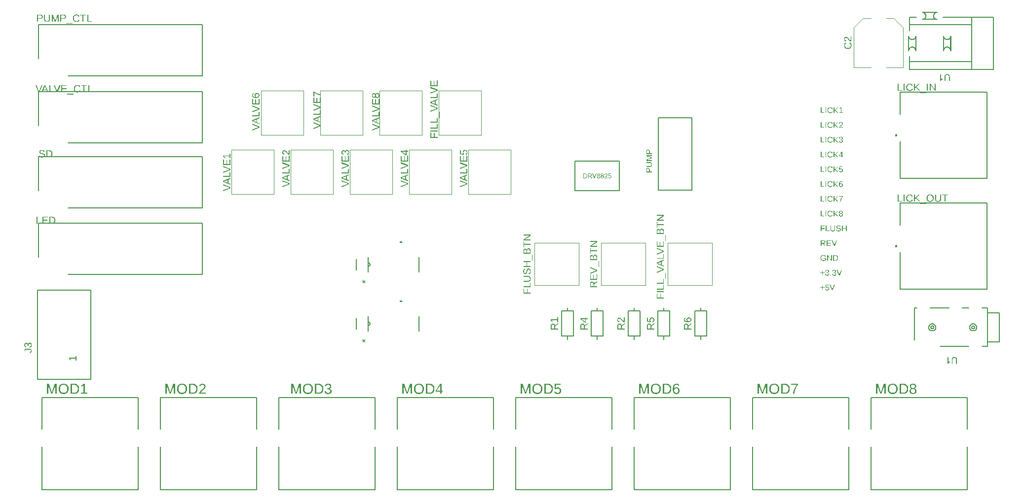
<source format=gbr>
G04 EAGLE Gerber RS-274X export*
G75*
%MOMM*%
%FSLAX34Y34*%
%LPD*%
%INSilkscreen Top*%
%IPPOS*%
%AMOC8*
5,1,8,0,0,1.08239X$1,22.5*%
G01*
G04 Define Apertures*
%ADD10C,0.152400*%
%ADD11C,0.200000*%
%ADD12C,0.127000*%
%ADD13C,0.100000*%
%ADD14C,0.120000*%
G36*
X582168Y471551D02*
X586232Y471551D01*
X586232Y468757D01*
X582168Y468757D01*
X582168Y471551D01*
G37*
G36*
X582168Y573151D02*
X586232Y573151D01*
X586232Y570357D01*
X582168Y570357D01*
X582168Y573151D01*
G37*
G36*
X1307720Y490211D02*
X1306690Y490211D01*
X1306690Y493208D01*
X1303720Y493208D01*
X1303720Y494231D01*
X1306690Y494231D01*
X1306690Y497228D01*
X1307720Y497228D01*
X1307720Y494231D01*
X1310689Y494231D01*
X1310689Y493208D01*
X1307720Y493208D01*
X1307720Y490211D01*
G37*
G36*
X1315394Y514210D02*
X1315029Y514221D01*
X1314683Y514252D01*
X1314355Y514305D01*
X1314047Y514379D01*
X1313757Y514474D01*
X1313487Y514590D01*
X1313235Y514727D01*
X1313002Y514886D01*
X1312790Y515065D01*
X1312601Y515264D01*
X1312435Y515484D01*
X1312291Y515724D01*
X1312169Y515984D01*
X1312071Y516264D01*
X1311995Y516565D01*
X1311941Y516885D01*
X1313244Y517004D01*
X1313282Y516792D01*
X1313333Y516594D01*
X1313396Y516409D01*
X1313473Y516238D01*
X1313562Y516081D01*
X1313665Y515937D01*
X1313780Y515807D01*
X1313908Y515691D01*
X1314048Y515589D01*
X1314202Y515500D01*
X1314369Y515424D01*
X1314548Y515363D01*
X1314740Y515315D01*
X1314945Y515281D01*
X1315163Y515260D01*
X1315394Y515253D01*
X1315626Y515261D01*
X1315845Y515283D01*
X1316051Y515319D01*
X1316244Y515371D01*
X1316425Y515437D01*
X1316592Y515517D01*
X1316747Y515613D01*
X1316889Y515723D01*
X1317017Y515847D01*
X1317127Y515986D01*
X1317220Y516139D01*
X1317297Y516306D01*
X1317356Y516487D01*
X1317398Y516683D01*
X1317424Y516892D01*
X1317432Y517116D01*
X1317423Y517312D01*
X1317394Y517497D01*
X1317345Y517671D01*
X1317277Y517834D01*
X1317190Y517985D01*
X1317084Y518126D01*
X1316958Y518255D01*
X1316812Y518374D01*
X1316649Y518480D01*
X1316468Y518571D01*
X1316270Y518649D01*
X1316055Y518712D01*
X1315823Y518762D01*
X1315573Y518797D01*
X1315307Y518818D01*
X1315023Y518825D01*
X1314309Y518825D01*
X1314309Y519918D01*
X1314995Y519918D01*
X1315247Y519925D01*
X1315484Y519946D01*
X1315707Y519982D01*
X1315915Y520031D01*
X1316109Y520094D01*
X1316288Y520172D01*
X1316452Y520264D01*
X1316602Y520370D01*
X1316736Y520488D01*
X1316852Y520617D01*
X1316950Y520757D01*
X1317030Y520908D01*
X1317093Y521070D01*
X1317137Y521242D01*
X1317164Y521426D01*
X1317173Y521620D01*
X1317166Y521813D01*
X1317144Y521995D01*
X1317108Y522167D01*
X1317057Y522328D01*
X1316991Y522479D01*
X1316911Y522620D01*
X1316817Y522750D01*
X1316707Y522870D01*
X1316584Y522978D01*
X1316446Y523071D01*
X1316295Y523150D01*
X1316129Y523214D01*
X1315949Y523264D01*
X1315755Y523300D01*
X1315546Y523322D01*
X1315324Y523329D01*
X1315121Y523322D01*
X1314927Y523302D01*
X1314744Y523269D01*
X1314570Y523222D01*
X1314407Y523162D01*
X1314253Y523089D01*
X1314110Y523002D01*
X1313976Y522902D01*
X1313854Y522789D01*
X1313745Y522666D01*
X1313650Y522532D01*
X1313569Y522387D01*
X1313501Y522231D01*
X1313446Y522064D01*
X1313405Y521886D01*
X1313377Y521697D01*
X1312109Y521795D01*
X1312156Y522090D01*
X1312225Y522368D01*
X1312316Y522629D01*
X1312431Y522874D01*
X1312568Y523102D01*
X1312727Y523313D01*
X1312910Y523508D01*
X1313114Y523686D01*
X1313338Y523845D01*
X1313578Y523983D01*
X1313833Y524100D01*
X1314103Y524196D01*
X1314389Y524270D01*
X1314690Y524323D01*
X1315006Y524355D01*
X1315338Y524365D01*
X1315699Y524355D01*
X1316039Y524322D01*
X1316359Y524268D01*
X1316657Y524193D01*
X1316936Y524096D01*
X1317193Y523977D01*
X1317430Y523837D01*
X1317646Y523676D01*
X1317839Y523495D01*
X1318006Y523297D01*
X1318147Y523082D01*
X1318263Y522850D01*
X1318353Y522601D01*
X1318417Y522335D01*
X1318456Y522053D01*
X1318469Y521753D01*
X1318461Y521522D01*
X1318436Y521302D01*
X1318394Y521094D01*
X1318337Y520896D01*
X1318262Y520709D01*
X1318171Y520534D01*
X1318064Y520369D01*
X1317940Y520216D01*
X1317800Y520074D01*
X1317646Y519944D01*
X1317476Y519825D01*
X1317291Y519719D01*
X1317092Y519625D01*
X1316877Y519543D01*
X1316647Y519472D01*
X1316403Y519414D01*
X1316403Y519386D01*
X1316672Y519348D01*
X1316925Y519295D01*
X1317164Y519226D01*
X1317387Y519141D01*
X1317594Y519040D01*
X1317787Y518923D01*
X1317964Y518791D01*
X1318126Y518643D01*
X1318270Y518482D01*
X1318395Y518312D01*
X1318501Y518131D01*
X1318588Y517939D01*
X1318655Y517738D01*
X1318703Y517527D01*
X1318732Y517306D01*
X1318742Y517074D01*
X1318728Y516743D01*
X1318688Y516430D01*
X1318620Y516137D01*
X1318525Y515863D01*
X1318403Y515608D01*
X1318253Y515373D01*
X1318077Y515156D01*
X1317874Y514959D01*
X1317645Y514784D01*
X1317393Y514631D01*
X1317118Y514503D01*
X1316819Y514397D01*
X1316498Y514315D01*
X1316153Y514257D01*
X1315785Y514222D01*
X1315394Y514210D01*
G37*
G36*
X1327332Y514210D02*
X1326966Y514221D01*
X1326620Y514252D01*
X1326293Y514305D01*
X1325984Y514379D01*
X1325695Y514474D01*
X1325424Y514590D01*
X1325173Y514727D01*
X1324940Y514886D01*
X1324728Y515065D01*
X1324539Y515264D01*
X1324372Y515484D01*
X1324228Y515724D01*
X1324107Y515984D01*
X1324008Y516264D01*
X1323932Y516565D01*
X1323879Y516885D01*
X1325181Y517004D01*
X1325219Y516792D01*
X1325270Y516594D01*
X1325334Y516409D01*
X1325410Y516238D01*
X1325500Y516081D01*
X1325602Y515937D01*
X1325717Y515807D01*
X1325845Y515691D01*
X1325986Y515589D01*
X1326140Y515500D01*
X1326306Y515424D01*
X1326486Y515363D01*
X1326678Y515315D01*
X1326883Y515281D01*
X1327101Y515260D01*
X1327332Y515253D01*
X1327563Y515261D01*
X1327782Y515283D01*
X1327988Y515319D01*
X1328182Y515371D01*
X1328362Y515437D01*
X1328530Y515517D01*
X1328685Y515613D01*
X1328827Y515723D01*
X1328954Y515847D01*
X1329064Y515986D01*
X1329158Y516139D01*
X1329234Y516306D01*
X1329293Y516487D01*
X1329336Y516683D01*
X1329361Y516892D01*
X1329370Y517116D01*
X1329360Y517312D01*
X1329331Y517497D01*
X1329283Y517671D01*
X1329215Y517834D01*
X1329128Y517985D01*
X1329021Y518126D01*
X1328895Y518255D01*
X1328750Y518374D01*
X1328586Y518480D01*
X1328406Y518571D01*
X1328208Y518649D01*
X1327993Y518712D01*
X1327760Y518762D01*
X1327511Y518797D01*
X1327244Y518818D01*
X1326960Y518825D01*
X1326246Y518825D01*
X1326246Y519918D01*
X1326932Y519918D01*
X1327184Y519925D01*
X1327422Y519946D01*
X1327644Y519982D01*
X1327853Y520031D01*
X1328046Y520094D01*
X1328225Y520172D01*
X1328390Y520264D01*
X1328540Y520370D01*
X1328674Y520488D01*
X1328790Y520617D01*
X1328888Y520757D01*
X1328968Y520908D01*
X1329030Y521070D01*
X1329075Y521242D01*
X1329102Y521426D01*
X1329111Y521620D01*
X1329103Y521813D01*
X1329082Y521995D01*
X1329045Y522167D01*
X1328994Y522328D01*
X1328929Y522479D01*
X1328849Y522620D01*
X1328754Y522750D01*
X1328645Y522870D01*
X1328521Y522978D01*
X1328384Y523071D01*
X1328232Y523150D01*
X1328066Y523214D01*
X1327886Y523264D01*
X1327692Y523300D01*
X1327484Y523322D01*
X1327262Y523329D01*
X1327058Y523322D01*
X1326865Y523302D01*
X1326681Y523269D01*
X1326508Y523222D01*
X1326344Y523162D01*
X1326191Y523089D01*
X1326047Y523002D01*
X1325913Y522902D01*
X1325791Y522789D01*
X1325683Y522666D01*
X1325588Y522532D01*
X1325506Y522387D01*
X1325438Y522231D01*
X1325384Y522064D01*
X1325342Y521886D01*
X1325315Y521697D01*
X1324047Y521795D01*
X1324093Y522090D01*
X1324162Y522368D01*
X1324254Y522629D01*
X1324368Y522874D01*
X1324505Y523102D01*
X1324665Y523313D01*
X1324847Y523508D01*
X1325052Y523686D01*
X1325276Y523845D01*
X1325515Y523983D01*
X1325770Y524100D01*
X1326040Y524196D01*
X1326326Y524270D01*
X1326627Y524323D01*
X1326944Y524355D01*
X1327276Y524365D01*
X1327636Y524355D01*
X1327977Y524322D01*
X1328296Y524268D01*
X1328595Y524193D01*
X1328873Y524096D01*
X1329131Y523977D01*
X1329367Y523837D01*
X1329583Y523676D01*
X1329776Y523495D01*
X1329943Y523297D01*
X1330085Y523082D01*
X1330201Y522850D01*
X1330291Y522601D01*
X1330355Y522335D01*
X1330393Y522053D01*
X1330406Y521753D01*
X1330398Y521522D01*
X1330373Y521302D01*
X1330332Y521094D01*
X1330274Y520896D01*
X1330200Y520709D01*
X1330109Y520534D01*
X1330001Y520369D01*
X1329878Y520216D01*
X1329738Y520074D01*
X1329583Y519944D01*
X1329413Y519825D01*
X1329229Y519719D01*
X1329029Y519625D01*
X1328814Y519543D01*
X1328585Y519472D01*
X1328340Y519414D01*
X1328340Y519386D01*
X1328609Y519348D01*
X1328863Y519295D01*
X1329101Y519226D01*
X1329324Y519141D01*
X1329532Y519040D01*
X1329724Y518923D01*
X1329901Y518791D01*
X1330063Y518643D01*
X1330208Y518482D01*
X1330333Y518312D01*
X1330439Y518131D01*
X1330525Y517939D01*
X1330593Y517738D01*
X1330641Y517527D01*
X1330670Y517306D01*
X1330679Y517074D01*
X1330666Y516743D01*
X1330625Y516430D01*
X1330557Y516137D01*
X1330462Y515863D01*
X1330340Y515608D01*
X1330191Y515373D01*
X1330015Y515156D01*
X1329811Y514959D01*
X1329582Y514784D01*
X1329330Y514631D01*
X1329055Y514503D01*
X1328757Y514397D01*
X1328435Y514315D01*
X1328091Y514257D01*
X1327723Y514222D01*
X1327332Y514210D01*
G37*
G36*
X1336809Y514350D02*
X1335423Y514350D01*
X1331396Y524218D01*
X1332803Y524218D01*
X1335535Y517271D01*
X1336123Y515527D01*
X1336711Y517271D01*
X1339429Y524218D01*
X1340837Y524218D01*
X1336809Y514350D01*
G37*
G36*
X1307720Y515611D02*
X1306690Y515611D01*
X1306690Y518608D01*
X1303720Y518608D01*
X1303720Y519631D01*
X1306690Y519631D01*
X1306690Y522628D01*
X1307720Y522628D01*
X1307720Y519631D01*
X1310689Y519631D01*
X1310689Y518608D01*
X1307720Y518608D01*
X1307720Y515611D01*
G37*
G36*
X1322039Y514350D02*
X1320673Y514350D01*
X1320673Y515884D01*
X1322039Y515884D01*
X1322039Y514350D01*
G37*
G36*
X1329388Y539750D02*
X1325697Y539750D01*
X1325697Y549618D01*
X1328960Y549618D01*
X1329569Y549599D01*
X1330143Y549540D01*
X1330680Y549442D01*
X1331181Y549304D01*
X1331647Y549127D01*
X1332077Y548911D01*
X1332472Y548656D01*
X1332830Y548361D01*
X1333149Y548030D01*
X1333426Y547666D01*
X1333660Y547269D01*
X1333852Y546839D01*
X1334001Y546375D01*
X1334107Y545879D01*
X1334171Y545349D01*
X1334192Y544786D01*
X1334183Y544410D01*
X1334155Y544046D01*
X1334109Y543694D01*
X1334043Y543354D01*
X1333960Y543026D01*
X1333857Y542710D01*
X1333736Y542406D01*
X1333597Y542114D01*
X1333440Y541836D01*
X1333268Y541575D01*
X1333080Y541330D01*
X1332877Y541103D01*
X1332659Y540892D01*
X1332424Y540697D01*
X1332174Y540520D01*
X1331909Y540359D01*
X1331631Y540217D01*
X1331342Y540093D01*
X1331042Y539988D01*
X1330732Y539902D01*
X1330412Y539836D01*
X1330081Y539788D01*
X1329740Y539760D01*
X1329388Y539750D01*
G37*
%LPC*%
G36*
X1329234Y540822D02*
X1329501Y540829D01*
X1329760Y540851D01*
X1330011Y540889D01*
X1330253Y540941D01*
X1330488Y541008D01*
X1330714Y541089D01*
X1330932Y541186D01*
X1331142Y541298D01*
X1331342Y541423D01*
X1331530Y541562D01*
X1331706Y541714D01*
X1331870Y541879D01*
X1332022Y542057D01*
X1332162Y542249D01*
X1332290Y542453D01*
X1332406Y542671D01*
X1332510Y542900D01*
X1332599Y543139D01*
X1332675Y543388D01*
X1332737Y543648D01*
X1332785Y543917D01*
X1332820Y544197D01*
X1332841Y544486D01*
X1332847Y544786D01*
X1332832Y545231D01*
X1332785Y545649D01*
X1332706Y546039D01*
X1332596Y546403D01*
X1332455Y546739D01*
X1332282Y547048D01*
X1332078Y547329D01*
X1331842Y547584D01*
X1331577Y547809D01*
X1331284Y548005D01*
X1330962Y548171D01*
X1330612Y548306D01*
X1330235Y548411D01*
X1329829Y548487D01*
X1329395Y548532D01*
X1328932Y548547D01*
X1327034Y548547D01*
X1327034Y540822D01*
X1329234Y540822D01*
G37*
%LPD*%
G36*
X1316544Y539750D02*
X1315353Y539750D01*
X1315353Y549618D01*
X1316908Y549618D01*
X1322245Y541158D01*
X1322182Y542341D01*
X1322161Y543147D01*
X1322161Y549618D01*
X1323365Y549618D01*
X1323365Y539750D01*
X1321754Y539750D01*
X1316473Y548155D01*
X1316509Y547475D01*
X1316544Y546306D01*
X1316544Y539750D01*
G37*
G36*
X1308714Y539610D02*
X1308334Y539620D01*
X1307967Y539648D01*
X1307613Y539697D01*
X1307273Y539764D01*
X1306946Y539851D01*
X1306633Y539957D01*
X1306332Y540082D01*
X1306046Y540226D01*
X1305774Y540389D01*
X1305518Y540568D01*
X1305280Y540765D01*
X1305057Y540978D01*
X1304851Y541209D01*
X1304662Y541456D01*
X1304489Y541720D01*
X1304333Y542002D01*
X1304195Y542298D01*
X1304074Y542607D01*
X1303973Y542929D01*
X1303889Y543263D01*
X1303825Y543611D01*
X1303778Y543971D01*
X1303751Y544344D01*
X1303741Y544730D01*
X1303762Y545313D01*
X1303822Y545863D01*
X1303923Y546379D01*
X1304064Y546861D01*
X1304245Y547309D01*
X1304466Y547722D01*
X1304728Y548103D01*
X1305030Y548449D01*
X1305369Y548757D01*
X1305740Y549025D01*
X1306143Y549251D01*
X1306580Y549436D01*
X1307049Y549580D01*
X1307550Y549683D01*
X1308084Y549745D01*
X1308651Y549765D01*
X1309051Y549757D01*
X1309432Y549731D01*
X1309794Y549688D01*
X1310136Y549627D01*
X1310459Y549549D01*
X1310763Y549454D01*
X1311047Y549342D01*
X1311312Y549212D01*
X1311561Y549063D01*
X1311794Y548894D01*
X1312013Y548704D01*
X1312218Y548492D01*
X1312407Y548261D01*
X1312582Y548008D01*
X1312743Y547734D01*
X1312888Y547440D01*
X1311614Y547062D01*
X1311384Y547454D01*
X1311254Y547628D01*
X1311114Y547789D01*
X1310964Y547935D01*
X1310804Y548067D01*
X1310634Y548184D01*
X1310455Y548288D01*
X1310264Y548378D01*
X1310063Y548456D01*
X1309850Y548522D01*
X1309625Y548577D01*
X1309390Y548619D01*
X1309143Y548649D01*
X1308885Y548667D01*
X1308616Y548673D01*
X1308201Y548657D01*
X1307812Y548608D01*
X1307448Y548528D01*
X1307108Y548415D01*
X1306794Y548269D01*
X1306506Y548092D01*
X1306242Y547882D01*
X1306004Y547640D01*
X1305792Y547368D01*
X1305608Y547070D01*
X1305453Y546746D01*
X1305326Y546396D01*
X1305227Y546019D01*
X1305157Y545615D01*
X1305114Y545186D01*
X1305100Y544730D01*
X1305115Y544274D01*
X1305160Y543844D01*
X1305235Y543438D01*
X1305340Y543057D01*
X1305475Y542700D01*
X1305640Y542368D01*
X1305835Y542060D01*
X1306060Y541778D01*
X1306311Y541524D01*
X1306585Y541304D01*
X1306883Y541118D01*
X1307203Y540966D01*
X1307546Y540848D01*
X1307913Y540763D01*
X1308302Y540712D01*
X1308714Y540696D01*
X1309189Y540714D01*
X1309648Y540769D01*
X1310091Y540861D01*
X1310518Y540990D01*
X1310916Y541150D01*
X1311275Y541336D01*
X1311594Y541549D01*
X1311873Y541788D01*
X1311873Y543567D01*
X1308924Y543567D01*
X1308924Y544688D01*
X1313105Y544688D01*
X1313105Y541284D01*
X1312691Y540907D01*
X1312233Y540576D01*
X1311730Y540289D01*
X1311183Y540048D01*
X1310895Y539945D01*
X1310602Y539856D01*
X1310302Y539781D01*
X1309997Y539719D01*
X1309685Y539672D01*
X1309367Y539637D01*
X1309044Y539617D01*
X1308714Y539610D01*
G37*
G36*
X1305534Y565150D02*
X1304197Y565150D01*
X1304197Y575018D01*
X1308840Y575018D01*
X1309245Y575007D01*
X1309626Y574972D01*
X1309983Y574913D01*
X1310317Y574832D01*
X1310627Y574727D01*
X1310913Y574599D01*
X1311175Y574447D01*
X1311414Y574272D01*
X1311627Y574077D01*
X1311811Y573863D01*
X1311967Y573631D01*
X1312094Y573380D01*
X1312193Y573112D01*
X1312264Y572825D01*
X1312307Y572519D01*
X1312321Y572196D01*
X1312311Y571926D01*
X1312281Y571668D01*
X1312231Y571420D01*
X1312161Y571184D01*
X1312071Y570958D01*
X1311961Y570743D01*
X1311830Y570540D01*
X1311680Y570347D01*
X1311512Y570168D01*
X1311329Y570007D01*
X1311131Y569863D01*
X1311042Y569810D01*
X1310918Y569736D01*
X1310689Y569626D01*
X1310445Y569534D01*
X1310186Y569459D01*
X1309912Y569401D01*
X1311104Y567592D01*
X1312713Y565150D01*
X1311172Y565150D01*
X1308609Y569247D01*
X1305534Y569247D01*
X1305534Y565150D01*
G37*
%LPC*%
G36*
X1308763Y570305D02*
X1309020Y570313D01*
X1309262Y570336D01*
X1309489Y570374D01*
X1309701Y570428D01*
X1309898Y570498D01*
X1310080Y570583D01*
X1310247Y570683D01*
X1310398Y570799D01*
X1310534Y570928D01*
X1310651Y571070D01*
X1310751Y571225D01*
X1310832Y571391D01*
X1310895Y571570D01*
X1310940Y571762D01*
X1310967Y571966D01*
X1310976Y572182D01*
X1310967Y572391D01*
X1310940Y572587D01*
X1310894Y572770D01*
X1310830Y572941D01*
X1310748Y573099D01*
X1310647Y573244D01*
X1310529Y573376D01*
X1310391Y573495D01*
X1310237Y573601D01*
X1310067Y573693D01*
X1309880Y573770D01*
X1309678Y573834D01*
X1309459Y573883D01*
X1309225Y573919D01*
X1308974Y573940D01*
X1308707Y573947D01*
X1305534Y573947D01*
X1305534Y570305D01*
X1308763Y570305D01*
G37*
%LPD*%
G36*
X1322315Y565150D02*
X1314540Y565150D01*
X1314540Y575018D01*
X1322027Y575018D01*
X1322027Y573926D01*
X1315878Y573926D01*
X1315878Y570760D01*
X1321607Y570760D01*
X1321607Y569681D01*
X1315878Y569681D01*
X1315878Y566243D01*
X1322315Y566243D01*
X1322315Y565150D01*
G37*
G36*
X1328403Y565150D02*
X1327016Y565150D01*
X1322989Y575018D01*
X1324397Y575018D01*
X1327129Y568071D01*
X1327717Y566327D01*
X1328305Y568071D01*
X1331023Y575018D01*
X1332430Y575018D01*
X1328403Y565150D01*
G37*
G36*
X1338887Y615810D02*
X1338502Y615822D01*
X1338139Y615857D01*
X1337797Y615915D01*
X1337477Y615997D01*
X1337178Y616103D01*
X1336901Y616231D01*
X1336645Y616384D01*
X1336411Y616559D01*
X1336202Y616757D01*
X1336021Y616973D01*
X1335867Y617210D01*
X1335742Y617466D01*
X1335644Y617742D01*
X1335574Y618038D01*
X1335532Y618353D01*
X1335518Y618688D01*
X1335527Y618925D01*
X1335553Y619152D01*
X1335596Y619370D01*
X1335657Y619578D01*
X1335734Y619776D01*
X1335830Y619965D01*
X1335942Y620144D01*
X1336072Y620313D01*
X1336215Y620470D01*
X1336368Y620610D01*
X1336530Y620734D01*
X1336702Y620842D01*
X1336884Y620934D01*
X1337075Y621009D01*
X1337276Y621069D01*
X1337486Y621112D01*
X1337486Y621140D01*
X1337290Y621194D01*
X1337105Y621262D01*
X1336930Y621344D01*
X1336766Y621439D01*
X1336612Y621549D01*
X1336469Y621672D01*
X1336337Y621809D01*
X1336215Y621959D01*
X1336011Y622288D01*
X1335931Y622463D01*
X1335866Y622644D01*
X1335815Y622832D01*
X1335779Y623027D01*
X1335757Y623229D01*
X1335749Y623437D01*
X1335763Y623712D01*
X1335802Y623974D01*
X1335868Y624223D01*
X1335960Y624458D01*
X1336079Y624680D01*
X1336224Y624888D01*
X1336396Y625083D01*
X1336593Y625265D01*
X1336813Y625429D01*
X1337052Y625571D01*
X1337308Y625692D01*
X1337582Y625790D01*
X1337874Y625867D01*
X1338184Y625922D01*
X1338513Y625954D01*
X1338859Y625965D01*
X1339214Y625955D01*
X1339549Y625923D01*
X1339866Y625869D01*
X1340163Y625794D01*
X1340441Y625697D01*
X1340700Y625579D01*
X1340939Y625440D01*
X1341160Y625279D01*
X1341358Y625100D01*
X1341529Y624906D01*
X1341674Y624696D01*
X1341793Y624472D01*
X1341885Y624232D01*
X1341951Y623978D01*
X1341991Y623708D01*
X1342004Y623423D01*
X1341997Y623215D01*
X1341975Y623013D01*
X1341938Y622818D01*
X1341887Y622630D01*
X1341821Y622449D01*
X1341740Y622274D01*
X1341535Y621945D01*
X1341412Y621795D01*
X1341279Y621659D01*
X1341264Y621648D01*
X1341134Y621538D01*
X1340980Y621432D01*
X1340814Y621341D01*
X1340638Y621264D01*
X1340451Y621201D01*
X1340253Y621154D01*
X1340253Y621126D01*
X1340483Y621080D01*
X1340699Y621018D01*
X1340903Y620941D01*
X1341093Y620848D01*
X1341271Y620740D01*
X1341435Y620617D01*
X1341586Y620478D01*
X1341697Y620354D01*
X1341724Y620324D01*
X1341847Y620157D01*
X1341954Y619980D01*
X1342044Y619792D01*
X1342118Y619595D01*
X1342175Y619387D01*
X1342216Y619169D01*
X1342241Y618941D01*
X1342249Y618702D01*
X1342235Y618370D01*
X1342195Y618057D01*
X1342127Y617763D01*
X1342032Y617487D01*
X1341910Y617231D01*
X1341760Y616993D01*
X1341584Y616774D01*
X1341381Y616573D01*
X1341152Y616394D01*
X1340899Y616239D01*
X1340623Y616108D01*
X1340323Y616001D01*
X1339999Y615917D01*
X1339652Y615858D01*
X1339282Y615822D01*
X1338887Y615810D01*
G37*
%LPC*%
G36*
X1338901Y616755D02*
X1339150Y616763D01*
X1339383Y616786D01*
X1339599Y616825D01*
X1339799Y616879D01*
X1339983Y616948D01*
X1340150Y617033D01*
X1340301Y617133D01*
X1340435Y617249D01*
X1340553Y617382D01*
X1340656Y617533D01*
X1340742Y617702D01*
X1340813Y617889D01*
X1340868Y618095D01*
X1340908Y618319D01*
X1340931Y618561D01*
X1340939Y618822D01*
X1340931Y619044D01*
X1340905Y619252D01*
X1340862Y619446D01*
X1340803Y619626D01*
X1340726Y619792D01*
X1340632Y619944D01*
X1340521Y620081D01*
X1340393Y620205D01*
X1340250Y620314D01*
X1340092Y620409D01*
X1339921Y620489D01*
X1339736Y620554D01*
X1339538Y620605D01*
X1339325Y620641D01*
X1339099Y620663D01*
X1338859Y620671D01*
X1338626Y620663D01*
X1338406Y620639D01*
X1338199Y620600D01*
X1338005Y620545D01*
X1337824Y620475D01*
X1337656Y620389D01*
X1337502Y620287D01*
X1337360Y620170D01*
X1337234Y620039D01*
X1337124Y619896D01*
X1337032Y619742D01*
X1336956Y619575D01*
X1336897Y619397D01*
X1336855Y619208D01*
X1336829Y619007D01*
X1336821Y618794D01*
X1336829Y618547D01*
X1336854Y618316D01*
X1336894Y618101D01*
X1336951Y617902D01*
X1337024Y617719D01*
X1337114Y617552D01*
X1337219Y617400D01*
X1337341Y617265D01*
X1337479Y617146D01*
X1337634Y617042D01*
X1337804Y616954D01*
X1337991Y616883D01*
X1338194Y616827D01*
X1338414Y616787D01*
X1338649Y616763D01*
X1338901Y616755D01*
G37*
G36*
X1338873Y621616D02*
X1339089Y621622D01*
X1339291Y621642D01*
X1339481Y621674D01*
X1339657Y621718D01*
X1339819Y621776D01*
X1339969Y621847D01*
X1340105Y621930D01*
X1340228Y622026D01*
X1340338Y622136D01*
X1340432Y622262D01*
X1340512Y622404D01*
X1340578Y622562D01*
X1340629Y622736D01*
X1340665Y622926D01*
X1340687Y623132D01*
X1340694Y623353D01*
X1340687Y623556D01*
X1340665Y623745D01*
X1340630Y623922D01*
X1340579Y624085D01*
X1340515Y624236D01*
X1340436Y624373D01*
X1340343Y624497D01*
X1340235Y624608D01*
X1340114Y624707D01*
X1339977Y624792D01*
X1339827Y624863D01*
X1339662Y624922D01*
X1339483Y624968D01*
X1339289Y625001D01*
X1339081Y625020D01*
X1338859Y625027D01*
X1338643Y625020D01*
X1338441Y625001D01*
X1338252Y624968D01*
X1338076Y624922D01*
X1337913Y624863D01*
X1337763Y624791D01*
X1337627Y624705D01*
X1337504Y624607D01*
X1337395Y624495D01*
X1337300Y624371D01*
X1337220Y624233D01*
X1337155Y624083D01*
X1337104Y623920D01*
X1337067Y623744D01*
X1337045Y623555D01*
X1337038Y623353D01*
X1337046Y623147D01*
X1337068Y622954D01*
X1337106Y622774D01*
X1337158Y622606D01*
X1337226Y622451D01*
X1337308Y622308D01*
X1337405Y622178D01*
X1337518Y622061D01*
X1337644Y621957D01*
X1337783Y621866D01*
X1337933Y621790D01*
X1338097Y621727D01*
X1338272Y621679D01*
X1338460Y621644D01*
X1338660Y621623D01*
X1338873Y621616D01*
G37*
%LPD*%
G36*
X1327847Y615950D02*
X1326509Y615950D01*
X1326509Y625818D01*
X1327847Y625818D01*
X1327847Y620874D01*
X1332602Y625818D01*
X1334178Y625818D01*
X1329976Y621532D01*
X1334739Y615950D01*
X1333079Y615950D01*
X1329136Y620713D01*
X1327847Y619732D01*
X1327847Y615950D01*
G37*
G36*
X1320497Y615810D02*
X1320131Y615820D01*
X1319777Y615849D01*
X1319435Y615897D01*
X1319106Y615965D01*
X1318790Y616052D01*
X1318486Y616159D01*
X1318195Y616284D01*
X1317917Y616430D01*
X1317652Y616593D01*
X1317404Y616773D01*
X1317173Y616969D01*
X1316957Y617183D01*
X1316758Y617412D01*
X1316574Y617659D01*
X1316408Y617922D01*
X1316257Y618202D01*
X1316123Y618496D01*
X1316007Y618804D01*
X1315909Y619125D01*
X1315829Y619460D01*
X1315766Y619807D01*
X1315722Y620168D01*
X1315695Y620542D01*
X1315686Y620930D01*
X1315706Y621504D01*
X1315766Y622046D01*
X1315865Y622556D01*
X1316005Y623034D01*
X1316184Y623481D01*
X1316403Y623895D01*
X1316662Y624277D01*
X1316961Y624628D01*
X1317295Y624941D01*
X1317659Y625213D01*
X1318054Y625443D01*
X1318480Y625631D01*
X1318937Y625777D01*
X1319424Y625882D01*
X1319942Y625945D01*
X1320490Y625965D01*
X1320876Y625956D01*
X1321246Y625927D01*
X1321599Y625879D01*
X1321937Y625811D01*
X1322258Y625725D01*
X1322563Y625619D01*
X1322851Y625494D01*
X1323124Y625349D01*
X1323380Y625186D01*
X1323618Y625004D01*
X1323838Y624803D01*
X1324041Y624584D01*
X1324227Y624346D01*
X1324395Y624090D01*
X1324546Y623815D01*
X1324679Y623521D01*
X1323411Y623101D01*
X1323319Y623310D01*
X1323213Y623506D01*
X1323095Y623690D01*
X1322964Y623861D01*
X1322819Y624019D01*
X1322662Y624165D01*
X1322491Y624297D01*
X1322308Y624418D01*
X1322114Y624524D01*
X1321910Y624617D01*
X1321698Y624695D01*
X1321477Y624759D01*
X1321247Y624809D01*
X1321009Y624844D01*
X1320761Y624866D01*
X1320504Y624873D01*
X1320106Y624856D01*
X1319731Y624807D01*
X1319378Y624725D01*
X1319048Y624609D01*
X1318740Y624461D01*
X1318456Y624280D01*
X1318194Y624066D01*
X1317955Y623819D01*
X1317742Y623543D01*
X1317557Y623243D01*
X1317400Y622918D01*
X1317272Y622569D01*
X1317173Y622196D01*
X1317102Y621798D01*
X1317059Y621376D01*
X1317045Y620930D01*
X1317059Y620487D01*
X1317104Y620067D01*
X1317178Y619669D01*
X1317282Y619293D01*
X1317415Y618940D01*
X1317578Y618609D01*
X1317771Y618299D01*
X1317994Y618013D01*
X1318241Y617754D01*
X1318510Y617530D01*
X1318799Y617340D01*
X1319110Y617185D01*
X1319441Y617065D01*
X1319793Y616978D01*
X1320167Y616927D01*
X1320561Y616910D01*
X1320816Y616918D01*
X1321063Y616942D01*
X1321302Y616982D01*
X1321533Y617038D01*
X1321756Y617110D01*
X1321971Y617198D01*
X1322177Y617302D01*
X1322376Y617423D01*
X1322567Y617559D01*
X1322750Y617711D01*
X1322924Y617879D01*
X1323091Y618064D01*
X1323400Y618481D01*
X1323677Y618962D01*
X1324770Y618415D01*
X1324610Y618106D01*
X1324434Y617816D01*
X1324243Y617545D01*
X1324037Y617293D01*
X1323815Y617060D01*
X1323578Y616846D01*
X1323325Y616651D01*
X1323057Y616475D01*
X1322776Y616319D01*
X1322484Y616184D01*
X1322180Y616070D01*
X1321866Y615976D01*
X1321540Y615904D01*
X1321204Y615852D01*
X1320856Y615820D01*
X1320497Y615810D01*
G37*
G36*
X1310521Y615950D02*
X1304197Y615950D01*
X1304197Y625818D01*
X1305534Y625818D01*
X1305534Y617043D01*
X1310521Y617043D01*
X1310521Y615950D01*
G37*
G36*
X1313650Y615950D02*
X1312312Y615950D01*
X1312312Y625818D01*
X1313650Y625818D01*
X1313650Y615950D01*
G37*
G36*
X1342191Y590550D02*
X1340853Y590550D01*
X1340853Y600418D01*
X1342191Y600418D01*
X1342191Y596244D01*
X1347527Y596244D01*
X1347527Y600418D01*
X1348865Y600418D01*
X1348865Y590550D01*
X1347527Y590550D01*
X1347527Y595123D01*
X1342191Y595123D01*
X1342191Y590550D01*
G37*
G36*
X1334946Y590410D02*
X1334507Y590420D01*
X1334092Y590449D01*
X1333700Y590498D01*
X1333332Y590567D01*
X1332988Y590655D01*
X1332668Y590763D01*
X1332371Y590890D01*
X1332098Y591037D01*
X1331848Y591203D01*
X1331622Y591389D01*
X1331420Y591595D01*
X1331242Y591820D01*
X1331087Y592065D01*
X1330956Y592330D01*
X1330849Y592614D01*
X1330765Y592917D01*
X1332061Y593176D01*
X1332125Y592961D01*
X1332204Y592761D01*
X1332300Y592576D01*
X1332411Y592405D01*
X1332538Y592249D01*
X1332681Y592108D01*
X1332839Y591982D01*
X1333013Y591870D01*
X1333204Y591773D01*
X1333410Y591688D01*
X1333633Y591616D01*
X1333873Y591558D01*
X1334129Y591512D01*
X1334401Y591480D01*
X1334690Y591460D01*
X1334995Y591453D01*
X1335310Y591460D01*
X1335606Y591481D01*
X1335884Y591516D01*
X1336143Y591565D01*
X1336384Y591627D01*
X1336606Y591704D01*
X1336810Y591794D01*
X1336995Y591898D01*
X1337160Y592016D01*
X1337303Y592147D01*
X1337424Y592290D01*
X1337523Y592447D01*
X1337600Y592617D01*
X1337655Y592800D01*
X1337688Y592996D01*
X1337699Y593204D01*
X1337685Y593435D01*
X1337644Y593642D01*
X1337575Y593827D01*
X1337478Y593989D01*
X1337357Y594133D01*
X1337213Y594264D01*
X1337047Y594382D01*
X1336858Y594486D01*
X1336421Y594666D01*
X1335906Y594815D01*
X1334680Y595102D01*
X1334131Y595232D01*
X1333652Y595362D01*
X1333243Y595491D01*
X1332905Y595621D01*
X1332618Y595754D01*
X1332363Y595895D01*
X1332140Y596043D01*
X1331949Y596199D01*
X1331784Y596365D01*
X1331640Y596544D01*
X1331516Y596738D01*
X1331413Y596944D01*
X1331332Y597166D01*
X1331274Y597403D01*
X1331239Y597656D01*
X1331227Y597925D01*
X1331243Y598233D01*
X1331288Y598522D01*
X1331364Y598794D01*
X1331470Y599047D01*
X1331606Y599283D01*
X1331773Y599500D01*
X1331970Y599698D01*
X1332197Y599879D01*
X1332453Y600040D01*
X1332735Y600179D01*
X1333043Y600297D01*
X1333377Y600394D01*
X1333737Y600469D01*
X1334123Y600523D01*
X1334536Y600555D01*
X1334974Y600565D01*
X1335382Y600557D01*
X1335765Y600533D01*
X1336124Y600493D01*
X1336457Y600437D01*
X1336766Y600364D01*
X1337051Y600276D01*
X1337310Y600171D01*
X1337545Y600051D01*
X1337759Y599911D01*
X1337956Y599748D01*
X1338137Y599563D01*
X1338301Y599355D01*
X1338449Y599124D01*
X1338580Y598871D01*
X1338694Y598595D01*
X1338791Y598296D01*
X1337475Y598065D01*
X1337414Y598254D01*
X1337342Y598430D01*
X1337257Y598593D01*
X1337160Y598742D01*
X1337050Y598877D01*
X1336928Y598999D01*
X1336794Y599108D01*
X1336648Y599203D01*
X1336489Y599286D01*
X1336314Y599358D01*
X1336125Y599419D01*
X1335922Y599468D01*
X1335470Y599535D01*
X1334960Y599557D01*
X1334673Y599551D01*
X1334404Y599532D01*
X1334151Y599502D01*
X1333917Y599459D01*
X1333700Y599404D01*
X1333500Y599336D01*
X1333318Y599257D01*
X1333153Y599165D01*
X1333007Y599061D01*
X1332881Y598944D01*
X1332774Y598816D01*
X1332686Y598676D01*
X1332618Y598524D01*
X1332569Y598360D01*
X1332540Y598183D01*
X1332530Y597995D01*
X1332545Y597777D01*
X1332590Y597579D01*
X1332666Y597401D01*
X1332772Y597242D01*
X1332906Y597099D01*
X1333067Y596967D01*
X1333254Y596847D01*
X1333469Y596738D01*
X1333753Y596629D01*
X1334150Y596508D01*
X1334660Y596375D01*
X1335283Y596230D01*
X1336190Y596016D01*
X1336632Y595897D01*
X1337055Y595757D01*
X1337455Y595594D01*
X1337828Y595404D01*
X1338165Y595178D01*
X1338455Y594906D01*
X1338581Y594753D01*
X1338693Y594586D01*
X1338789Y594406D01*
X1338872Y594213D01*
X1338938Y594005D01*
X1338985Y593779D01*
X1339013Y593535D01*
X1339023Y593274D01*
X1339006Y592943D01*
X1338956Y592630D01*
X1338872Y592337D01*
X1338756Y592063D01*
X1338605Y591808D01*
X1338422Y591573D01*
X1338205Y591356D01*
X1337954Y591159D01*
X1337674Y590984D01*
X1337366Y590831D01*
X1337031Y590703D01*
X1336668Y590597D01*
X1336279Y590515D01*
X1335862Y590457D01*
X1335418Y590422D01*
X1334946Y590410D01*
G37*
G36*
X1324859Y590410D02*
X1324560Y590417D01*
X1324272Y590438D01*
X1323993Y590472D01*
X1323724Y590520D01*
X1323464Y590582D01*
X1323214Y590658D01*
X1322974Y590748D01*
X1322743Y590851D01*
X1322524Y590968D01*
X1322317Y591097D01*
X1322123Y591238D01*
X1321941Y591392D01*
X1321773Y591559D01*
X1321617Y591738D01*
X1321473Y591929D01*
X1321343Y592133D01*
X1321226Y592348D01*
X1321125Y592573D01*
X1321040Y592809D01*
X1320970Y593054D01*
X1320915Y593309D01*
X1320876Y593575D01*
X1320853Y593850D01*
X1320845Y594136D01*
X1320845Y600418D01*
X1322183Y600418D01*
X1322183Y594248D01*
X1322194Y593920D01*
X1322226Y593613D01*
X1322280Y593326D01*
X1322355Y593059D01*
X1322451Y592813D01*
X1322569Y592587D01*
X1322709Y592381D01*
X1322869Y592196D01*
X1323051Y592032D01*
X1323251Y591889D01*
X1323470Y591769D01*
X1323708Y591671D01*
X1323965Y591594D01*
X1324242Y591539D01*
X1324537Y591506D01*
X1324852Y591496D01*
X1325175Y591507D01*
X1325480Y591541D01*
X1325766Y591597D01*
X1326034Y591677D01*
X1326284Y591779D01*
X1326515Y591903D01*
X1326727Y592051D01*
X1326921Y592220D01*
X1327094Y592412D01*
X1327244Y592625D01*
X1327371Y592858D01*
X1327475Y593113D01*
X1327556Y593388D01*
X1327614Y593684D01*
X1327648Y594001D01*
X1327660Y594339D01*
X1327660Y600418D01*
X1328991Y600418D01*
X1328991Y594262D01*
X1328983Y593968D01*
X1328959Y593684D01*
X1328919Y593410D01*
X1328864Y593147D01*
X1328792Y592894D01*
X1328705Y592651D01*
X1328602Y592418D01*
X1328483Y592196D01*
X1328349Y591985D01*
X1328203Y591787D01*
X1328043Y591602D01*
X1327870Y591430D01*
X1327684Y591270D01*
X1327485Y591124D01*
X1327273Y590990D01*
X1327047Y590869D01*
X1326810Y590761D01*
X1326562Y590668D01*
X1326304Y590589D01*
X1326036Y590525D01*
X1325757Y590474D01*
X1325468Y590439D01*
X1325168Y590417D01*
X1324859Y590410D01*
G37*
G36*
X1305534Y590550D02*
X1304197Y590550D01*
X1304197Y600418D01*
X1311207Y600418D01*
X1311207Y599326D01*
X1305534Y599326D01*
X1305534Y595656D01*
X1311039Y595656D01*
X1311039Y594549D01*
X1305534Y594549D01*
X1305534Y590550D01*
G37*
G36*
X1319271Y590550D02*
X1312947Y590550D01*
X1312947Y600418D01*
X1314284Y600418D01*
X1314284Y591643D01*
X1319271Y591643D01*
X1319271Y590550D01*
G37*
G36*
X1327847Y641350D02*
X1326509Y641350D01*
X1326509Y651218D01*
X1327847Y651218D01*
X1327847Y646274D01*
X1332602Y651218D01*
X1334178Y651218D01*
X1329976Y646932D01*
X1334739Y641350D01*
X1333079Y641350D01*
X1329136Y646113D01*
X1327847Y645132D01*
X1327847Y641350D01*
G37*
G36*
X1320497Y641210D02*
X1320131Y641220D01*
X1319777Y641249D01*
X1319435Y641297D01*
X1319106Y641365D01*
X1318790Y641452D01*
X1318486Y641559D01*
X1318195Y641684D01*
X1317917Y641830D01*
X1317652Y641993D01*
X1317404Y642173D01*
X1317173Y642369D01*
X1316957Y642583D01*
X1316758Y642812D01*
X1316574Y643059D01*
X1316408Y643322D01*
X1316257Y643602D01*
X1316123Y643896D01*
X1316007Y644204D01*
X1315909Y644525D01*
X1315829Y644860D01*
X1315766Y645207D01*
X1315722Y645568D01*
X1315695Y645942D01*
X1315686Y646330D01*
X1315706Y646904D01*
X1315766Y647446D01*
X1315865Y647956D01*
X1316005Y648434D01*
X1316184Y648881D01*
X1316403Y649295D01*
X1316662Y649677D01*
X1316961Y650028D01*
X1317295Y650341D01*
X1317659Y650613D01*
X1318054Y650843D01*
X1318480Y651031D01*
X1318937Y651177D01*
X1319424Y651282D01*
X1319942Y651345D01*
X1320490Y651365D01*
X1320876Y651356D01*
X1321246Y651327D01*
X1321599Y651279D01*
X1321937Y651211D01*
X1322258Y651125D01*
X1322563Y651019D01*
X1322851Y650894D01*
X1323124Y650749D01*
X1323380Y650586D01*
X1323618Y650404D01*
X1323838Y650203D01*
X1324041Y649984D01*
X1324227Y649746D01*
X1324395Y649490D01*
X1324546Y649215D01*
X1324679Y648921D01*
X1323411Y648501D01*
X1323319Y648710D01*
X1323213Y648906D01*
X1323095Y649090D01*
X1322964Y649261D01*
X1322819Y649419D01*
X1322662Y649565D01*
X1322491Y649697D01*
X1322308Y649818D01*
X1322114Y649924D01*
X1321910Y650017D01*
X1321698Y650095D01*
X1321477Y650159D01*
X1321247Y650209D01*
X1321009Y650244D01*
X1320761Y650266D01*
X1320504Y650273D01*
X1320106Y650256D01*
X1319731Y650207D01*
X1319378Y650125D01*
X1319048Y650009D01*
X1318740Y649861D01*
X1318456Y649680D01*
X1318194Y649466D01*
X1317955Y649219D01*
X1317742Y648943D01*
X1317557Y648643D01*
X1317400Y648318D01*
X1317272Y647969D01*
X1317173Y647596D01*
X1317102Y647198D01*
X1317059Y646776D01*
X1317045Y646330D01*
X1317059Y645887D01*
X1317104Y645467D01*
X1317178Y645069D01*
X1317282Y644693D01*
X1317415Y644340D01*
X1317578Y644009D01*
X1317771Y643699D01*
X1317994Y643413D01*
X1318241Y643154D01*
X1318510Y642930D01*
X1318799Y642740D01*
X1319110Y642585D01*
X1319441Y642465D01*
X1319793Y642378D01*
X1320167Y642327D01*
X1320561Y642310D01*
X1320816Y642318D01*
X1321063Y642342D01*
X1321302Y642382D01*
X1321533Y642438D01*
X1321756Y642510D01*
X1321971Y642598D01*
X1322177Y642702D01*
X1322376Y642823D01*
X1322567Y642959D01*
X1322750Y643111D01*
X1322924Y643279D01*
X1323091Y643464D01*
X1323400Y643881D01*
X1323677Y644362D01*
X1324770Y643815D01*
X1324610Y643506D01*
X1324434Y643216D01*
X1324243Y642945D01*
X1324037Y642693D01*
X1323815Y642460D01*
X1323578Y642246D01*
X1323325Y642051D01*
X1323057Y641875D01*
X1322776Y641719D01*
X1322484Y641584D01*
X1322180Y641470D01*
X1321866Y641376D01*
X1321540Y641304D01*
X1321204Y641252D01*
X1320856Y641220D01*
X1320497Y641210D01*
G37*
G36*
X1310521Y641350D02*
X1304197Y641350D01*
X1304197Y651218D01*
X1305534Y651218D01*
X1305534Y642443D01*
X1310521Y642443D01*
X1310521Y641350D01*
G37*
G36*
X1338768Y641350D02*
X1337451Y641350D01*
X1337464Y641826D01*
X1337502Y642308D01*
X1337564Y642796D01*
X1337652Y643291D01*
X1337765Y643792D01*
X1337902Y644299D01*
X1338065Y644812D01*
X1338253Y645332D01*
X1338471Y645864D01*
X1338721Y646417D01*
X1339006Y646989D01*
X1339324Y647581D01*
X1339676Y648193D01*
X1340061Y648824D01*
X1340480Y649476D01*
X1340932Y650147D01*
X1335630Y650147D01*
X1335630Y651218D01*
X1342151Y651218D01*
X1342151Y650196D01*
X1341450Y649103D01*
X1340860Y648135D01*
X1340382Y647292D01*
X1340015Y646575D01*
X1339723Y645922D01*
X1339469Y645274D01*
X1339255Y644630D01*
X1339080Y643990D01*
X1338943Y643347D01*
X1338846Y642693D01*
X1338788Y642027D01*
X1338768Y641350D01*
G37*
G36*
X1313650Y641350D02*
X1312312Y641350D01*
X1312312Y651218D01*
X1313650Y651218D01*
X1313650Y641350D01*
G37*
G36*
X1339055Y666610D02*
X1338651Y666629D01*
X1338271Y666687D01*
X1337915Y666784D01*
X1337584Y666920D01*
X1337278Y667094D01*
X1336996Y667307D01*
X1336739Y667559D01*
X1336506Y667850D01*
X1336299Y668177D01*
X1336120Y668540D01*
X1335968Y668938D01*
X1335844Y669371D01*
X1335747Y669840D01*
X1335679Y670343D01*
X1335637Y670882D01*
X1335623Y671457D01*
X1335638Y672079D01*
X1335681Y672664D01*
X1335752Y673212D01*
X1335853Y673722D01*
X1335982Y674196D01*
X1336139Y674632D01*
X1336326Y675031D01*
X1336541Y675393D01*
X1336782Y675714D01*
X1337048Y675993D01*
X1337338Y676229D01*
X1337653Y676422D01*
X1337991Y676572D01*
X1338354Y676680D01*
X1338742Y676744D01*
X1339153Y676765D01*
X1339426Y676758D01*
X1339686Y676734D01*
X1339933Y676695D01*
X1340167Y676640D01*
X1340388Y676569D01*
X1340597Y676483D01*
X1340792Y676381D01*
X1340974Y676263D01*
X1341144Y676129D01*
X1341300Y675980D01*
X1341444Y675815D01*
X1341575Y675635D01*
X1341693Y675438D01*
X1341798Y675226D01*
X1341890Y674999D01*
X1341969Y674755D01*
X1340764Y674538D01*
X1340658Y674821D01*
X1340523Y675065D01*
X1340362Y675272D01*
X1340172Y675442D01*
X1339955Y675573D01*
X1339711Y675668D01*
X1339439Y675724D01*
X1339139Y675743D01*
X1338877Y675727D01*
X1338630Y675680D01*
X1338399Y675602D01*
X1338182Y675492D01*
X1337981Y675350D01*
X1337795Y675178D01*
X1337624Y674973D01*
X1337469Y674738D01*
X1337330Y674472D01*
X1337210Y674179D01*
X1337108Y673857D01*
X1337025Y673508D01*
X1336960Y673130D01*
X1336914Y672724D01*
X1336886Y672290D01*
X1336877Y671828D01*
X1337066Y672127D01*
X1337290Y672389D01*
X1337549Y672612D01*
X1337844Y672798D01*
X1338167Y672943D01*
X1338512Y673047D01*
X1338881Y673110D01*
X1339272Y673130D01*
X1339605Y673117D01*
X1339920Y673077D01*
X1340217Y673010D01*
X1340497Y672917D01*
X1340759Y672797D01*
X1341004Y672650D01*
X1341231Y672476D01*
X1341440Y672276D01*
X1341628Y672053D01*
X1341791Y671812D01*
X1341929Y671552D01*
X1342041Y671274D01*
X1342129Y670978D01*
X1342192Y670663D01*
X1342229Y670330D01*
X1342242Y669979D01*
X1342229Y669599D01*
X1342189Y669239D01*
X1342123Y668900D01*
X1342030Y668581D01*
X1341911Y668284D01*
X1341765Y668006D01*
X1341593Y667750D01*
X1341395Y667513D01*
X1341173Y667302D01*
X1340931Y667118D01*
X1340668Y666963D01*
X1340386Y666836D01*
X1340083Y666737D01*
X1339761Y666666D01*
X1339418Y666624D01*
X1339055Y666610D01*
G37*
%LPC*%
G36*
X1339013Y667625D02*
X1339235Y667635D01*
X1339444Y667664D01*
X1339641Y667712D01*
X1339826Y667779D01*
X1339998Y667865D01*
X1340158Y667970D01*
X1340306Y668095D01*
X1340442Y668238D01*
X1340563Y668399D01*
X1340669Y668573D01*
X1340758Y668762D01*
X1340831Y668966D01*
X1340887Y669184D01*
X1340928Y669416D01*
X1340952Y669662D01*
X1340960Y669923D01*
X1340952Y670183D01*
X1340927Y670428D01*
X1340886Y670657D01*
X1340829Y670872D01*
X1340755Y671071D01*
X1340665Y671254D01*
X1340558Y671423D01*
X1340435Y671576D01*
X1340297Y671712D01*
X1340147Y671830D01*
X1339983Y671930D01*
X1339806Y672012D01*
X1339617Y672075D01*
X1339415Y672121D01*
X1339199Y672148D01*
X1338971Y672157D01*
X1338756Y672149D01*
X1338551Y672125D01*
X1338357Y672085D01*
X1338174Y672028D01*
X1338001Y671956D01*
X1337839Y671867D01*
X1337687Y671763D01*
X1337546Y671642D01*
X1337419Y671507D01*
X1337308Y671360D01*
X1337215Y671201D01*
X1337139Y671030D01*
X1337079Y670847D01*
X1337037Y670651D01*
X1337012Y670444D01*
X1337003Y670224D01*
X1337012Y669945D01*
X1337038Y669679D01*
X1337082Y669426D01*
X1337144Y669186D01*
X1337223Y668958D01*
X1337320Y668744D01*
X1337435Y668542D01*
X1337567Y668354D01*
X1337713Y668183D01*
X1337869Y668035D01*
X1338035Y667910D01*
X1338210Y667808D01*
X1338396Y667728D01*
X1338592Y667671D01*
X1338798Y667637D01*
X1339013Y667625D01*
G37*
%LPD*%
G36*
X1327847Y666750D02*
X1326509Y666750D01*
X1326509Y676618D01*
X1327847Y676618D01*
X1327847Y671674D01*
X1332602Y676618D01*
X1334178Y676618D01*
X1329976Y672332D01*
X1334739Y666750D01*
X1333079Y666750D01*
X1329136Y671513D01*
X1327847Y670532D01*
X1327847Y666750D01*
G37*
G36*
X1320497Y666610D02*
X1320131Y666620D01*
X1319777Y666649D01*
X1319435Y666697D01*
X1319106Y666765D01*
X1318790Y666852D01*
X1318486Y666959D01*
X1318195Y667084D01*
X1317917Y667230D01*
X1317652Y667393D01*
X1317404Y667573D01*
X1317173Y667769D01*
X1316957Y667983D01*
X1316758Y668212D01*
X1316574Y668459D01*
X1316408Y668722D01*
X1316257Y669002D01*
X1316123Y669296D01*
X1316007Y669604D01*
X1315909Y669925D01*
X1315829Y670260D01*
X1315766Y670607D01*
X1315722Y670968D01*
X1315695Y671342D01*
X1315686Y671730D01*
X1315706Y672304D01*
X1315766Y672846D01*
X1315865Y673356D01*
X1316005Y673834D01*
X1316184Y674281D01*
X1316403Y674695D01*
X1316662Y675077D01*
X1316961Y675428D01*
X1317295Y675741D01*
X1317659Y676013D01*
X1318054Y676243D01*
X1318480Y676431D01*
X1318937Y676577D01*
X1319424Y676682D01*
X1319942Y676745D01*
X1320490Y676765D01*
X1320876Y676756D01*
X1321246Y676727D01*
X1321599Y676679D01*
X1321937Y676611D01*
X1322258Y676525D01*
X1322563Y676419D01*
X1322851Y676294D01*
X1323124Y676149D01*
X1323380Y675986D01*
X1323618Y675804D01*
X1323838Y675603D01*
X1324041Y675384D01*
X1324227Y675146D01*
X1324395Y674890D01*
X1324546Y674615D01*
X1324679Y674321D01*
X1323411Y673901D01*
X1323319Y674110D01*
X1323213Y674306D01*
X1323095Y674490D01*
X1322964Y674661D01*
X1322819Y674819D01*
X1322662Y674965D01*
X1322491Y675097D01*
X1322308Y675218D01*
X1322114Y675324D01*
X1321910Y675417D01*
X1321698Y675495D01*
X1321477Y675559D01*
X1321247Y675609D01*
X1321009Y675644D01*
X1320761Y675666D01*
X1320504Y675673D01*
X1320106Y675656D01*
X1319731Y675607D01*
X1319378Y675525D01*
X1319048Y675409D01*
X1318740Y675261D01*
X1318456Y675080D01*
X1318194Y674866D01*
X1317955Y674619D01*
X1317742Y674343D01*
X1317557Y674043D01*
X1317400Y673718D01*
X1317272Y673369D01*
X1317173Y672996D01*
X1317102Y672598D01*
X1317059Y672176D01*
X1317045Y671730D01*
X1317059Y671287D01*
X1317104Y670867D01*
X1317178Y670469D01*
X1317282Y670093D01*
X1317415Y669740D01*
X1317578Y669409D01*
X1317771Y669099D01*
X1317994Y668813D01*
X1318241Y668554D01*
X1318510Y668330D01*
X1318799Y668140D01*
X1319110Y667985D01*
X1319441Y667865D01*
X1319793Y667778D01*
X1320167Y667727D01*
X1320561Y667710D01*
X1320816Y667718D01*
X1321063Y667742D01*
X1321302Y667782D01*
X1321533Y667838D01*
X1321756Y667910D01*
X1321971Y667998D01*
X1322177Y668102D01*
X1322376Y668223D01*
X1322567Y668359D01*
X1322750Y668511D01*
X1322924Y668679D01*
X1323091Y668864D01*
X1323400Y669281D01*
X1323677Y669762D01*
X1324770Y669215D01*
X1324610Y668906D01*
X1324434Y668616D01*
X1324243Y668345D01*
X1324037Y668093D01*
X1323815Y667860D01*
X1323578Y667646D01*
X1323325Y667451D01*
X1323057Y667275D01*
X1322776Y667119D01*
X1322484Y666984D01*
X1322180Y666870D01*
X1321866Y666776D01*
X1321540Y666704D01*
X1321204Y666652D01*
X1320856Y666620D01*
X1320497Y666610D01*
G37*
G36*
X1310521Y666750D02*
X1304197Y666750D01*
X1304197Y676618D01*
X1305534Y676618D01*
X1305534Y667843D01*
X1310521Y667843D01*
X1310521Y666750D01*
G37*
G36*
X1313650Y666750D02*
X1312312Y666750D01*
X1312312Y676618D01*
X1313650Y676618D01*
X1313650Y666750D01*
G37*
G36*
X1327847Y692150D02*
X1326509Y692150D01*
X1326509Y702018D01*
X1327847Y702018D01*
X1327847Y697074D01*
X1332602Y702018D01*
X1334178Y702018D01*
X1329976Y697732D01*
X1334739Y692150D01*
X1333079Y692150D01*
X1329136Y696913D01*
X1327847Y695932D01*
X1327847Y692150D01*
G37*
G36*
X1320497Y692010D02*
X1320131Y692020D01*
X1319777Y692049D01*
X1319435Y692097D01*
X1319106Y692165D01*
X1318790Y692252D01*
X1318486Y692359D01*
X1318195Y692484D01*
X1317917Y692630D01*
X1317652Y692793D01*
X1317404Y692973D01*
X1317173Y693169D01*
X1316957Y693383D01*
X1316758Y693612D01*
X1316574Y693859D01*
X1316408Y694122D01*
X1316257Y694402D01*
X1316123Y694696D01*
X1316007Y695004D01*
X1315909Y695325D01*
X1315829Y695660D01*
X1315766Y696007D01*
X1315722Y696368D01*
X1315695Y696742D01*
X1315686Y697130D01*
X1315706Y697704D01*
X1315766Y698246D01*
X1315865Y698756D01*
X1316005Y699234D01*
X1316184Y699681D01*
X1316403Y700095D01*
X1316662Y700477D01*
X1316961Y700828D01*
X1317295Y701141D01*
X1317659Y701413D01*
X1318054Y701643D01*
X1318480Y701831D01*
X1318937Y701977D01*
X1319424Y702082D01*
X1319942Y702145D01*
X1320490Y702165D01*
X1320876Y702156D01*
X1321246Y702127D01*
X1321599Y702079D01*
X1321937Y702011D01*
X1322258Y701925D01*
X1322563Y701819D01*
X1322851Y701694D01*
X1323124Y701549D01*
X1323380Y701386D01*
X1323618Y701204D01*
X1323838Y701003D01*
X1324041Y700784D01*
X1324227Y700546D01*
X1324395Y700290D01*
X1324546Y700015D01*
X1324679Y699721D01*
X1323411Y699301D01*
X1323319Y699510D01*
X1323213Y699706D01*
X1323095Y699890D01*
X1322964Y700061D01*
X1322819Y700219D01*
X1322662Y700365D01*
X1322491Y700497D01*
X1322308Y700618D01*
X1322114Y700724D01*
X1321910Y700817D01*
X1321698Y700895D01*
X1321477Y700959D01*
X1321247Y701009D01*
X1321009Y701044D01*
X1320761Y701066D01*
X1320504Y701073D01*
X1320106Y701056D01*
X1319731Y701007D01*
X1319378Y700925D01*
X1319048Y700809D01*
X1318740Y700661D01*
X1318456Y700480D01*
X1318194Y700266D01*
X1317955Y700019D01*
X1317742Y699743D01*
X1317557Y699443D01*
X1317400Y699118D01*
X1317272Y698769D01*
X1317173Y698396D01*
X1317102Y697998D01*
X1317059Y697576D01*
X1317045Y697130D01*
X1317059Y696687D01*
X1317104Y696267D01*
X1317178Y695869D01*
X1317282Y695493D01*
X1317415Y695140D01*
X1317578Y694809D01*
X1317771Y694499D01*
X1317994Y694213D01*
X1318241Y693954D01*
X1318510Y693730D01*
X1318799Y693540D01*
X1319110Y693385D01*
X1319441Y693265D01*
X1319793Y693178D01*
X1320167Y693127D01*
X1320561Y693110D01*
X1320816Y693118D01*
X1321063Y693142D01*
X1321302Y693182D01*
X1321533Y693238D01*
X1321756Y693310D01*
X1321971Y693398D01*
X1322177Y693502D01*
X1322376Y693623D01*
X1322567Y693759D01*
X1322750Y693911D01*
X1322924Y694079D01*
X1323091Y694264D01*
X1323400Y694681D01*
X1323677Y695162D01*
X1324770Y694615D01*
X1324610Y694306D01*
X1324434Y694016D01*
X1324243Y693745D01*
X1324037Y693493D01*
X1323815Y693260D01*
X1323578Y693046D01*
X1323325Y692851D01*
X1323057Y692675D01*
X1322776Y692519D01*
X1322484Y692384D01*
X1322180Y692270D01*
X1321866Y692176D01*
X1321540Y692104D01*
X1321204Y692052D01*
X1320856Y692020D01*
X1320497Y692010D01*
G37*
G36*
X1338768Y692010D02*
X1338431Y692019D01*
X1338111Y692048D01*
X1337808Y692095D01*
X1337521Y692161D01*
X1337251Y692245D01*
X1336998Y692349D01*
X1336761Y692471D01*
X1336541Y692612D01*
X1336339Y692771D01*
X1336156Y692947D01*
X1335993Y693140D01*
X1335849Y693349D01*
X1335725Y693576D01*
X1335620Y693819D01*
X1335535Y694079D01*
X1335469Y694356D01*
X1336744Y694503D01*
X1336863Y694160D01*
X1337022Y693863D01*
X1337220Y693611D01*
X1337457Y693405D01*
X1337733Y693245D01*
X1338048Y693131D01*
X1338402Y693062D01*
X1338796Y693039D01*
X1339043Y693049D01*
X1339276Y693078D01*
X1339496Y693126D01*
X1339701Y693193D01*
X1339893Y693279D01*
X1340071Y693384D01*
X1340235Y693509D01*
X1340386Y693652D01*
X1340521Y693813D01*
X1340637Y693987D01*
X1340736Y694176D01*
X1340817Y694380D01*
X1340880Y694598D01*
X1340924Y694830D01*
X1340951Y695076D01*
X1340960Y695337D01*
X1340951Y695564D01*
X1340924Y695780D01*
X1340879Y695985D01*
X1340816Y696179D01*
X1340735Y696362D01*
X1340635Y696533D01*
X1340518Y696693D01*
X1340382Y696843D01*
X1340232Y696977D01*
X1340068Y697094D01*
X1339892Y697193D01*
X1339704Y697273D01*
X1339503Y697336D01*
X1339289Y697381D01*
X1339063Y697408D01*
X1338824Y697417D01*
X1338573Y697407D01*
X1338330Y697377D01*
X1338097Y697326D01*
X1337872Y697256D01*
X1337651Y697161D01*
X1337430Y697039D01*
X1337210Y696888D01*
X1336989Y696709D01*
X1335756Y696709D01*
X1336086Y702018D01*
X1341696Y702018D01*
X1341696Y700947D01*
X1337234Y700947D01*
X1337045Y697816D01*
X1337256Y697964D01*
X1337480Y698092D01*
X1337716Y698200D01*
X1337964Y698289D01*
X1338225Y698358D01*
X1338499Y698407D01*
X1338785Y698437D01*
X1339083Y698446D01*
X1339438Y698433D01*
X1339775Y698393D01*
X1340093Y698326D01*
X1340392Y698233D01*
X1340673Y698113D01*
X1340936Y697966D01*
X1341180Y697792D01*
X1341405Y697592D01*
X1341608Y697370D01*
X1341783Y697132D01*
X1341932Y696878D01*
X1342054Y696608D01*
X1342148Y696321D01*
X1342216Y696019D01*
X1342256Y695700D01*
X1342270Y695365D01*
X1342255Y694985D01*
X1342212Y694625D01*
X1342139Y694287D01*
X1342038Y693969D01*
X1341907Y693672D01*
X1341748Y693396D01*
X1341559Y693141D01*
X1341342Y692906D01*
X1341099Y692696D01*
X1340833Y692514D01*
X1340545Y692360D01*
X1340235Y692234D01*
X1339902Y692136D01*
X1339546Y692066D01*
X1339168Y692024D01*
X1338768Y692010D01*
G37*
G36*
X1310521Y692150D02*
X1304197Y692150D01*
X1304197Y702018D01*
X1305534Y702018D01*
X1305534Y693243D01*
X1310521Y693243D01*
X1310521Y692150D01*
G37*
G36*
X1313650Y692150D02*
X1312312Y692150D01*
X1312312Y702018D01*
X1313650Y702018D01*
X1313650Y692150D01*
G37*
G36*
X1341065Y717550D02*
X1339875Y717550D01*
X1339875Y719784D01*
X1335224Y719784D01*
X1335224Y720765D01*
X1339742Y727418D01*
X1341065Y727418D01*
X1341065Y720779D01*
X1342452Y720779D01*
X1342452Y719784D01*
X1341065Y719784D01*
X1341065Y717550D01*
G37*
%LPC*%
G36*
X1339875Y720779D02*
X1339875Y725997D01*
X1339679Y725625D01*
X1339405Y725163D01*
X1336877Y721437D01*
X1336499Y720919D01*
X1336387Y720779D01*
X1339875Y720779D01*
G37*
%LPD*%
G36*
X1327847Y717550D02*
X1326509Y717550D01*
X1326509Y727418D01*
X1327847Y727418D01*
X1327847Y722474D01*
X1332602Y727418D01*
X1334178Y727418D01*
X1329976Y723132D01*
X1334739Y717550D01*
X1333079Y717550D01*
X1329136Y722313D01*
X1327847Y721332D01*
X1327847Y717550D01*
G37*
G36*
X1320497Y717410D02*
X1320131Y717420D01*
X1319777Y717449D01*
X1319435Y717497D01*
X1319106Y717565D01*
X1318790Y717652D01*
X1318486Y717759D01*
X1318195Y717884D01*
X1317917Y718030D01*
X1317652Y718193D01*
X1317404Y718373D01*
X1317173Y718569D01*
X1316957Y718783D01*
X1316758Y719012D01*
X1316574Y719259D01*
X1316408Y719522D01*
X1316257Y719802D01*
X1316123Y720096D01*
X1316007Y720404D01*
X1315909Y720725D01*
X1315829Y721060D01*
X1315766Y721407D01*
X1315722Y721768D01*
X1315695Y722142D01*
X1315686Y722530D01*
X1315706Y723104D01*
X1315766Y723646D01*
X1315865Y724156D01*
X1316005Y724634D01*
X1316184Y725081D01*
X1316403Y725495D01*
X1316662Y725877D01*
X1316961Y726228D01*
X1317295Y726541D01*
X1317659Y726813D01*
X1318054Y727043D01*
X1318480Y727231D01*
X1318937Y727377D01*
X1319424Y727482D01*
X1319942Y727545D01*
X1320490Y727565D01*
X1320876Y727556D01*
X1321246Y727527D01*
X1321599Y727479D01*
X1321937Y727411D01*
X1322258Y727325D01*
X1322563Y727219D01*
X1322851Y727094D01*
X1323124Y726949D01*
X1323380Y726786D01*
X1323618Y726604D01*
X1323838Y726403D01*
X1324041Y726184D01*
X1324227Y725946D01*
X1324395Y725690D01*
X1324546Y725415D01*
X1324679Y725121D01*
X1323411Y724701D01*
X1323319Y724910D01*
X1323213Y725106D01*
X1323095Y725290D01*
X1322964Y725461D01*
X1322819Y725619D01*
X1322662Y725765D01*
X1322491Y725897D01*
X1322308Y726018D01*
X1322114Y726124D01*
X1321910Y726217D01*
X1321698Y726295D01*
X1321477Y726359D01*
X1321247Y726409D01*
X1321009Y726444D01*
X1320761Y726466D01*
X1320504Y726473D01*
X1320106Y726456D01*
X1319731Y726407D01*
X1319378Y726325D01*
X1319048Y726209D01*
X1318740Y726061D01*
X1318456Y725880D01*
X1318194Y725666D01*
X1317955Y725419D01*
X1317742Y725143D01*
X1317557Y724843D01*
X1317400Y724518D01*
X1317272Y724169D01*
X1317173Y723796D01*
X1317102Y723398D01*
X1317059Y722976D01*
X1317045Y722530D01*
X1317059Y722087D01*
X1317104Y721667D01*
X1317178Y721269D01*
X1317282Y720893D01*
X1317415Y720540D01*
X1317578Y720209D01*
X1317771Y719899D01*
X1317994Y719613D01*
X1318241Y719354D01*
X1318510Y719130D01*
X1318799Y718940D01*
X1319110Y718785D01*
X1319441Y718665D01*
X1319793Y718578D01*
X1320167Y718527D01*
X1320561Y718510D01*
X1320816Y718518D01*
X1321063Y718542D01*
X1321302Y718582D01*
X1321533Y718638D01*
X1321756Y718710D01*
X1321971Y718798D01*
X1322177Y718902D01*
X1322376Y719023D01*
X1322567Y719159D01*
X1322750Y719311D01*
X1322924Y719479D01*
X1323091Y719664D01*
X1323400Y720081D01*
X1323677Y720562D01*
X1324770Y720015D01*
X1324610Y719706D01*
X1324434Y719416D01*
X1324243Y719145D01*
X1324037Y718893D01*
X1323815Y718660D01*
X1323578Y718446D01*
X1323325Y718251D01*
X1323057Y718075D01*
X1322776Y717919D01*
X1322484Y717784D01*
X1322180Y717670D01*
X1321866Y717576D01*
X1321540Y717504D01*
X1321204Y717452D01*
X1320856Y717420D01*
X1320497Y717410D01*
G37*
G36*
X1310521Y717550D02*
X1304197Y717550D01*
X1304197Y727418D01*
X1305534Y727418D01*
X1305534Y718643D01*
X1310521Y718643D01*
X1310521Y717550D01*
G37*
G36*
X1313650Y717550D02*
X1312312Y717550D01*
X1312312Y727418D01*
X1313650Y727418D01*
X1313650Y717550D01*
G37*
G36*
X1327847Y742950D02*
X1326509Y742950D01*
X1326509Y752818D01*
X1327847Y752818D01*
X1327847Y747874D01*
X1332602Y752818D01*
X1334178Y752818D01*
X1329976Y748532D01*
X1334739Y742950D01*
X1333079Y742950D01*
X1329136Y747713D01*
X1327847Y746732D01*
X1327847Y742950D01*
G37*
G36*
X1320497Y742810D02*
X1320131Y742820D01*
X1319777Y742849D01*
X1319435Y742897D01*
X1319106Y742965D01*
X1318790Y743052D01*
X1318486Y743159D01*
X1318195Y743284D01*
X1317917Y743430D01*
X1317652Y743593D01*
X1317404Y743773D01*
X1317173Y743969D01*
X1316957Y744183D01*
X1316758Y744412D01*
X1316574Y744659D01*
X1316408Y744922D01*
X1316257Y745202D01*
X1316123Y745496D01*
X1316007Y745804D01*
X1315909Y746125D01*
X1315829Y746460D01*
X1315766Y746807D01*
X1315722Y747168D01*
X1315695Y747542D01*
X1315686Y747930D01*
X1315706Y748504D01*
X1315766Y749046D01*
X1315865Y749556D01*
X1316005Y750034D01*
X1316184Y750481D01*
X1316403Y750895D01*
X1316662Y751277D01*
X1316961Y751628D01*
X1317295Y751941D01*
X1317659Y752213D01*
X1318054Y752443D01*
X1318480Y752631D01*
X1318937Y752777D01*
X1319424Y752882D01*
X1319942Y752945D01*
X1320490Y752965D01*
X1320876Y752956D01*
X1321246Y752927D01*
X1321599Y752879D01*
X1321937Y752811D01*
X1322258Y752725D01*
X1322563Y752619D01*
X1322851Y752494D01*
X1323124Y752349D01*
X1323380Y752186D01*
X1323618Y752004D01*
X1323838Y751803D01*
X1324041Y751584D01*
X1324227Y751346D01*
X1324395Y751090D01*
X1324546Y750815D01*
X1324679Y750521D01*
X1323411Y750101D01*
X1323319Y750310D01*
X1323213Y750506D01*
X1323095Y750690D01*
X1322964Y750861D01*
X1322819Y751019D01*
X1322662Y751165D01*
X1322491Y751297D01*
X1322308Y751418D01*
X1322114Y751524D01*
X1321910Y751617D01*
X1321698Y751695D01*
X1321477Y751759D01*
X1321247Y751809D01*
X1321009Y751844D01*
X1320761Y751866D01*
X1320504Y751873D01*
X1320106Y751856D01*
X1319731Y751807D01*
X1319378Y751725D01*
X1319048Y751609D01*
X1318740Y751461D01*
X1318456Y751280D01*
X1318194Y751066D01*
X1317955Y750819D01*
X1317742Y750543D01*
X1317557Y750243D01*
X1317400Y749918D01*
X1317272Y749569D01*
X1317173Y749196D01*
X1317102Y748798D01*
X1317059Y748376D01*
X1317045Y747930D01*
X1317059Y747487D01*
X1317104Y747067D01*
X1317178Y746669D01*
X1317282Y746293D01*
X1317415Y745940D01*
X1317578Y745609D01*
X1317771Y745299D01*
X1317994Y745013D01*
X1318241Y744754D01*
X1318510Y744530D01*
X1318799Y744340D01*
X1319110Y744185D01*
X1319441Y744065D01*
X1319793Y743978D01*
X1320167Y743927D01*
X1320561Y743910D01*
X1320816Y743918D01*
X1321063Y743942D01*
X1321302Y743982D01*
X1321533Y744038D01*
X1321756Y744110D01*
X1321971Y744198D01*
X1322177Y744302D01*
X1322376Y744423D01*
X1322567Y744559D01*
X1322750Y744711D01*
X1322924Y744879D01*
X1323091Y745064D01*
X1323400Y745481D01*
X1323677Y745962D01*
X1324770Y745415D01*
X1324610Y745106D01*
X1324434Y744816D01*
X1324243Y744545D01*
X1324037Y744293D01*
X1323815Y744060D01*
X1323578Y743846D01*
X1323325Y743651D01*
X1323057Y743475D01*
X1322776Y743319D01*
X1322484Y743184D01*
X1322180Y743070D01*
X1321866Y742976D01*
X1321540Y742904D01*
X1321204Y742852D01*
X1320856Y742820D01*
X1320497Y742810D01*
G37*
G36*
X1338894Y742810D02*
X1338529Y742821D01*
X1338183Y742852D01*
X1337855Y742905D01*
X1337547Y742979D01*
X1337257Y743074D01*
X1336987Y743190D01*
X1336735Y743327D01*
X1336502Y743486D01*
X1336290Y743665D01*
X1336101Y743864D01*
X1335935Y744084D01*
X1335791Y744324D01*
X1335669Y744584D01*
X1335571Y744864D01*
X1335495Y745165D01*
X1335441Y745485D01*
X1336744Y745604D01*
X1336782Y745392D01*
X1336833Y745194D01*
X1336896Y745009D01*
X1336973Y744838D01*
X1337062Y744681D01*
X1337165Y744537D01*
X1337280Y744407D01*
X1337408Y744291D01*
X1337548Y744189D01*
X1337702Y744100D01*
X1337869Y744024D01*
X1338048Y743963D01*
X1338240Y743915D01*
X1338445Y743881D01*
X1338663Y743860D01*
X1338894Y743853D01*
X1339126Y743861D01*
X1339345Y743883D01*
X1339551Y743919D01*
X1339744Y743971D01*
X1339925Y744037D01*
X1340092Y744117D01*
X1340247Y744213D01*
X1340389Y744323D01*
X1340517Y744447D01*
X1340627Y744586D01*
X1340720Y744739D01*
X1340797Y744906D01*
X1340856Y745087D01*
X1340898Y745283D01*
X1340924Y745492D01*
X1340932Y745716D01*
X1340923Y745912D01*
X1340894Y746097D01*
X1340845Y746271D01*
X1340777Y746434D01*
X1340690Y746585D01*
X1340584Y746726D01*
X1340458Y746855D01*
X1340312Y746974D01*
X1340149Y747080D01*
X1339968Y747171D01*
X1339770Y747249D01*
X1339555Y747312D01*
X1339323Y747362D01*
X1339073Y747397D01*
X1338807Y747418D01*
X1338523Y747425D01*
X1337809Y747425D01*
X1337809Y748518D01*
X1338495Y748518D01*
X1338747Y748525D01*
X1338984Y748546D01*
X1339207Y748582D01*
X1339415Y748631D01*
X1339609Y748694D01*
X1339788Y748772D01*
X1339952Y748864D01*
X1340102Y748970D01*
X1340236Y749088D01*
X1340352Y749217D01*
X1340450Y749357D01*
X1340530Y749508D01*
X1340593Y749670D01*
X1340637Y749842D01*
X1340664Y750026D01*
X1340673Y750220D01*
X1340666Y750413D01*
X1340644Y750595D01*
X1340608Y750767D01*
X1340557Y750928D01*
X1340491Y751079D01*
X1340411Y751220D01*
X1340317Y751350D01*
X1340207Y751470D01*
X1340084Y751578D01*
X1339946Y751671D01*
X1339795Y751750D01*
X1339629Y751814D01*
X1339449Y751864D01*
X1339255Y751900D01*
X1339046Y751922D01*
X1338824Y751929D01*
X1338621Y751922D01*
X1338427Y751902D01*
X1338244Y751869D01*
X1338070Y751822D01*
X1337907Y751762D01*
X1337753Y751689D01*
X1337610Y751602D01*
X1337476Y751502D01*
X1337354Y751389D01*
X1337245Y751266D01*
X1337150Y751132D01*
X1337069Y750987D01*
X1337001Y750831D01*
X1336946Y750664D01*
X1336905Y750486D01*
X1336877Y750297D01*
X1335609Y750395D01*
X1335656Y750690D01*
X1335725Y750968D01*
X1335816Y751229D01*
X1335931Y751474D01*
X1336068Y751702D01*
X1336227Y751913D01*
X1336410Y752108D01*
X1336614Y752286D01*
X1336838Y752445D01*
X1337078Y752583D01*
X1337333Y752700D01*
X1337603Y752796D01*
X1337889Y752870D01*
X1338190Y752923D01*
X1338506Y752955D01*
X1338838Y752965D01*
X1339199Y752955D01*
X1339539Y752922D01*
X1339859Y752868D01*
X1340157Y752793D01*
X1340436Y752696D01*
X1340693Y752577D01*
X1340930Y752437D01*
X1341146Y752276D01*
X1341339Y752095D01*
X1341506Y751897D01*
X1341647Y751682D01*
X1341763Y751450D01*
X1341853Y751201D01*
X1341917Y750935D01*
X1341956Y750653D01*
X1341969Y750353D01*
X1341961Y750122D01*
X1341936Y749902D01*
X1341894Y749694D01*
X1341837Y749496D01*
X1341762Y749309D01*
X1341671Y749134D01*
X1341564Y748969D01*
X1341440Y748816D01*
X1341300Y748674D01*
X1341146Y748544D01*
X1340976Y748425D01*
X1340791Y748319D01*
X1340592Y748225D01*
X1340377Y748143D01*
X1340147Y748072D01*
X1339903Y748014D01*
X1339903Y747986D01*
X1340172Y747948D01*
X1340425Y747895D01*
X1340664Y747826D01*
X1340887Y747741D01*
X1341094Y747640D01*
X1341287Y747523D01*
X1341464Y747391D01*
X1341626Y747243D01*
X1341770Y747082D01*
X1341895Y746912D01*
X1342001Y746731D01*
X1342088Y746539D01*
X1342155Y746338D01*
X1342203Y746127D01*
X1342232Y745906D01*
X1342242Y745674D01*
X1342228Y745343D01*
X1342188Y745030D01*
X1342120Y744737D01*
X1342025Y744463D01*
X1341903Y744208D01*
X1341753Y743973D01*
X1341577Y743756D01*
X1341374Y743559D01*
X1341145Y743384D01*
X1340893Y743231D01*
X1340618Y743103D01*
X1340319Y742997D01*
X1339998Y742915D01*
X1339653Y742857D01*
X1339285Y742822D01*
X1338894Y742810D01*
G37*
G36*
X1310521Y742950D02*
X1304197Y742950D01*
X1304197Y752818D01*
X1305534Y752818D01*
X1305534Y744043D01*
X1310521Y744043D01*
X1310521Y742950D01*
G37*
G36*
X1313650Y742950D02*
X1312312Y742950D01*
X1312312Y752818D01*
X1313650Y752818D01*
X1313650Y742950D01*
G37*
G36*
X1327847Y768350D02*
X1326509Y768350D01*
X1326509Y778218D01*
X1327847Y778218D01*
X1327847Y773274D01*
X1332602Y778218D01*
X1334178Y778218D01*
X1329976Y773932D01*
X1334739Y768350D01*
X1333079Y768350D01*
X1329136Y773113D01*
X1327847Y772132D01*
X1327847Y768350D01*
G37*
G36*
X1320497Y768210D02*
X1320131Y768220D01*
X1319777Y768249D01*
X1319435Y768297D01*
X1319106Y768365D01*
X1318790Y768452D01*
X1318486Y768559D01*
X1318195Y768684D01*
X1317917Y768830D01*
X1317652Y768993D01*
X1317404Y769173D01*
X1317173Y769369D01*
X1316957Y769583D01*
X1316758Y769812D01*
X1316574Y770059D01*
X1316408Y770322D01*
X1316257Y770602D01*
X1316123Y770896D01*
X1316007Y771204D01*
X1315909Y771525D01*
X1315829Y771860D01*
X1315766Y772207D01*
X1315722Y772568D01*
X1315695Y772942D01*
X1315686Y773330D01*
X1315706Y773904D01*
X1315766Y774446D01*
X1315865Y774956D01*
X1316005Y775434D01*
X1316184Y775881D01*
X1316403Y776295D01*
X1316662Y776677D01*
X1316961Y777028D01*
X1317295Y777341D01*
X1317659Y777613D01*
X1318054Y777843D01*
X1318480Y778031D01*
X1318937Y778177D01*
X1319424Y778282D01*
X1319942Y778345D01*
X1320490Y778365D01*
X1320876Y778356D01*
X1321246Y778327D01*
X1321599Y778279D01*
X1321937Y778211D01*
X1322258Y778125D01*
X1322563Y778019D01*
X1322851Y777894D01*
X1323124Y777749D01*
X1323380Y777586D01*
X1323618Y777404D01*
X1323838Y777203D01*
X1324041Y776984D01*
X1324227Y776746D01*
X1324395Y776490D01*
X1324546Y776215D01*
X1324679Y775921D01*
X1323411Y775501D01*
X1323319Y775710D01*
X1323213Y775906D01*
X1323095Y776090D01*
X1322964Y776261D01*
X1322819Y776419D01*
X1322662Y776565D01*
X1322491Y776697D01*
X1322308Y776818D01*
X1322114Y776924D01*
X1321910Y777017D01*
X1321698Y777095D01*
X1321477Y777159D01*
X1321247Y777209D01*
X1321009Y777244D01*
X1320761Y777266D01*
X1320504Y777273D01*
X1320106Y777256D01*
X1319731Y777207D01*
X1319378Y777125D01*
X1319048Y777009D01*
X1318740Y776861D01*
X1318456Y776680D01*
X1318194Y776466D01*
X1317955Y776219D01*
X1317742Y775943D01*
X1317557Y775643D01*
X1317400Y775318D01*
X1317272Y774969D01*
X1317173Y774596D01*
X1317102Y774198D01*
X1317059Y773776D01*
X1317045Y773330D01*
X1317059Y772887D01*
X1317104Y772467D01*
X1317178Y772069D01*
X1317282Y771693D01*
X1317415Y771340D01*
X1317578Y771009D01*
X1317771Y770699D01*
X1317994Y770413D01*
X1318241Y770154D01*
X1318510Y769930D01*
X1318799Y769740D01*
X1319110Y769585D01*
X1319441Y769465D01*
X1319793Y769378D01*
X1320167Y769327D01*
X1320561Y769310D01*
X1320816Y769318D01*
X1321063Y769342D01*
X1321302Y769382D01*
X1321533Y769438D01*
X1321756Y769510D01*
X1321971Y769598D01*
X1322177Y769702D01*
X1322376Y769823D01*
X1322567Y769959D01*
X1322750Y770111D01*
X1322924Y770279D01*
X1323091Y770464D01*
X1323400Y770881D01*
X1323677Y771362D01*
X1324770Y770815D01*
X1324610Y770506D01*
X1324434Y770216D01*
X1324243Y769945D01*
X1324037Y769693D01*
X1323815Y769460D01*
X1323578Y769246D01*
X1323325Y769051D01*
X1323057Y768875D01*
X1322776Y768719D01*
X1322484Y768584D01*
X1322180Y768470D01*
X1321866Y768376D01*
X1321540Y768304D01*
X1321204Y768252D01*
X1320856Y768220D01*
X1320497Y768210D01*
G37*
G36*
X1342151Y768350D02*
X1335616Y768350D01*
X1335616Y769239D01*
X1335805Y769637D01*
X1336013Y770011D01*
X1336241Y770360D01*
X1336488Y770686D01*
X1337016Y771283D01*
X1337570Y771820D01*
X1338135Y772310D01*
X1338695Y772762D01*
X1339224Y773197D01*
X1339700Y773631D01*
X1339913Y773851D01*
X1340105Y774076D01*
X1340275Y774306D01*
X1340424Y774541D01*
X1340546Y774787D01*
X1340632Y775049D01*
X1340684Y775327D01*
X1340701Y775620D01*
X1340694Y775817D01*
X1340671Y776003D01*
X1340634Y776178D01*
X1340582Y776341D01*
X1340515Y776493D01*
X1340433Y776634D01*
X1340337Y776763D01*
X1340225Y776881D01*
X1340100Y776986D01*
X1339964Y777077D01*
X1339815Y777154D01*
X1339656Y777217D01*
X1339485Y777266D01*
X1339302Y777301D01*
X1339107Y777322D01*
X1338901Y777329D01*
X1338704Y777322D01*
X1338516Y777301D01*
X1338337Y777267D01*
X1338167Y777219D01*
X1338005Y777158D01*
X1337853Y777083D01*
X1337574Y776891D01*
X1337450Y776776D01*
X1337340Y776650D01*
X1337243Y776513D01*
X1337160Y776365D01*
X1337090Y776206D01*
X1337034Y776036D01*
X1336991Y775854D01*
X1336961Y775662D01*
X1335672Y775781D01*
X1335719Y776069D01*
X1335788Y776343D01*
X1335879Y776601D01*
X1335994Y776844D01*
X1336131Y777072D01*
X1336290Y777285D01*
X1336473Y777482D01*
X1336677Y777665D01*
X1336901Y777829D01*
X1337141Y777971D01*
X1337396Y778092D01*
X1337666Y778190D01*
X1337952Y778267D01*
X1338253Y778322D01*
X1338569Y778354D01*
X1338901Y778365D01*
X1339263Y778354D01*
X1339604Y778321D01*
X1339923Y778266D01*
X1340221Y778189D01*
X1340496Y778090D01*
X1340751Y777969D01*
X1340984Y777827D01*
X1341195Y777662D01*
X1341383Y777476D01*
X1341546Y777273D01*
X1341684Y777050D01*
X1341796Y776810D01*
X1341884Y776551D01*
X1341947Y776273D01*
X1341984Y775977D01*
X1341997Y775662D01*
X1341980Y775375D01*
X1341931Y775089D01*
X1341849Y774804D01*
X1341734Y774520D01*
X1341587Y774237D01*
X1341408Y773953D01*
X1341196Y773669D01*
X1340953Y773386D01*
X1340635Y773063D01*
X1340199Y772663D01*
X1339644Y772184D01*
X1338971Y771628D01*
X1338248Y771002D01*
X1337948Y770713D01*
X1337690Y770441D01*
X1337468Y770179D01*
X1337280Y769921D01*
X1337125Y769669D01*
X1337003Y769422D01*
X1342151Y769422D01*
X1342151Y768350D01*
G37*
G36*
X1310521Y768350D02*
X1304197Y768350D01*
X1304197Y778218D01*
X1305534Y778218D01*
X1305534Y769443D01*
X1310521Y769443D01*
X1310521Y768350D01*
G37*
G36*
X1313650Y768350D02*
X1312312Y768350D01*
X1312312Y778218D01*
X1313650Y778218D01*
X1313650Y768350D01*
G37*
G36*
X1327847Y793750D02*
X1326509Y793750D01*
X1326509Y803618D01*
X1327847Y803618D01*
X1327847Y798674D01*
X1332602Y803618D01*
X1334178Y803618D01*
X1329976Y799332D01*
X1334739Y793750D01*
X1333079Y793750D01*
X1329136Y798513D01*
X1327847Y797532D01*
X1327847Y793750D01*
G37*
G36*
X1320497Y793610D02*
X1320131Y793620D01*
X1319777Y793649D01*
X1319435Y793697D01*
X1319106Y793765D01*
X1318790Y793852D01*
X1318486Y793959D01*
X1318195Y794084D01*
X1317917Y794230D01*
X1317652Y794393D01*
X1317404Y794573D01*
X1317173Y794769D01*
X1316957Y794983D01*
X1316758Y795212D01*
X1316574Y795459D01*
X1316408Y795722D01*
X1316257Y796002D01*
X1316123Y796296D01*
X1316007Y796604D01*
X1315909Y796925D01*
X1315829Y797260D01*
X1315766Y797607D01*
X1315722Y797968D01*
X1315695Y798342D01*
X1315686Y798730D01*
X1315706Y799304D01*
X1315766Y799846D01*
X1315865Y800356D01*
X1316005Y800834D01*
X1316184Y801281D01*
X1316403Y801695D01*
X1316662Y802077D01*
X1316961Y802428D01*
X1317295Y802741D01*
X1317659Y803013D01*
X1318054Y803243D01*
X1318480Y803431D01*
X1318937Y803577D01*
X1319424Y803682D01*
X1319942Y803745D01*
X1320490Y803765D01*
X1320876Y803756D01*
X1321246Y803727D01*
X1321599Y803679D01*
X1321937Y803611D01*
X1322258Y803525D01*
X1322563Y803419D01*
X1322851Y803294D01*
X1323124Y803149D01*
X1323380Y802986D01*
X1323618Y802804D01*
X1323838Y802603D01*
X1324041Y802384D01*
X1324227Y802146D01*
X1324395Y801890D01*
X1324546Y801615D01*
X1324679Y801321D01*
X1323411Y800901D01*
X1323319Y801110D01*
X1323213Y801306D01*
X1323095Y801490D01*
X1322964Y801661D01*
X1322819Y801819D01*
X1322662Y801965D01*
X1322491Y802097D01*
X1322308Y802218D01*
X1322114Y802324D01*
X1321910Y802417D01*
X1321698Y802495D01*
X1321477Y802559D01*
X1321247Y802609D01*
X1321009Y802644D01*
X1320761Y802666D01*
X1320504Y802673D01*
X1320106Y802656D01*
X1319731Y802607D01*
X1319378Y802525D01*
X1319048Y802409D01*
X1318740Y802261D01*
X1318456Y802080D01*
X1318194Y801866D01*
X1317955Y801619D01*
X1317742Y801343D01*
X1317557Y801043D01*
X1317400Y800718D01*
X1317272Y800369D01*
X1317173Y799996D01*
X1317102Y799598D01*
X1317059Y799176D01*
X1317045Y798730D01*
X1317059Y798287D01*
X1317104Y797867D01*
X1317178Y797469D01*
X1317282Y797093D01*
X1317415Y796740D01*
X1317578Y796409D01*
X1317771Y796099D01*
X1317994Y795813D01*
X1318241Y795554D01*
X1318510Y795330D01*
X1318799Y795140D01*
X1319110Y794985D01*
X1319441Y794865D01*
X1319793Y794778D01*
X1320167Y794727D01*
X1320561Y794710D01*
X1320816Y794718D01*
X1321063Y794742D01*
X1321302Y794782D01*
X1321533Y794838D01*
X1321756Y794910D01*
X1321971Y794998D01*
X1322177Y795102D01*
X1322376Y795223D01*
X1322567Y795359D01*
X1322750Y795511D01*
X1322924Y795679D01*
X1323091Y795864D01*
X1323400Y796281D01*
X1323677Y796762D01*
X1324770Y796215D01*
X1324610Y795906D01*
X1324434Y795616D01*
X1324243Y795345D01*
X1324037Y795093D01*
X1323815Y794860D01*
X1323578Y794646D01*
X1323325Y794451D01*
X1323057Y794275D01*
X1322776Y794119D01*
X1322484Y793984D01*
X1322180Y793870D01*
X1321866Y793776D01*
X1321540Y793704D01*
X1321204Y793652D01*
X1320856Y793620D01*
X1320497Y793610D01*
G37*
G36*
X1342172Y793750D02*
X1335988Y793750D01*
X1335988Y794822D01*
X1338502Y794822D01*
X1338502Y802414D01*
X1336275Y800824D01*
X1336275Y802014D01*
X1338607Y803618D01*
X1339770Y803618D01*
X1339770Y794822D01*
X1342172Y794822D01*
X1342172Y793750D01*
G37*
G36*
X1310521Y793750D02*
X1304197Y793750D01*
X1304197Y803618D01*
X1305534Y803618D01*
X1305534Y794843D01*
X1310521Y794843D01*
X1310521Y793750D01*
G37*
G36*
X1313650Y793750D02*
X1312312Y793750D01*
X1312312Y803618D01*
X1313650Y803618D01*
X1313650Y793750D01*
G37*
G36*
X899883Y681736D02*
X896932Y681736D01*
X896932Y689626D01*
X899541Y689626D01*
X900028Y689611D01*
X900487Y689564D01*
X900916Y689485D01*
X901317Y689375D01*
X901690Y689234D01*
X902034Y689061D01*
X902349Y688857D01*
X902635Y688621D01*
X902891Y688357D01*
X903112Y688066D01*
X903299Y687748D01*
X903452Y687404D01*
X903571Y687033D01*
X903656Y686636D01*
X903708Y686213D01*
X903725Y685762D01*
X903717Y685462D01*
X903695Y685171D01*
X903658Y684890D01*
X903606Y684618D01*
X903539Y684356D01*
X903457Y684103D01*
X903360Y683860D01*
X903249Y683626D01*
X903123Y683404D01*
X902986Y683195D01*
X902836Y683000D01*
X902673Y682817D01*
X902498Y682649D01*
X902311Y682494D01*
X902111Y682352D01*
X901899Y682223D01*
X901676Y682109D01*
X901445Y682010D01*
X901206Y681926D01*
X900958Y681858D01*
X900702Y681805D01*
X900437Y681766D01*
X900164Y681744D01*
X899883Y681736D01*
G37*
%LPC*%
G36*
X899760Y682593D02*
X900181Y682617D01*
X900575Y682688D01*
X900944Y682807D01*
X901286Y682974D01*
X901596Y683185D01*
X901867Y683438D01*
X902101Y683734D01*
X902297Y684071D01*
X902451Y684446D01*
X902561Y684852D01*
X902627Y685291D01*
X902649Y685762D01*
X902637Y686118D01*
X902599Y686452D01*
X902536Y686765D01*
X902448Y687055D01*
X902335Y687324D01*
X902197Y687571D01*
X902034Y687796D01*
X901846Y688000D01*
X901634Y688180D01*
X901399Y688336D01*
X901142Y688469D01*
X900862Y688577D01*
X900560Y688661D01*
X900236Y688721D01*
X899889Y688758D01*
X899519Y688770D01*
X898001Y688770D01*
X898001Y682593D01*
X899760Y682593D01*
G37*
%LPD*%
G36*
X923183Y681624D02*
X922875Y681633D01*
X922585Y681661D01*
X922311Y681708D01*
X922055Y681774D01*
X921816Y681858D01*
X921595Y681961D01*
X921390Y682083D01*
X921203Y682223D01*
X921036Y682381D01*
X920891Y682554D01*
X920768Y682743D01*
X920668Y682948D01*
X920590Y683169D01*
X920534Y683405D01*
X920501Y683658D01*
X920489Y683926D01*
X920496Y684115D01*
X920517Y684297D01*
X920552Y684471D01*
X920600Y684637D01*
X920662Y684795D01*
X920738Y684946D01*
X920932Y685225D01*
X921168Y685462D01*
X921436Y685648D01*
X921734Y685781D01*
X921895Y685829D01*
X922063Y685863D01*
X922063Y685886D01*
X921758Y685983D01*
X921487Y686125D01*
X921250Y686311D01*
X921047Y686541D01*
X920884Y686804D01*
X920767Y687088D01*
X920697Y687394D01*
X920674Y687722D01*
X920685Y687942D01*
X920716Y688152D01*
X920769Y688351D01*
X920843Y688539D01*
X920938Y688716D01*
X921054Y688883D01*
X921191Y689039D01*
X921349Y689184D01*
X921525Y689315D01*
X921715Y689429D01*
X921920Y689525D01*
X922139Y689604D01*
X922373Y689665D01*
X922621Y689709D01*
X922884Y689735D01*
X923161Y689744D01*
X923444Y689735D01*
X923712Y689710D01*
X923965Y689667D01*
X924203Y689607D01*
X924425Y689530D01*
X924632Y689435D01*
X924824Y689324D01*
X925000Y689195D01*
X925158Y689052D01*
X925295Y688897D01*
X925411Y688729D01*
X925506Y688550D01*
X925580Y688358D01*
X925633Y688155D01*
X925664Y687939D01*
X925675Y687711D01*
X925651Y687383D01*
X925581Y687077D01*
X925464Y686792D01*
X925300Y686530D01*
X925095Y686301D01*
X925083Y686292D01*
X924856Y686119D01*
X924583Y685985D01*
X924275Y685897D01*
X924275Y685874D01*
X924459Y685837D01*
X924632Y685788D01*
X924795Y685726D01*
X924947Y685652D01*
X925220Y685468D01*
X925431Y685254D01*
X925451Y685233D01*
X925635Y684958D01*
X925766Y684650D01*
X925812Y684484D01*
X925845Y684310D01*
X925864Y684127D01*
X925871Y683937D01*
X925860Y683671D01*
X925828Y683421D01*
X925773Y683186D01*
X925697Y682965D01*
X925600Y682760D01*
X925480Y682570D01*
X925339Y682395D01*
X925177Y682234D01*
X924993Y682091D01*
X924792Y681967D01*
X924571Y681862D01*
X924331Y681777D01*
X924072Y681710D01*
X923795Y681662D01*
X923498Y681634D01*
X923183Y681624D01*
G37*
%LPC*%
G36*
X923194Y682380D02*
X923393Y682386D01*
X923580Y682405D01*
X923752Y682436D01*
X923912Y682479D01*
X924059Y682534D01*
X924193Y682602D01*
X924313Y682682D01*
X924421Y682775D01*
X924515Y682881D01*
X924597Y683001D01*
X924666Y683137D01*
X924723Y683286D01*
X924767Y683451D01*
X924799Y683630D01*
X924817Y683824D01*
X924824Y684032D01*
X924817Y684210D01*
X924796Y684376D01*
X924762Y684531D01*
X924715Y684675D01*
X924653Y684808D01*
X924578Y684929D01*
X924489Y685039D01*
X924387Y685138D01*
X924147Y685301D01*
X923862Y685417D01*
X923533Y685487D01*
X923161Y685510D01*
X922974Y685504D01*
X922798Y685485D01*
X922632Y685454D01*
X922477Y685410D01*
X922333Y685354D01*
X922199Y685285D01*
X921962Y685110D01*
X921774Y684891D01*
X921699Y684768D01*
X921639Y684635D01*
X921592Y684492D01*
X921558Y684341D01*
X921538Y684180D01*
X921531Y684010D01*
X921537Y683812D01*
X921557Y683628D01*
X921589Y683456D01*
X921635Y683297D01*
X921693Y683150D01*
X921765Y683017D01*
X921849Y682896D01*
X921947Y682787D01*
X922057Y682692D01*
X922181Y682609D01*
X922317Y682539D01*
X922467Y682482D01*
X922629Y682437D01*
X922804Y682405D01*
X922993Y682386D01*
X923194Y682380D01*
G37*
G36*
X923172Y686266D02*
X923506Y686287D01*
X923798Y686348D01*
X924048Y686451D01*
X924255Y686594D01*
X924343Y686682D01*
X924418Y686783D01*
X924482Y686897D01*
X924535Y687023D01*
X924575Y687162D01*
X924604Y687314D01*
X924628Y687655D01*
X924605Y687969D01*
X924536Y688241D01*
X924421Y688471D01*
X924261Y688659D01*
X924055Y688805D01*
X923802Y688910D01*
X923504Y688973D01*
X923161Y688994D01*
X922826Y688973D01*
X922534Y688910D01*
X922284Y688805D01*
X922077Y688658D01*
X921914Y688469D01*
X921798Y688239D01*
X921728Y687968D01*
X921705Y687655D01*
X921711Y687491D01*
X921729Y687337D01*
X921800Y687058D01*
X921920Y686820D01*
X922088Y686622D01*
X922300Y686466D01*
X922551Y686355D01*
X922842Y686289D01*
X923172Y686266D01*
G37*
%LPD*%
G36*
X929558Y681624D02*
X929250Y681633D01*
X928960Y681661D01*
X928686Y681708D01*
X928430Y681774D01*
X928191Y681858D01*
X927970Y681961D01*
X927765Y682083D01*
X927578Y682223D01*
X927411Y682381D01*
X927266Y682554D01*
X927143Y682743D01*
X927043Y682948D01*
X926965Y683169D01*
X926909Y683405D01*
X926876Y683658D01*
X926864Y683926D01*
X926871Y684115D01*
X926892Y684297D01*
X926927Y684471D01*
X926975Y684637D01*
X927037Y684795D01*
X927113Y684946D01*
X927307Y685225D01*
X927543Y685462D01*
X927811Y685648D01*
X928109Y685781D01*
X928270Y685829D01*
X928438Y685863D01*
X928438Y685886D01*
X928133Y685983D01*
X927862Y686125D01*
X927625Y686311D01*
X927422Y686541D01*
X927259Y686804D01*
X927142Y687088D01*
X927072Y687394D01*
X927049Y687722D01*
X927060Y687942D01*
X927091Y688152D01*
X927144Y688351D01*
X927218Y688539D01*
X927313Y688716D01*
X927429Y688883D01*
X927566Y689039D01*
X927724Y689184D01*
X927900Y689315D01*
X928090Y689429D01*
X928295Y689525D01*
X928514Y689604D01*
X928748Y689665D01*
X928996Y689709D01*
X929259Y689735D01*
X929536Y689744D01*
X929819Y689735D01*
X930087Y689710D01*
X930340Y689667D01*
X930578Y689607D01*
X930800Y689530D01*
X931007Y689435D01*
X931199Y689324D01*
X931375Y689195D01*
X931533Y689052D01*
X931670Y688897D01*
X931786Y688729D01*
X931881Y688550D01*
X931955Y688358D01*
X932008Y688155D01*
X932039Y687939D01*
X932050Y687711D01*
X932026Y687383D01*
X931956Y687077D01*
X931839Y686792D01*
X931675Y686530D01*
X931470Y686301D01*
X931458Y686292D01*
X931231Y686119D01*
X930958Y685985D01*
X930650Y685897D01*
X930650Y685874D01*
X930834Y685837D01*
X931007Y685788D01*
X931170Y685726D01*
X931322Y685652D01*
X931595Y685468D01*
X931806Y685254D01*
X931826Y685233D01*
X932010Y684958D01*
X932141Y684650D01*
X932187Y684484D01*
X932220Y684310D01*
X932239Y684127D01*
X932246Y683937D01*
X932235Y683671D01*
X932203Y683421D01*
X932148Y683186D01*
X932072Y682965D01*
X931975Y682760D01*
X931855Y682570D01*
X931714Y682395D01*
X931552Y682234D01*
X931368Y682091D01*
X931167Y681967D01*
X930946Y681862D01*
X930706Y681777D01*
X930447Y681710D01*
X930170Y681662D01*
X929873Y681634D01*
X929558Y681624D01*
G37*
%LPC*%
G36*
X929569Y682380D02*
X929768Y682386D01*
X929955Y682405D01*
X930127Y682436D01*
X930287Y682479D01*
X930434Y682534D01*
X930568Y682602D01*
X930688Y682682D01*
X930796Y682775D01*
X930890Y682881D01*
X930972Y683001D01*
X931041Y683137D01*
X931098Y683286D01*
X931142Y683451D01*
X931174Y683630D01*
X931192Y683824D01*
X931199Y684032D01*
X931192Y684210D01*
X931171Y684376D01*
X931137Y684531D01*
X931090Y684675D01*
X931028Y684808D01*
X930953Y684929D01*
X930864Y685039D01*
X930762Y685138D01*
X930522Y685301D01*
X930237Y685417D01*
X929908Y685487D01*
X929536Y685510D01*
X929349Y685504D01*
X929173Y685485D01*
X929007Y685454D01*
X928852Y685410D01*
X928708Y685354D01*
X928574Y685285D01*
X928337Y685110D01*
X928149Y684891D01*
X928074Y684768D01*
X928014Y684635D01*
X927967Y684492D01*
X927933Y684341D01*
X927913Y684180D01*
X927906Y684010D01*
X927912Y683812D01*
X927932Y683628D01*
X927964Y683456D01*
X928010Y683297D01*
X928068Y683150D01*
X928140Y683017D01*
X928224Y682896D01*
X928322Y682787D01*
X928432Y682692D01*
X928556Y682609D01*
X928692Y682539D01*
X928842Y682482D01*
X929004Y682437D01*
X929179Y682405D01*
X929368Y682386D01*
X929569Y682380D01*
G37*
G36*
X929547Y686266D02*
X929881Y686287D01*
X930173Y686348D01*
X930423Y686451D01*
X930630Y686594D01*
X930718Y686682D01*
X930793Y686783D01*
X930857Y686897D01*
X930910Y687023D01*
X930950Y687162D01*
X930979Y687314D01*
X931003Y687655D01*
X930980Y687969D01*
X930911Y688241D01*
X930796Y688471D01*
X930636Y688659D01*
X930430Y688805D01*
X930177Y688910D01*
X929879Y688973D01*
X929536Y688994D01*
X929201Y688973D01*
X928909Y688910D01*
X928659Y688805D01*
X928452Y688658D01*
X928289Y688469D01*
X928173Y688239D01*
X928103Y687968D01*
X928080Y687655D01*
X928086Y687491D01*
X928104Y687337D01*
X928175Y687058D01*
X928295Y686820D01*
X928463Y686622D01*
X928675Y686466D01*
X928926Y686355D01*
X929217Y686289D01*
X929547Y686266D01*
G37*
%LPD*%
G36*
X906283Y681736D02*
X905213Y681736D01*
X905213Y689626D01*
X908926Y689626D01*
X909250Y689617D01*
X909554Y689589D01*
X909840Y689542D01*
X910107Y689477D01*
X910354Y689393D01*
X910583Y689291D01*
X910793Y689170D01*
X910984Y689030D01*
X911154Y688874D01*
X911301Y688703D01*
X911426Y688517D01*
X911528Y688317D01*
X911607Y688102D01*
X911664Y687872D01*
X911698Y687628D01*
X911709Y687370D01*
X911701Y687154D01*
X911677Y686947D01*
X911637Y686750D01*
X911581Y686560D01*
X911509Y686380D01*
X911421Y686208D01*
X911317Y686045D01*
X911197Y685891D01*
X911062Y685748D01*
X910916Y685619D01*
X910758Y685504D01*
X910687Y685462D01*
X910587Y685403D01*
X910404Y685315D01*
X910209Y685241D01*
X910002Y685181D01*
X909783Y685135D01*
X910736Y683688D01*
X912023Y681736D01*
X910791Y681736D01*
X908741Y685012D01*
X906283Y685012D01*
X906283Y681736D01*
G37*
%LPC*%
G36*
X908864Y685858D02*
X909070Y685864D01*
X909263Y685882D01*
X909444Y685913D01*
X909614Y685956D01*
X909771Y686012D01*
X909917Y686080D01*
X910050Y686160D01*
X910172Y686252D01*
X910280Y686356D01*
X910374Y686470D01*
X910453Y686593D01*
X910518Y686726D01*
X910569Y686869D01*
X910605Y687023D01*
X910627Y687186D01*
X910634Y687358D01*
X910626Y687525D01*
X910605Y687682D01*
X910568Y687829D01*
X910517Y687965D01*
X910451Y688091D01*
X910371Y688207D01*
X910276Y688313D01*
X910166Y688408D01*
X910043Y688493D01*
X909907Y688566D01*
X909596Y688679D01*
X909233Y688747D01*
X908819Y688770D01*
X906283Y688770D01*
X906283Y685858D01*
X908864Y685858D01*
G37*
%LPD*%
G36*
X942213Y681624D02*
X941944Y681632D01*
X941688Y681654D01*
X941445Y681692D01*
X941216Y681744D01*
X941000Y681812D01*
X940797Y681895D01*
X940608Y681993D01*
X940432Y682106D01*
X940270Y682233D01*
X940124Y682373D01*
X939994Y682527D01*
X939879Y682695D01*
X939780Y682876D01*
X939696Y683071D01*
X939628Y683279D01*
X939575Y683500D01*
X940594Y683618D01*
X940690Y683343D01*
X940817Y683106D01*
X940975Y682904D01*
X941164Y682740D01*
X941385Y682612D01*
X941637Y682520D01*
X941920Y682465D01*
X942235Y682447D01*
X942433Y682455D01*
X942619Y682478D01*
X942795Y682516D01*
X942959Y682570D01*
X943112Y682639D01*
X943255Y682723D01*
X943386Y682822D01*
X943506Y682937D01*
X943614Y683065D01*
X943707Y683205D01*
X943786Y683356D01*
X943851Y683519D01*
X943901Y683693D01*
X943937Y683879D01*
X943958Y684076D01*
X943966Y684284D01*
X943958Y684466D01*
X943937Y684639D01*
X943901Y684802D01*
X943850Y684957D01*
X943785Y685103D01*
X943706Y685241D01*
X943612Y685369D01*
X943504Y685488D01*
X943383Y685596D01*
X943252Y685689D01*
X943112Y685768D01*
X942961Y685832D01*
X942800Y685883D01*
X942629Y685918D01*
X942449Y685940D01*
X942258Y685947D01*
X942057Y685939D01*
X941863Y685915D01*
X941676Y685875D01*
X941496Y685818D01*
X941320Y685743D01*
X941143Y685645D01*
X940967Y685524D01*
X940790Y685382D01*
X939805Y685382D01*
X940068Y689626D01*
X944554Y689626D01*
X944554Y688770D01*
X940986Y688770D01*
X940835Y686266D01*
X941004Y686385D01*
X941183Y686487D01*
X941371Y686574D01*
X941570Y686644D01*
X941779Y686700D01*
X941998Y686739D01*
X942226Y686763D01*
X942465Y686770D01*
X942749Y686760D01*
X943018Y686728D01*
X943272Y686674D01*
X943511Y686600D01*
X943736Y686504D01*
X943946Y686386D01*
X944141Y686247D01*
X944321Y686087D01*
X944483Y685910D01*
X944624Y685720D01*
X944743Y685517D01*
X944840Y685300D01*
X944915Y685071D01*
X944970Y684829D01*
X945002Y684574D01*
X945013Y684306D01*
X945001Y684003D01*
X944966Y683715D01*
X944908Y683445D01*
X944827Y683191D01*
X944723Y682953D01*
X944595Y682732D01*
X944445Y682528D01*
X944271Y682341D01*
X944076Y682173D01*
X943864Y682027D01*
X943634Y681904D01*
X943385Y681803D01*
X943119Y681725D01*
X942835Y681669D01*
X942533Y681635D01*
X942213Y681624D01*
G37*
G36*
X916714Y681736D02*
X915605Y681736D01*
X912385Y689626D01*
X913511Y689626D01*
X915695Y684071D01*
X916165Y682677D01*
X916636Y684071D01*
X918808Y689626D01*
X919934Y689626D01*
X916714Y681736D01*
G37*
G36*
X938543Y681736D02*
X933318Y681736D01*
X933318Y682447D01*
X933468Y682765D01*
X933635Y683064D01*
X933817Y683343D01*
X934015Y683604D01*
X934437Y684081D01*
X934880Y684511D01*
X935332Y684902D01*
X935779Y685264D01*
X936202Y685611D01*
X936583Y685958D01*
X936907Y686314D01*
X937043Y686498D01*
X937162Y686686D01*
X937259Y686883D01*
X937328Y687092D01*
X937370Y687314D01*
X937383Y687549D01*
X937360Y687855D01*
X937288Y688126D01*
X937169Y688359D01*
X937003Y688557D01*
X936794Y688714D01*
X936548Y688826D01*
X936264Y688893D01*
X935944Y688915D01*
X935636Y688893D01*
X935357Y688828D01*
X935106Y688718D01*
X934883Y688565D01*
X934696Y688372D01*
X934552Y688144D01*
X934451Y687881D01*
X934393Y687582D01*
X933363Y687678D01*
X933400Y687908D01*
X933455Y688127D01*
X933528Y688333D01*
X933619Y688527D01*
X933729Y688710D01*
X933857Y688880D01*
X934002Y689038D01*
X934166Y689184D01*
X934345Y689315D01*
X934537Y689429D01*
X934740Y689525D01*
X934956Y689604D01*
X935185Y689665D01*
X935426Y689709D01*
X935679Y689735D01*
X935944Y689744D01*
X936234Y689735D01*
X936506Y689709D01*
X936761Y689665D01*
X936999Y689603D01*
X937220Y689524D01*
X937423Y689427D01*
X937609Y689313D01*
X937778Y689181D01*
X937928Y689033D01*
X938059Y688870D01*
X938169Y688693D01*
X938259Y688500D01*
X938329Y688293D01*
X938379Y688071D01*
X938409Y687834D01*
X938419Y687582D01*
X938406Y687353D01*
X938367Y687125D01*
X938301Y686897D01*
X938209Y686670D01*
X938092Y686443D01*
X937948Y686216D01*
X937779Y685989D01*
X937585Y685762D01*
X937330Y685504D01*
X936982Y685184D01*
X936000Y684357D01*
X935422Y683856D01*
X934975Y683408D01*
X934798Y683198D01*
X934648Y682992D01*
X934524Y682791D01*
X934427Y682593D01*
X938543Y682593D01*
X938543Y681736D01*
G37*
G36*
X1014650Y691955D02*
X1004932Y691955D01*
X1004932Y696045D01*
X1004944Y696442D01*
X1004980Y696816D01*
X1005040Y697167D01*
X1005124Y697495D01*
X1005231Y697800D01*
X1005363Y698081D01*
X1005518Y698340D01*
X1005698Y698576D01*
X1005899Y698786D01*
X1006120Y698968D01*
X1006360Y699122D01*
X1006620Y699248D01*
X1006900Y699346D01*
X1007199Y699416D01*
X1007518Y699458D01*
X1007857Y699472D01*
X1008193Y699458D01*
X1008511Y699416D01*
X1008812Y699346D01*
X1009095Y699247D01*
X1009360Y699121D01*
X1009607Y698966D01*
X1009837Y698783D01*
X1010050Y698572D01*
X1010240Y698337D01*
X1010406Y698082D01*
X1010546Y697807D01*
X1010660Y697511D01*
X1010749Y697195D01*
X1010813Y696859D01*
X1010851Y696503D01*
X1010864Y696127D01*
X1010864Y693272D01*
X1014650Y693272D01*
X1014650Y691955D01*
G37*
%LPC*%
G36*
X1009822Y693272D02*
X1009822Y695941D01*
X1009815Y696208D01*
X1009792Y696458D01*
X1009754Y696691D01*
X1009700Y696907D01*
X1009632Y697105D01*
X1009548Y697286D01*
X1009449Y697450D01*
X1009334Y697596D01*
X1009205Y697726D01*
X1009060Y697838D01*
X1008900Y697933D01*
X1008724Y698010D01*
X1008534Y698071D01*
X1008328Y698114D01*
X1008107Y698140D01*
X1007870Y698148D01*
X1007642Y698139D01*
X1007429Y698113D01*
X1007230Y698069D01*
X1007047Y698007D01*
X1006877Y697927D01*
X1006723Y697830D01*
X1006583Y697715D01*
X1006458Y697583D01*
X1006348Y697432D01*
X1006252Y697264D01*
X1006171Y697079D01*
X1006105Y696876D01*
X1006054Y696655D01*
X1006017Y696416D01*
X1005995Y696160D01*
X1005987Y695886D01*
X1005987Y693272D01*
X1009822Y693272D01*
G37*
%LPD*%
G36*
X1014650Y723330D02*
X1004932Y723330D01*
X1004932Y727420D01*
X1004944Y727817D01*
X1004980Y728191D01*
X1005040Y728542D01*
X1005124Y728870D01*
X1005231Y729175D01*
X1005363Y729456D01*
X1005518Y729715D01*
X1005698Y729951D01*
X1005899Y730161D01*
X1006120Y730343D01*
X1006360Y730497D01*
X1006620Y730623D01*
X1006900Y730721D01*
X1007199Y730791D01*
X1007518Y730833D01*
X1007857Y730847D01*
X1008193Y730833D01*
X1008511Y730791D01*
X1008812Y730721D01*
X1009095Y730622D01*
X1009360Y730496D01*
X1009607Y730341D01*
X1009837Y730158D01*
X1010050Y729947D01*
X1010240Y729712D01*
X1010406Y729457D01*
X1010546Y729182D01*
X1010660Y728886D01*
X1010749Y728570D01*
X1010813Y728234D01*
X1010851Y727878D01*
X1010864Y727502D01*
X1010864Y724647D01*
X1014650Y724647D01*
X1014650Y723330D01*
G37*
%LPC*%
G36*
X1009822Y724647D02*
X1009822Y727316D01*
X1009815Y727583D01*
X1009792Y727833D01*
X1009754Y728066D01*
X1009700Y728282D01*
X1009632Y728480D01*
X1009548Y728661D01*
X1009449Y728825D01*
X1009334Y728971D01*
X1009205Y729101D01*
X1009060Y729213D01*
X1008900Y729308D01*
X1008724Y729385D01*
X1008534Y729446D01*
X1008328Y729489D01*
X1008107Y729515D01*
X1007870Y729523D01*
X1007642Y729514D01*
X1007429Y729488D01*
X1007230Y729444D01*
X1007047Y729382D01*
X1006877Y729302D01*
X1006723Y729205D01*
X1006583Y729090D01*
X1006458Y728958D01*
X1006348Y728807D01*
X1006252Y728639D01*
X1006171Y728454D01*
X1006105Y728251D01*
X1006054Y728030D01*
X1006017Y727791D01*
X1005995Y727535D01*
X1005987Y727261D01*
X1005987Y724647D01*
X1009822Y724647D01*
G37*
%LPD*%
G36*
X1014650Y711548D02*
X1004932Y711548D01*
X1004932Y713280D01*
X1011671Y715866D01*
X1012543Y716131D01*
X1013215Y716300D01*
X1012868Y716386D01*
X1012377Y716531D01*
X1011671Y716769D01*
X1004932Y719308D01*
X1004932Y720997D01*
X1014650Y720997D01*
X1014650Y719811D01*
X1008167Y719811D01*
X1007112Y719827D01*
X1006098Y719873D01*
X1007198Y719552D01*
X1008029Y719266D01*
X1014650Y716756D01*
X1014650Y715831D01*
X1008029Y713286D01*
X1006856Y712900D01*
X1006098Y712673D01*
X1006863Y712693D01*
X1008167Y712721D01*
X1014650Y712721D01*
X1014650Y711548D01*
G37*
G36*
X1011119Y701292D02*
X1004932Y701292D01*
X1004932Y702609D01*
X1011008Y702609D01*
X1011331Y702620D01*
X1011634Y702652D01*
X1011917Y702704D01*
X1012179Y702778D01*
X1012422Y702873D01*
X1012644Y702989D01*
X1012847Y703127D01*
X1013029Y703285D01*
X1013191Y703464D01*
X1013331Y703661D01*
X1013450Y703876D01*
X1013547Y704111D01*
X1013622Y704364D01*
X1013676Y704637D01*
X1013708Y704927D01*
X1013719Y705237D01*
X1013708Y705556D01*
X1013674Y705856D01*
X1013619Y706138D01*
X1013540Y706402D01*
X1013440Y706647D01*
X1013317Y706875D01*
X1013172Y707084D01*
X1013005Y707275D01*
X1012816Y707446D01*
X1012607Y707593D01*
X1012377Y707718D01*
X1012127Y707821D01*
X1011856Y707900D01*
X1011564Y707957D01*
X1011252Y707991D01*
X1010919Y708003D01*
X1004932Y708003D01*
X1004932Y709313D01*
X1010995Y709313D01*
X1011284Y709305D01*
X1011564Y709282D01*
X1011834Y709243D01*
X1012093Y709188D01*
X1012342Y709118D01*
X1012581Y709032D01*
X1012810Y708930D01*
X1013029Y708813D01*
X1013237Y708682D01*
X1013432Y708537D01*
X1013614Y708380D01*
X1013784Y708210D01*
X1013941Y708026D01*
X1014085Y707830D01*
X1014217Y707621D01*
X1014336Y707399D01*
X1014442Y707166D01*
X1014534Y706922D01*
X1014612Y706668D01*
X1014675Y706403D01*
X1014724Y706129D01*
X1014760Y705844D01*
X1014781Y705549D01*
X1014788Y705244D01*
X1014781Y704950D01*
X1014761Y704666D01*
X1014727Y704392D01*
X1014679Y704127D01*
X1014618Y703871D01*
X1014544Y703625D01*
X1014455Y703388D01*
X1014353Y703161D01*
X1014239Y702945D01*
X1014112Y702741D01*
X1013972Y702550D01*
X1013821Y702371D01*
X1013657Y702205D01*
X1013481Y702051D01*
X1013292Y701910D01*
X1013091Y701782D01*
X1012879Y701667D01*
X1012658Y701567D01*
X1012426Y701483D01*
X1012184Y701414D01*
X1011933Y701361D01*
X1011671Y701323D01*
X1011400Y701300D01*
X1011119Y701292D01*
G37*
G36*
X-19834Y717550D02*
X-24450Y717550D01*
X-24450Y729891D01*
X-20368Y729891D01*
X-19982Y729885D01*
X-19607Y729866D01*
X-19243Y729836D01*
X-18890Y729793D01*
X-18548Y729737D01*
X-18218Y729670D01*
X-17899Y729590D01*
X-17591Y729498D01*
X-17294Y729393D01*
X-17008Y729277D01*
X-16734Y729148D01*
X-16471Y729006D01*
X-16218Y728853D01*
X-15977Y728687D01*
X-15748Y728509D01*
X-15529Y728319D01*
X-15323Y728117D01*
X-15130Y727905D01*
X-14950Y727682D01*
X-14784Y727450D01*
X-14631Y727206D01*
X-14491Y726953D01*
X-14365Y726689D01*
X-14252Y726415D01*
X-14152Y726130D01*
X-14065Y725835D01*
X-13992Y725530D01*
X-13932Y725214D01*
X-13886Y724888D01*
X-13852Y724551D01*
X-13832Y724205D01*
X-13826Y723847D01*
X-13837Y723378D01*
X-13872Y722923D01*
X-13930Y722482D01*
X-14012Y722057D01*
X-14117Y721647D01*
X-14244Y721252D01*
X-14396Y720871D01*
X-14570Y720506D01*
X-14766Y720158D01*
X-14981Y719832D01*
X-15216Y719526D01*
X-15470Y719241D01*
X-15744Y718978D01*
X-16037Y718735D01*
X-16349Y718513D01*
X-16681Y718312D01*
X-17029Y718133D01*
X-17390Y717979D01*
X-17765Y717848D01*
X-18152Y717740D01*
X-18553Y717657D01*
X-18967Y717598D01*
X-19394Y717562D01*
X-19834Y717550D01*
G37*
%LPC*%
G36*
X-20027Y718890D02*
X-19692Y718899D01*
X-19368Y718927D01*
X-19055Y718974D01*
X-18751Y719039D01*
X-18458Y719123D01*
X-18175Y719225D01*
X-17902Y719346D01*
X-17640Y719486D01*
X-17390Y719643D01*
X-17155Y719816D01*
X-16935Y720006D01*
X-16730Y720213D01*
X-16540Y720435D01*
X-16365Y720675D01*
X-16205Y720930D01*
X-16059Y721202D01*
X-15930Y721489D01*
X-15818Y721788D01*
X-15723Y722100D01*
X-15645Y722424D01*
X-15585Y722761D01*
X-15542Y723111D01*
X-15516Y723473D01*
X-15507Y723847D01*
X-15527Y724404D01*
X-15586Y724927D01*
X-15684Y725415D01*
X-15822Y725870D01*
X-15998Y726290D01*
X-16214Y726676D01*
X-16470Y727028D01*
X-16764Y727346D01*
X-17096Y727629D01*
X-17463Y727873D01*
X-17865Y728080D01*
X-18302Y728250D01*
X-18775Y728381D01*
X-19283Y728475D01*
X-19825Y728532D01*
X-20403Y728551D01*
X-22777Y728551D01*
X-22777Y718890D01*
X-20027Y718890D01*
G37*
%LPD*%
G36*
X-31815Y717375D02*
X-32364Y717387D01*
X-32884Y717424D01*
X-33374Y717485D01*
X-33834Y717571D01*
X-34264Y717681D01*
X-34665Y717816D01*
X-35036Y717975D01*
X-35378Y718159D01*
X-35690Y718367D01*
X-35972Y718600D01*
X-36225Y718857D01*
X-36448Y719139D01*
X-36642Y719445D01*
X-36805Y719775D01*
X-36940Y720131D01*
X-37044Y720510D01*
X-35424Y720834D01*
X-35344Y720566D01*
X-35244Y720315D01*
X-35125Y720083D01*
X-34986Y719870D01*
X-34827Y719675D01*
X-34649Y719499D01*
X-34451Y719341D01*
X-34233Y719201D01*
X-33995Y719079D01*
X-33736Y718973D01*
X-33457Y718883D01*
X-33158Y718810D01*
X-32838Y718753D01*
X-32497Y718712D01*
X-32136Y718688D01*
X-31754Y718680D01*
X-31361Y718689D01*
X-30990Y718715D01*
X-30643Y718758D01*
X-30319Y718819D01*
X-30018Y718897D01*
X-29740Y718993D01*
X-29485Y719106D01*
X-29253Y719236D01*
X-29047Y719383D01*
X-28868Y719547D01*
X-28717Y719726D01*
X-28593Y719922D01*
X-28497Y720135D01*
X-28428Y720363D01*
X-28387Y720608D01*
X-28373Y720869D01*
X-28390Y721157D01*
X-28442Y721417D01*
X-28528Y721648D01*
X-28649Y721850D01*
X-28801Y722031D01*
X-28981Y722194D01*
X-29189Y722341D01*
X-29424Y722472D01*
X-29686Y722590D01*
X-29972Y722698D01*
X-30282Y722796D01*
X-30615Y722884D01*
X-32148Y723243D01*
X-32835Y723405D01*
X-33435Y723567D01*
X-33946Y723729D01*
X-34368Y723891D01*
X-34727Y724058D01*
X-35046Y724234D01*
X-35325Y724419D01*
X-35564Y724614D01*
X-35770Y724822D01*
X-35950Y725046D01*
X-36105Y725288D01*
X-36234Y725547D01*
X-36336Y725824D01*
X-36408Y726120D01*
X-36452Y726437D01*
X-36466Y726773D01*
X-36447Y727158D01*
X-36390Y727520D01*
X-36296Y727859D01*
X-36163Y728176D01*
X-35992Y728470D01*
X-35784Y728742D01*
X-35537Y728990D01*
X-35253Y729216D01*
X-34933Y729418D01*
X-34581Y729592D01*
X-34196Y729739D01*
X-33778Y729860D01*
X-33328Y729954D01*
X-32845Y730021D01*
X-32329Y730061D01*
X-31780Y730075D01*
X-31270Y730065D01*
X-30791Y730034D01*
X-30343Y729984D01*
X-29926Y729914D01*
X-29539Y729823D01*
X-29184Y729713D01*
X-28859Y729582D01*
X-28566Y729431D01*
X-28298Y729256D01*
X-28051Y729052D01*
X-27825Y728821D01*
X-27620Y728561D01*
X-27436Y728272D01*
X-27272Y727955D01*
X-27129Y727610D01*
X-27007Y727237D01*
X-28654Y726948D01*
X-28729Y727185D01*
X-28820Y727405D01*
X-28926Y727608D01*
X-29048Y727794D01*
X-29185Y727964D01*
X-29337Y728116D01*
X-29504Y728252D01*
X-29687Y728371D01*
X-29887Y728475D01*
X-30105Y728565D01*
X-30341Y728641D01*
X-30596Y728703D01*
X-30869Y728751D01*
X-31160Y728786D01*
X-31470Y728807D01*
X-31798Y728813D01*
X-32157Y728806D01*
X-32494Y728783D01*
X-32809Y728745D01*
X-33103Y728691D01*
X-33374Y728622D01*
X-33624Y728538D01*
X-33852Y728438D01*
X-34058Y728323D01*
X-34240Y728193D01*
X-34399Y728048D01*
X-34533Y727887D01*
X-34642Y727712D01*
X-34727Y727522D01*
X-34788Y727316D01*
X-34825Y727096D01*
X-34837Y726860D01*
X-34818Y726588D01*
X-34762Y726340D01*
X-34667Y726117D01*
X-34535Y725919D01*
X-34367Y725740D01*
X-34166Y725575D01*
X-33931Y725424D01*
X-33663Y725288D01*
X-33308Y725152D01*
X-32812Y725000D01*
X-32174Y724834D01*
X-31395Y724653D01*
X-30261Y724386D01*
X-29708Y724237D01*
X-29179Y724062D01*
X-28679Y723857D01*
X-28211Y723620D01*
X-27993Y723486D01*
X-27790Y723337D01*
X-27601Y723175D01*
X-27427Y722998D01*
X-27270Y722806D01*
X-27131Y722597D01*
X-27009Y722372D01*
X-26906Y722131D01*
X-26824Y721870D01*
X-26765Y721588D01*
X-26730Y721283D01*
X-26718Y720957D01*
X-26739Y720542D01*
X-26801Y720151D01*
X-26906Y719785D01*
X-27052Y719442D01*
X-27240Y719123D01*
X-27469Y718829D01*
X-27741Y718558D01*
X-28054Y718312D01*
X-28405Y718092D01*
X-28790Y717902D01*
X-29209Y717741D01*
X-29662Y717609D01*
X-30149Y717507D01*
X-30670Y717433D01*
X-31226Y717390D01*
X-31815Y717375D01*
G37*
G36*
X-14822Y603250D02*
X-19438Y603250D01*
X-19438Y615591D01*
X-15356Y615591D01*
X-14970Y615585D01*
X-14595Y615566D01*
X-14231Y615536D01*
X-13878Y615493D01*
X-13536Y615437D01*
X-13206Y615370D01*
X-12887Y615290D01*
X-12579Y615198D01*
X-12282Y615093D01*
X-11996Y614977D01*
X-11722Y614848D01*
X-11458Y614706D01*
X-11206Y614553D01*
X-10965Y614387D01*
X-10736Y614209D01*
X-10517Y614019D01*
X-10311Y613817D01*
X-10118Y613605D01*
X-9938Y613382D01*
X-9772Y613150D01*
X-9619Y612906D01*
X-9479Y612653D01*
X-9353Y612389D01*
X-9239Y612115D01*
X-9140Y611830D01*
X-9053Y611535D01*
X-8980Y611230D01*
X-8920Y610914D01*
X-8873Y610588D01*
X-8840Y610251D01*
X-8820Y609905D01*
X-8814Y609547D01*
X-8825Y609078D01*
X-8860Y608623D01*
X-8918Y608182D01*
X-9000Y607757D01*
X-9104Y607347D01*
X-9232Y606952D01*
X-9384Y606571D01*
X-9558Y606206D01*
X-9754Y605858D01*
X-9969Y605532D01*
X-10204Y605226D01*
X-10458Y604941D01*
X-10731Y604678D01*
X-11024Y604435D01*
X-11337Y604213D01*
X-11669Y604012D01*
X-12017Y603833D01*
X-12378Y603679D01*
X-12753Y603548D01*
X-13140Y603440D01*
X-13541Y603357D01*
X-13955Y603298D01*
X-14382Y603262D01*
X-14822Y603250D01*
G37*
%LPC*%
G36*
X-15015Y604590D02*
X-14680Y604599D01*
X-14356Y604627D01*
X-14043Y604674D01*
X-13739Y604739D01*
X-13446Y604823D01*
X-13163Y604925D01*
X-12890Y605046D01*
X-12628Y605186D01*
X-12378Y605343D01*
X-12143Y605516D01*
X-11923Y605706D01*
X-11718Y605913D01*
X-11528Y606135D01*
X-11353Y606375D01*
X-11192Y606630D01*
X-11047Y606902D01*
X-10918Y607189D01*
X-10806Y607488D01*
X-10711Y607800D01*
X-10633Y608124D01*
X-10573Y608461D01*
X-10530Y608811D01*
X-10504Y609173D01*
X-10495Y609547D01*
X-10515Y610104D01*
X-10574Y610627D01*
X-10672Y611115D01*
X-10809Y611570D01*
X-10986Y611990D01*
X-11202Y612376D01*
X-11457Y612728D01*
X-11752Y613046D01*
X-12084Y613329D01*
X-12451Y613573D01*
X-12853Y613780D01*
X-13290Y613950D01*
X-13763Y614081D01*
X-14270Y614175D01*
X-14813Y614232D01*
X-15391Y614251D01*
X-17765Y614251D01*
X-17765Y604590D01*
X-15015Y604590D01*
G37*
%LPD*%
G36*
X-21684Y603250D02*
X-31406Y603250D01*
X-31406Y615591D01*
X-22043Y615591D01*
X-22043Y614224D01*
X-29733Y614224D01*
X-29733Y610266D01*
X-22569Y610266D01*
X-22569Y608917D01*
X-29733Y608917D01*
X-29733Y604616D01*
X-21684Y604616D01*
X-21684Y603250D01*
G37*
G36*
X-33466Y603250D02*
X-41375Y603250D01*
X-41375Y615591D01*
X-39702Y615591D01*
X-39702Y604616D01*
X-33466Y604616D01*
X-33466Y603250D01*
G37*
G36*
X-38348Y950582D02*
X-40021Y950582D01*
X-40021Y962922D01*
X-34827Y962922D01*
X-34323Y962907D01*
X-33848Y962862D01*
X-33402Y962786D01*
X-32986Y962679D01*
X-32598Y962543D01*
X-32241Y962376D01*
X-31912Y962178D01*
X-31613Y961950D01*
X-31346Y961695D01*
X-31115Y961414D01*
X-30919Y961109D01*
X-30759Y960779D01*
X-30634Y960424D01*
X-30545Y960044D01*
X-30492Y959639D01*
X-30474Y959209D01*
X-30492Y958782D01*
X-30545Y958378D01*
X-30635Y957996D01*
X-30760Y957637D01*
X-30921Y957300D01*
X-31117Y956985D01*
X-31349Y956693D01*
X-31617Y956424D01*
X-31916Y956181D01*
X-32240Y955971D01*
X-32589Y955794D01*
X-32965Y955648D01*
X-33366Y955535D01*
X-33792Y955455D01*
X-34244Y955406D01*
X-34722Y955390D01*
X-38348Y955390D01*
X-38348Y950582D01*
G37*
%LPC*%
G36*
X-34958Y956713D02*
X-34619Y956722D01*
X-34302Y956751D01*
X-34006Y956800D01*
X-33732Y956868D01*
X-33480Y956955D01*
X-33251Y957061D01*
X-33043Y957187D01*
X-32856Y957332D01*
X-32692Y957497D01*
X-32550Y957681D01*
X-32429Y957884D01*
X-32331Y958107D01*
X-32254Y958349D01*
X-32199Y958610D01*
X-32167Y958891D01*
X-32156Y959191D01*
X-32167Y959481D01*
X-32201Y959752D01*
X-32257Y960004D01*
X-32335Y960237D01*
X-32436Y960452D01*
X-32560Y960648D01*
X-32706Y960826D01*
X-32874Y960985D01*
X-33065Y961125D01*
X-33278Y961246D01*
X-33514Y961349D01*
X-33772Y961433D01*
X-34052Y961498D01*
X-34355Y961545D01*
X-34681Y961573D01*
X-35029Y961582D01*
X-38348Y961582D01*
X-38348Y956713D01*
X-34958Y956713D01*
G37*
%LPD*%
G36*
X1496Y950582D02*
X-177Y950582D01*
X-177Y962922D01*
X5017Y962922D01*
X5521Y962907D01*
X5996Y962862D01*
X6442Y962786D01*
X6858Y962679D01*
X7245Y962543D01*
X7603Y962376D01*
X7932Y962178D01*
X8231Y961950D01*
X8498Y961695D01*
X8729Y961414D01*
X8925Y961109D01*
X9085Y960779D01*
X9210Y960424D01*
X9299Y960044D01*
X9352Y959639D01*
X9370Y959209D01*
X9352Y958782D01*
X9298Y958378D01*
X9209Y957996D01*
X9084Y957637D01*
X8923Y957300D01*
X8727Y956985D01*
X8495Y956693D01*
X8227Y956424D01*
X7928Y956181D01*
X7604Y955971D01*
X7254Y955794D01*
X6879Y955648D01*
X6478Y955535D01*
X6052Y955455D01*
X5600Y955406D01*
X5122Y955390D01*
X1496Y955390D01*
X1496Y950582D01*
G37*
%LPC*%
G36*
X4885Y956713D02*
X5225Y956722D01*
X5542Y956751D01*
X5838Y956800D01*
X6112Y956868D01*
X6363Y956955D01*
X6593Y957061D01*
X6801Y957187D01*
X6987Y957332D01*
X7152Y957497D01*
X7294Y957681D01*
X7414Y957884D01*
X7513Y958107D01*
X7590Y958349D01*
X7644Y958610D01*
X7677Y958891D01*
X7688Y959191D01*
X7677Y959481D01*
X7643Y959752D01*
X7587Y960004D01*
X7509Y960237D01*
X7408Y960452D01*
X7284Y960648D01*
X7138Y960826D01*
X6970Y960985D01*
X6779Y961125D01*
X6566Y961246D01*
X6330Y961349D01*
X6072Y961433D01*
X5792Y961498D01*
X5489Y961545D01*
X5163Y961573D01*
X4815Y961582D01*
X1496Y961582D01*
X1496Y956713D01*
X4885Y956713D01*
G37*
%LPD*%
G36*
X-13626Y950582D02*
X-15115Y950582D01*
X-15115Y962922D01*
X-12916Y962922D01*
X-9632Y954365D01*
X-9460Y953830D01*
X-9295Y953257D01*
X-9080Y952403D01*
X-8972Y952845D01*
X-8787Y953468D01*
X-8599Y954049D01*
X-8484Y954365D01*
X-5261Y962922D01*
X-3115Y962922D01*
X-3115Y950582D01*
X-4622Y950582D01*
X-4622Y958815D01*
X-4602Y960155D01*
X-4543Y961442D01*
X-4950Y960045D01*
X-5138Y959475D01*
X-5314Y958990D01*
X-8502Y950582D01*
X-9676Y950582D01*
X-12907Y958990D01*
X-13398Y960479D01*
X-13687Y961442D01*
X-13661Y960470D01*
X-13626Y958815D01*
X-13626Y950582D01*
G37*
G36*
X-23152Y950406D02*
X-23525Y950415D01*
X-23886Y950441D01*
X-24235Y950484D01*
X-24571Y950544D01*
X-24896Y950622D01*
X-25208Y950717D01*
X-25509Y950829D01*
X-25797Y950958D01*
X-26072Y951104D01*
X-26331Y951265D01*
X-26573Y951442D01*
X-26800Y951635D01*
X-27011Y951843D01*
X-27206Y952067D01*
X-27386Y952306D01*
X-27549Y952561D01*
X-27695Y952830D01*
X-27821Y953112D01*
X-27928Y953406D01*
X-28015Y953713D01*
X-28084Y954032D01*
X-28132Y954364D01*
X-28161Y954709D01*
X-28171Y955066D01*
X-28171Y962922D01*
X-26498Y962922D01*
X-26498Y955206D01*
X-26485Y954796D01*
X-26444Y954412D01*
X-26377Y954053D01*
X-26283Y953719D01*
X-26163Y953411D01*
X-26015Y953129D01*
X-25841Y952872D01*
X-25640Y952640D01*
X-25413Y952435D01*
X-25163Y952257D01*
X-24889Y952106D01*
X-24591Y951983D01*
X-24269Y951887D01*
X-23924Y951819D01*
X-23554Y951778D01*
X-23161Y951764D01*
X-22757Y951778D01*
X-22375Y951821D01*
X-22017Y951892D01*
X-21682Y951991D01*
X-21370Y952118D01*
X-21081Y952274D01*
X-20815Y952458D01*
X-20573Y952671D01*
X-20356Y952910D01*
X-20169Y953176D01*
X-20010Y953468D01*
X-19880Y953786D01*
X-19779Y954130D01*
X-19707Y954501D01*
X-19663Y954897D01*
X-19649Y955320D01*
X-19649Y962922D01*
X-17985Y962922D01*
X-17985Y955224D01*
X-17995Y954856D01*
X-18024Y954501D01*
X-18074Y954158D01*
X-18144Y953829D01*
X-18233Y953512D01*
X-18342Y953209D01*
X-18471Y952918D01*
X-18620Y952640D01*
X-18787Y952376D01*
X-18970Y952129D01*
X-19170Y951897D01*
X-19386Y951682D01*
X-19619Y951482D01*
X-19868Y951299D01*
X-20133Y951132D01*
X-20415Y950980D01*
X-20712Y950846D01*
X-21022Y950729D01*
X-21344Y950631D01*
X-21680Y950550D01*
X-22028Y950487D01*
X-22390Y950442D01*
X-22765Y950415D01*
X-23152Y950406D01*
G37*
G36*
X27217Y950406D02*
X26758Y950419D01*
X26316Y950455D01*
X25889Y950515D01*
X25477Y950600D01*
X25082Y950709D01*
X24702Y950842D01*
X24338Y951000D01*
X23989Y951182D01*
X23659Y951386D01*
X23349Y951611D01*
X23059Y951857D01*
X22790Y952123D01*
X22540Y952411D01*
X22311Y952719D01*
X22102Y953048D01*
X21914Y953397D01*
X21746Y953766D01*
X21601Y954151D01*
X21479Y954553D01*
X21378Y954971D01*
X21300Y955405D01*
X21244Y955857D01*
X21211Y956325D01*
X21200Y956809D01*
X21206Y957173D01*
X21225Y957527D01*
X21256Y957871D01*
X21299Y958205D01*
X21356Y958529D01*
X21424Y958843D01*
X21505Y959147D01*
X21598Y959441D01*
X21704Y959725D01*
X21823Y959999D01*
X22097Y960517D01*
X22420Y960995D01*
X22794Y961433D01*
X23212Y961826D01*
X23668Y962165D01*
X23910Y962316D01*
X24162Y962453D01*
X24423Y962577D01*
X24695Y962688D01*
X24975Y962786D01*
X25265Y962871D01*
X25565Y962943D01*
X25875Y963002D01*
X26194Y963048D01*
X26522Y963080D01*
X26860Y963100D01*
X27208Y963106D01*
X27691Y963094D01*
X28153Y963058D01*
X28595Y962998D01*
X29017Y962914D01*
X29418Y962805D01*
X29800Y962673D01*
X30161Y962516D01*
X30501Y962336D01*
X30821Y962131D01*
X31119Y961904D01*
X31395Y961653D01*
X31649Y961379D01*
X31881Y961081D01*
X32091Y960761D01*
X32279Y960417D01*
X32446Y960050D01*
X30861Y959524D01*
X30745Y959785D01*
X30613Y960031D01*
X30465Y960261D01*
X30301Y960474D01*
X30121Y960672D01*
X29924Y960854D01*
X29710Y961020D01*
X29481Y961171D01*
X29238Y961304D01*
X28984Y961420D01*
X28718Y961518D01*
X28442Y961598D01*
X28155Y961660D01*
X27856Y961704D01*
X27546Y961731D01*
X27226Y961740D01*
X26728Y961719D01*
X26258Y961658D01*
X25817Y961555D01*
X25404Y961410D01*
X25020Y961225D01*
X24664Y960999D01*
X24337Y960731D01*
X24038Y960422D01*
X23771Y960077D01*
X23539Y959702D01*
X23344Y959296D01*
X23184Y958860D01*
X23059Y958393D01*
X22970Y957895D01*
X22917Y957367D01*
X22899Y956809D01*
X22918Y956256D01*
X22973Y955730D01*
X23066Y955233D01*
X23196Y954763D01*
X23363Y954321D01*
X23567Y953906D01*
X23808Y953520D01*
X24086Y953161D01*
X24396Y952838D01*
X24731Y952557D01*
X25094Y952320D01*
X25482Y952126D01*
X25896Y951976D01*
X26336Y951868D01*
X26803Y951803D01*
X27296Y951782D01*
X27615Y951792D01*
X27924Y951822D01*
X28223Y951872D01*
X28512Y951942D01*
X28790Y952032D01*
X29059Y952142D01*
X29318Y952273D01*
X29566Y952423D01*
X29805Y952594D01*
X30034Y952784D01*
X30252Y952995D01*
X30460Y953225D01*
X30659Y953476D01*
X30847Y953746D01*
X31025Y954037D01*
X31193Y954348D01*
X32560Y953665D01*
X32360Y953278D01*
X32140Y952915D01*
X31901Y952576D01*
X31643Y952261D01*
X31366Y951970D01*
X31069Y951702D01*
X30753Y951458D01*
X30418Y951239D01*
X30066Y951044D01*
X29701Y950874D01*
X29321Y950731D01*
X28928Y950614D01*
X28521Y950523D01*
X28100Y950458D01*
X27666Y950419D01*
X27217Y950406D01*
G37*
G36*
X39564Y950582D02*
X37900Y950582D01*
X37900Y961556D01*
X33661Y961556D01*
X33661Y962922D01*
X43803Y962922D01*
X43803Y961556D01*
X39564Y961556D01*
X39564Y950582D01*
G37*
G36*
X53576Y950582D02*
X45667Y950582D01*
X45667Y962922D01*
X47340Y962922D01*
X47340Y951948D01*
X53576Y951948D01*
X53576Y950582D01*
G37*
G36*
X20498Y947017D02*
X10049Y947017D01*
X10049Y948156D01*
X20498Y948156D01*
X20498Y947017D01*
G37*
G36*
X-30770Y829352D02*
X-32505Y829352D01*
X-27468Y841692D01*
X-25568Y841692D01*
X-20611Y829352D01*
X-22318Y829352D01*
X-23729Y832960D01*
X-29352Y832960D01*
X-30770Y829352D01*
G37*
%LPC*%
G36*
X-24228Y834265D02*
X-25813Y838338D01*
X-26058Y838982D01*
X-26304Y839704D01*
X-26540Y840431D01*
X-26619Y840186D01*
X-26890Y839356D01*
X-27267Y838320D01*
X-28844Y834265D01*
X-24228Y834265D01*
G37*
%LPD*%
G36*
X11216Y829352D02*
X1494Y829352D01*
X1494Y841692D01*
X10857Y841692D01*
X10857Y840326D01*
X3167Y840326D01*
X3167Y836367D01*
X10332Y836367D01*
X10332Y835018D01*
X3167Y835018D01*
X3167Y830718D01*
X11216Y830718D01*
X11216Y829352D01*
G37*
G36*
X28888Y829176D02*
X28430Y829189D01*
X27987Y829225D01*
X27560Y829285D01*
X27149Y829370D01*
X26753Y829479D01*
X26373Y829612D01*
X26009Y829770D01*
X25661Y829952D01*
X25330Y830156D01*
X25020Y830381D01*
X24731Y830626D01*
X24461Y830893D01*
X24212Y831180D01*
X23983Y831489D01*
X23774Y831818D01*
X23585Y832167D01*
X23418Y832536D01*
X23273Y832921D01*
X23150Y833323D01*
X23050Y833741D01*
X22972Y834175D01*
X22916Y834627D01*
X22882Y835094D01*
X22871Y835579D01*
X22877Y835943D01*
X22896Y836297D01*
X22927Y836641D01*
X22971Y836975D01*
X23027Y837299D01*
X23095Y837613D01*
X23176Y837917D01*
X23270Y838211D01*
X23376Y838495D01*
X23494Y838769D01*
X23768Y839287D01*
X24092Y839765D01*
X24465Y840203D01*
X24883Y840595D01*
X25339Y840935D01*
X25581Y841086D01*
X25833Y841223D01*
X26095Y841347D01*
X26366Y841458D01*
X26647Y841556D01*
X26937Y841641D01*
X27237Y841713D01*
X27546Y841772D01*
X27865Y841817D01*
X28194Y841850D01*
X28532Y841870D01*
X28880Y841876D01*
X29362Y841864D01*
X29824Y841828D01*
X30266Y841768D01*
X30688Y841684D01*
X31090Y841575D01*
X31471Y841443D01*
X31832Y841286D01*
X32173Y841106D01*
X32493Y840901D01*
X32790Y840674D01*
X33066Y840423D01*
X33320Y840149D01*
X33552Y839851D01*
X33763Y839531D01*
X33951Y839187D01*
X34117Y838820D01*
X32532Y838294D01*
X32417Y838555D01*
X32285Y838801D01*
X32137Y839031D01*
X31972Y839244D01*
X31792Y839442D01*
X31595Y839624D01*
X31382Y839790D01*
X31152Y839941D01*
X30909Y840074D01*
X30655Y840190D01*
X30390Y840288D01*
X30113Y840368D01*
X29826Y840430D01*
X29527Y840474D01*
X29218Y840501D01*
X28897Y840510D01*
X28399Y840489D01*
X27929Y840428D01*
X27488Y840325D01*
X27075Y840180D01*
X26691Y839995D01*
X26335Y839768D01*
X26008Y839501D01*
X25709Y839192D01*
X25442Y838847D01*
X25211Y838472D01*
X25015Y838066D01*
X24855Y837629D01*
X24731Y837163D01*
X24642Y836665D01*
X24588Y836137D01*
X24570Y835579D01*
X24589Y835026D01*
X24645Y834500D01*
X24737Y834003D01*
X24867Y833533D01*
X25034Y833091D01*
X25238Y832676D01*
X25479Y832290D01*
X25757Y831931D01*
X26067Y831608D01*
X26403Y831327D01*
X26765Y831090D01*
X27153Y830896D01*
X27567Y830745D01*
X28008Y830638D01*
X28474Y830573D01*
X28967Y830551D01*
X29286Y830562D01*
X29595Y830592D01*
X29894Y830642D01*
X30183Y830712D01*
X30462Y830802D01*
X30731Y830912D01*
X30989Y831043D01*
X31238Y831193D01*
X31476Y831363D01*
X31705Y831554D01*
X31923Y831764D01*
X32132Y831995D01*
X32330Y832246D01*
X32518Y832516D01*
X32697Y832807D01*
X32865Y833118D01*
X34231Y832435D01*
X34031Y832048D01*
X33812Y831685D01*
X33573Y831346D01*
X33315Y831031D01*
X33037Y830740D01*
X32741Y830472D01*
X32425Y830228D01*
X32090Y830008D01*
X31738Y829813D01*
X31372Y829644D01*
X30993Y829501D01*
X30600Y829384D01*
X30193Y829293D01*
X29772Y829228D01*
X29337Y829189D01*
X28888Y829176D01*
G37*
G36*
X-36315Y829352D02*
X-38050Y829352D01*
X-43086Y841692D01*
X-41325Y841692D01*
X-37910Y833004D01*
X-37174Y830823D01*
X-36438Y833004D01*
X-33040Y841692D01*
X-31279Y841692D01*
X-36315Y829352D01*
G37*
G36*
X-5097Y829352D02*
X-6831Y829352D01*
X-11867Y841692D01*
X-10107Y841692D01*
X-6691Y833004D01*
X-5955Y830823D01*
X-5219Y833004D01*
X-1821Y841692D01*
X-61Y841692D01*
X-5097Y829352D01*
G37*
G36*
X41235Y829352D02*
X39571Y829352D01*
X39571Y840326D01*
X35332Y840326D01*
X35332Y841692D01*
X45474Y841692D01*
X45474Y840326D01*
X41235Y840326D01*
X41235Y829352D01*
G37*
G36*
X-11191Y829352D02*
X-19099Y829352D01*
X-19099Y841692D01*
X-17427Y841692D01*
X-17427Y830718D01*
X-11191Y830718D01*
X-11191Y829352D01*
G37*
G36*
X55247Y829352D02*
X47338Y829352D01*
X47338Y841692D01*
X49011Y841692D01*
X49011Y830718D01*
X55247Y830718D01*
X55247Y829352D01*
G37*
G36*
X22169Y825787D02*
X11720Y825787D01*
X11720Y826925D01*
X22169Y826925D01*
X22169Y825787D01*
G37*
G36*
X1491907Y641175D02*
X1491440Y641187D01*
X1490989Y641223D01*
X1490555Y641283D01*
X1490136Y641368D01*
X1489735Y641476D01*
X1489349Y641608D01*
X1488980Y641765D01*
X1488627Y641946D01*
X1488292Y642149D01*
X1487978Y642374D01*
X1487684Y642620D01*
X1487410Y642888D01*
X1487157Y643178D01*
X1486925Y643488D01*
X1486712Y643821D01*
X1486520Y644175D01*
X1486350Y644547D01*
X1486202Y644934D01*
X1486077Y645337D01*
X1485975Y645754D01*
X1485896Y646187D01*
X1485839Y646636D01*
X1485805Y647099D01*
X1485793Y647577D01*
X1485800Y647942D01*
X1485819Y648297D01*
X1485850Y648642D01*
X1485895Y648977D01*
X1485952Y649301D01*
X1486021Y649616D01*
X1486103Y649920D01*
X1486198Y650215D01*
X1486306Y650499D01*
X1486426Y650773D01*
X1486559Y651037D01*
X1486705Y651291D01*
X1487034Y651769D01*
X1487414Y652206D01*
X1487839Y652597D01*
X1488066Y652773D01*
X1488303Y652936D01*
X1488550Y653086D01*
X1488807Y653223D01*
X1489075Y653347D01*
X1489351Y653458D01*
X1489638Y653555D01*
X1489935Y653640D01*
X1490242Y653712D01*
X1490559Y653770D01*
X1490885Y653816D01*
X1491222Y653849D01*
X1491568Y653868D01*
X1491924Y653875D01*
X1492387Y653863D01*
X1492835Y653828D01*
X1493266Y653769D01*
X1493683Y653688D01*
X1494083Y653582D01*
X1494468Y653453D01*
X1494837Y653301D01*
X1495191Y653126D01*
X1495527Y652928D01*
X1495842Y652709D01*
X1496137Y652469D01*
X1496412Y652207D01*
X1496666Y651925D01*
X1496900Y651621D01*
X1497113Y651296D01*
X1497306Y650949D01*
X1497478Y650584D01*
X1497626Y650203D01*
X1497752Y649806D01*
X1497855Y649393D01*
X1497935Y648963D01*
X1497992Y648517D01*
X1498026Y648055D01*
X1498038Y647577D01*
X1498026Y647101D01*
X1497992Y646640D01*
X1497934Y646193D01*
X1497853Y645762D01*
X1497749Y645346D01*
X1497621Y644945D01*
X1497471Y644559D01*
X1497298Y644188D01*
X1497103Y643835D01*
X1496887Y643503D01*
X1496652Y643192D01*
X1496397Y642902D01*
X1496121Y642634D01*
X1495825Y642386D01*
X1495510Y642160D01*
X1495174Y641954D01*
X1494820Y641772D01*
X1494451Y641613D01*
X1494066Y641479D01*
X1493665Y641370D01*
X1493249Y641284D01*
X1492817Y641224D01*
X1492370Y641187D01*
X1491907Y641175D01*
G37*
%LPC*%
G36*
X1491907Y642532D02*
X1492426Y642553D01*
X1492913Y642615D01*
X1493370Y642718D01*
X1493795Y642862D01*
X1494190Y643047D01*
X1494553Y643274D01*
X1494886Y643542D01*
X1495187Y643851D01*
X1495455Y644197D01*
X1495687Y644578D01*
X1495883Y644993D01*
X1496044Y645441D01*
X1496169Y645924D01*
X1496258Y646441D01*
X1496312Y646992D01*
X1496330Y647577D01*
X1496312Y648138D01*
X1496258Y648667D01*
X1496168Y649166D01*
X1496042Y649633D01*
X1495880Y650070D01*
X1495682Y650476D01*
X1495448Y650851D01*
X1495178Y651195D01*
X1494875Y651503D01*
X1494543Y651769D01*
X1494181Y651995D01*
X1493789Y652180D01*
X1493367Y652324D01*
X1492916Y652426D01*
X1492435Y652488D01*
X1491924Y652508D01*
X1491409Y652488D01*
X1490925Y652427D01*
X1490470Y652326D01*
X1490046Y652184D01*
X1489651Y652002D01*
X1489287Y651779D01*
X1488953Y651516D01*
X1488649Y651212D01*
X1488378Y650872D01*
X1488143Y650499D01*
X1487944Y650093D01*
X1487782Y649655D01*
X1487655Y649185D01*
X1487565Y648681D01*
X1487511Y648146D01*
X1487492Y647577D01*
X1487511Y647012D01*
X1487566Y646477D01*
X1487657Y645971D01*
X1487785Y645496D01*
X1487949Y645051D01*
X1488150Y644635D01*
X1488388Y644250D01*
X1488662Y643894D01*
X1488968Y643575D01*
X1489303Y643299D01*
X1489666Y643064D01*
X1490058Y642873D01*
X1490477Y642724D01*
X1490926Y642618D01*
X1491402Y642554D01*
X1491907Y642532D01*
G37*
%LPD*%
G36*
X1466151Y641350D02*
X1464478Y641350D01*
X1464478Y653691D01*
X1466151Y653691D01*
X1466151Y647507D01*
X1472098Y653691D01*
X1474068Y653691D01*
X1468813Y648331D01*
X1474769Y641350D01*
X1472693Y641350D01*
X1467762Y647306D01*
X1466151Y646080D01*
X1466151Y641350D01*
G37*
G36*
X1505284Y641175D02*
X1504911Y641183D01*
X1504550Y641209D01*
X1504202Y641252D01*
X1503865Y641313D01*
X1503540Y641390D01*
X1503228Y641485D01*
X1502927Y641597D01*
X1502639Y641727D01*
X1502364Y641872D01*
X1502105Y642034D01*
X1501863Y642211D01*
X1501636Y642403D01*
X1501425Y642611D01*
X1501230Y642835D01*
X1501050Y643074D01*
X1500887Y643329D01*
X1500741Y643598D01*
X1500615Y643880D01*
X1500508Y644174D01*
X1500421Y644481D01*
X1500353Y644801D01*
X1500304Y645133D01*
X1500275Y645477D01*
X1500265Y645834D01*
X1500265Y653691D01*
X1501938Y653691D01*
X1501938Y645975D01*
X1501951Y645565D01*
X1501992Y645180D01*
X1502059Y644821D01*
X1502153Y644488D01*
X1502273Y644180D01*
X1502421Y643897D01*
X1502595Y643640D01*
X1502796Y643408D01*
X1503023Y643203D01*
X1503273Y643025D01*
X1503547Y642875D01*
X1503845Y642751D01*
X1504167Y642656D01*
X1504512Y642587D01*
X1504882Y642546D01*
X1505275Y642532D01*
X1505679Y642547D01*
X1506061Y642589D01*
X1506419Y642660D01*
X1506754Y642759D01*
X1507066Y642887D01*
X1507355Y643042D01*
X1507621Y643226D01*
X1507863Y643439D01*
X1508080Y643679D01*
X1508267Y643944D01*
X1508426Y644236D01*
X1508556Y644555D01*
X1508657Y644899D01*
X1508729Y645269D01*
X1508773Y645666D01*
X1508787Y646088D01*
X1508787Y653691D01*
X1510451Y653691D01*
X1510451Y645992D01*
X1510441Y645624D01*
X1510412Y645269D01*
X1510362Y644927D01*
X1510293Y644597D01*
X1510203Y644281D01*
X1510094Y643977D01*
X1509965Y643686D01*
X1509816Y643408D01*
X1509649Y643145D01*
X1509466Y642897D01*
X1509266Y642666D01*
X1509050Y642450D01*
X1508817Y642251D01*
X1508568Y642067D01*
X1508303Y641900D01*
X1508021Y641749D01*
X1507724Y641614D01*
X1507415Y641498D01*
X1507092Y641399D01*
X1506756Y641318D01*
X1506408Y641256D01*
X1506046Y641211D01*
X1505671Y641184D01*
X1505284Y641175D01*
G37*
G36*
X1456966Y641175D02*
X1456507Y641187D01*
X1456064Y641223D01*
X1455637Y641284D01*
X1455226Y641369D01*
X1454830Y641478D01*
X1454450Y641611D01*
X1454086Y641768D01*
X1453738Y641950D01*
X1453408Y642154D01*
X1453098Y642379D01*
X1452808Y642625D01*
X1452538Y642892D01*
X1452289Y643179D01*
X1452060Y643487D01*
X1451851Y643816D01*
X1451662Y644166D01*
X1451495Y644534D01*
X1451350Y644919D01*
X1451227Y645321D01*
X1451127Y645739D01*
X1451049Y646174D01*
X1450993Y646625D01*
X1450960Y647093D01*
X1450948Y647577D01*
X1450955Y647941D01*
X1450973Y648295D01*
X1451004Y648639D01*
X1451048Y648973D01*
X1451104Y649297D01*
X1451173Y649611D01*
X1451254Y649915D01*
X1451347Y650209D01*
X1451453Y650493D01*
X1451571Y650767D01*
X1451845Y651285D01*
X1452169Y651764D01*
X1452542Y652202D01*
X1452960Y652594D01*
X1453416Y652934D01*
X1453658Y653084D01*
X1453910Y653221D01*
X1454172Y653345D01*
X1454443Y653456D01*
X1454724Y653555D01*
X1455014Y653639D01*
X1455314Y653711D01*
X1455623Y653770D01*
X1455942Y653816D01*
X1456271Y653849D01*
X1456609Y653868D01*
X1456957Y653875D01*
X1457439Y653863D01*
X1457902Y653827D01*
X1458344Y653766D01*
X1458765Y653682D01*
X1459167Y653574D01*
X1459548Y653441D01*
X1459909Y653285D01*
X1460250Y653104D01*
X1460570Y652900D01*
X1460867Y652672D01*
X1461143Y652421D01*
X1461397Y652147D01*
X1461629Y651850D01*
X1461840Y651529D01*
X1462028Y651185D01*
X1462194Y650818D01*
X1460609Y650292D01*
X1460494Y650554D01*
X1460362Y650799D01*
X1460214Y651029D01*
X1460050Y651243D01*
X1459869Y651441D01*
X1459672Y651623D01*
X1459459Y651789D01*
X1459230Y651939D01*
X1458986Y652073D01*
X1458732Y652188D01*
X1458467Y652286D01*
X1458191Y652366D01*
X1457903Y652428D01*
X1457605Y652473D01*
X1457295Y652499D01*
X1456974Y652508D01*
X1456476Y652488D01*
X1456006Y652426D01*
X1455565Y652323D01*
X1455152Y652179D01*
X1454768Y651993D01*
X1454412Y651767D01*
X1454085Y651499D01*
X1453786Y651190D01*
X1453519Y650845D01*
X1453288Y650470D01*
X1453092Y650064D01*
X1452932Y649628D01*
X1452808Y649161D01*
X1452719Y648664D01*
X1452665Y648136D01*
X1452648Y647577D01*
X1452666Y647024D01*
X1452722Y646499D01*
X1452814Y646001D01*
X1452944Y645531D01*
X1453111Y645089D01*
X1453315Y644675D01*
X1453556Y644288D01*
X1453834Y643929D01*
X1454144Y643606D01*
X1454480Y643326D01*
X1454842Y643089D01*
X1455230Y642895D01*
X1455645Y642744D01*
X1456085Y642636D01*
X1456552Y642571D01*
X1457044Y642550D01*
X1457363Y642560D01*
X1457672Y642590D01*
X1457971Y642640D01*
X1458260Y642710D01*
X1458539Y642801D01*
X1458808Y642911D01*
X1459066Y643041D01*
X1459315Y643191D01*
X1459554Y643362D01*
X1459782Y643552D01*
X1460001Y643763D01*
X1460209Y643993D01*
X1460407Y644244D01*
X1460596Y644515D01*
X1460774Y644805D01*
X1460942Y645116D01*
X1462308Y644433D01*
X1462108Y644046D01*
X1461889Y643684D01*
X1461650Y643345D01*
X1461392Y643029D01*
X1461115Y642738D01*
X1460818Y642471D01*
X1460502Y642227D01*
X1460167Y642007D01*
X1459815Y641812D01*
X1459449Y641643D01*
X1459070Y641500D01*
X1458677Y641383D01*
X1458270Y641292D01*
X1457849Y641227D01*
X1457414Y641188D01*
X1456966Y641175D01*
G37*
G36*
X1518156Y641350D02*
X1516492Y641350D01*
X1516492Y652324D01*
X1512253Y652324D01*
X1512253Y653691D01*
X1522395Y653691D01*
X1522395Y652324D01*
X1518156Y652324D01*
X1518156Y641350D01*
G37*
G36*
X1444480Y641350D02*
X1436571Y641350D01*
X1436571Y653691D01*
X1438244Y653691D01*
X1438244Y642716D01*
X1444480Y642716D01*
X1444480Y641350D01*
G37*
G36*
X1448397Y641350D02*
X1446724Y641350D01*
X1446724Y653691D01*
X1448397Y653691D01*
X1448397Y641350D01*
G37*
G36*
X1485152Y637785D02*
X1474703Y637785D01*
X1474703Y638924D01*
X1485152Y638924D01*
X1485152Y637785D01*
G37*
G36*
X853450Y421807D02*
X841109Y421807D01*
X841109Y427614D01*
X841124Y428120D01*
X841168Y428597D01*
X841240Y429044D01*
X841342Y429461D01*
X841474Y429848D01*
X841634Y430206D01*
X841823Y430534D01*
X842042Y430833D01*
X842287Y431098D01*
X842554Y431329D01*
X842844Y431524D01*
X843158Y431683D01*
X843494Y431807D01*
X843853Y431896D01*
X844234Y431949D01*
X844639Y431967D01*
X844976Y431954D01*
X845299Y431917D01*
X845609Y431854D01*
X845905Y431766D01*
X846187Y431654D01*
X846455Y431516D01*
X846710Y431353D01*
X846951Y431165D01*
X847175Y430955D01*
X847377Y430727D01*
X847557Y430479D01*
X847623Y430368D01*
X847715Y430212D01*
X847852Y429926D01*
X847968Y429621D01*
X848061Y429297D01*
X848134Y428954D01*
X850397Y430445D01*
X853450Y432457D01*
X853450Y430530D01*
X848326Y427325D01*
X848326Y423480D01*
X853450Y423480D01*
X853450Y421807D01*
G37*
%LPC*%
G36*
X847004Y423480D02*
X847004Y427517D01*
X846994Y427839D01*
X846965Y428141D01*
X846917Y428425D01*
X846849Y428690D01*
X846763Y428936D01*
X846656Y429164D01*
X846531Y429373D01*
X846386Y429563D01*
X846224Y429732D01*
X846047Y429879D01*
X845854Y430003D01*
X845645Y430104D01*
X845421Y430184D01*
X845182Y430240D01*
X844927Y430274D01*
X844656Y430285D01*
X844395Y430274D01*
X844150Y430239D01*
X843921Y430182D01*
X843707Y430102D01*
X843510Y429999D01*
X843329Y429874D01*
X843163Y429725D01*
X843014Y429554D01*
X842882Y429361D01*
X842767Y429148D01*
X842670Y428915D01*
X842591Y428661D01*
X842529Y428388D01*
X842485Y428095D01*
X842458Y427781D01*
X842449Y427447D01*
X842449Y423480D01*
X847004Y423480D01*
G37*
%LPD*%
G36*
X853450Y434639D02*
X852110Y434639D01*
X852110Y437784D01*
X842616Y437784D01*
X844604Y434998D01*
X843115Y434998D01*
X841109Y437915D01*
X841109Y439369D01*
X852110Y439369D01*
X852110Y442373D01*
X853450Y442373D01*
X853450Y434639D01*
G37*
G36*
X967750Y421807D02*
X955409Y421807D01*
X955409Y427614D01*
X955424Y428120D01*
X955468Y428597D01*
X955540Y429044D01*
X955642Y429461D01*
X955774Y429848D01*
X955934Y430206D01*
X956123Y430534D01*
X956342Y430833D01*
X956587Y431098D01*
X956854Y431329D01*
X957144Y431524D01*
X957458Y431683D01*
X957794Y431807D01*
X958153Y431896D01*
X958534Y431949D01*
X958939Y431967D01*
X959276Y431954D01*
X959599Y431917D01*
X959909Y431854D01*
X960205Y431766D01*
X960487Y431654D01*
X960755Y431516D01*
X961010Y431353D01*
X961251Y431165D01*
X961475Y430955D01*
X961677Y430727D01*
X961857Y430479D01*
X961923Y430368D01*
X962015Y430212D01*
X962152Y429926D01*
X962268Y429621D01*
X962361Y429297D01*
X962434Y428954D01*
X964697Y430445D01*
X967750Y432457D01*
X967750Y430530D01*
X962626Y427325D01*
X962626Y423480D01*
X967750Y423480D01*
X967750Y421807D01*
G37*
%LPC*%
G36*
X961304Y423480D02*
X961304Y427517D01*
X961294Y427839D01*
X961265Y428141D01*
X961217Y428425D01*
X961149Y428690D01*
X961063Y428936D01*
X960956Y429164D01*
X960831Y429373D01*
X960686Y429563D01*
X960524Y429732D01*
X960347Y429879D01*
X960154Y430003D01*
X959945Y430104D01*
X959721Y430184D01*
X959482Y430240D01*
X959227Y430274D01*
X958956Y430285D01*
X958695Y430274D01*
X958450Y430239D01*
X958221Y430182D01*
X958007Y430102D01*
X957810Y429999D01*
X957629Y429874D01*
X957463Y429725D01*
X957314Y429554D01*
X957182Y429361D01*
X957067Y429148D01*
X956970Y428915D01*
X956891Y428661D01*
X956829Y428388D01*
X956785Y428095D01*
X956758Y427781D01*
X956749Y427447D01*
X956749Y423480D01*
X961304Y423480D01*
G37*
%LPD*%
G36*
X967750Y434175D02*
X966638Y434175D01*
X966140Y434411D01*
X965673Y434671D01*
X965236Y434956D01*
X964829Y435265D01*
X964446Y435591D01*
X964082Y435926D01*
X963737Y436268D01*
X963410Y436619D01*
X962798Y437325D01*
X962232Y438024D01*
X961689Y438687D01*
X961146Y439281D01*
X960871Y439548D01*
X960590Y439788D01*
X960302Y440001D01*
X960007Y440188D01*
X959700Y440339D01*
X959372Y440447D01*
X959025Y440512D01*
X958659Y440534D01*
X958412Y440524D01*
X958179Y440497D01*
X957961Y440450D01*
X957757Y440385D01*
X957567Y440301D01*
X957391Y440199D01*
X957229Y440078D01*
X957082Y439938D01*
X956951Y439782D01*
X956837Y439611D01*
X956741Y439426D01*
X956662Y439227D01*
X956600Y439012D01*
X956557Y438784D01*
X956530Y438540D01*
X956522Y438283D01*
X956530Y438037D01*
X956556Y437801D01*
X956599Y437577D01*
X956658Y437364D01*
X956735Y437162D01*
X956829Y436971D01*
X956941Y436792D01*
X957069Y436623D01*
X957213Y436468D01*
X957370Y436330D01*
X957542Y436209D01*
X957727Y436105D01*
X957926Y436018D01*
X958139Y435947D01*
X958366Y435894D01*
X958606Y435857D01*
X958457Y434245D01*
X958097Y434303D01*
X957755Y434389D01*
X957432Y434504D01*
X957128Y434647D01*
X956843Y434818D01*
X956577Y435018D01*
X956330Y435246D01*
X956101Y435502D01*
X955896Y435782D01*
X955718Y436081D01*
X955567Y436400D01*
X955444Y436738D01*
X955348Y437095D01*
X955280Y437472D01*
X955239Y437868D01*
X955225Y438283D01*
X955239Y438736D01*
X955280Y439162D01*
X955349Y439561D01*
X955445Y439933D01*
X955569Y440278D01*
X955720Y440596D01*
X955899Y440887D01*
X956106Y441151D01*
X956337Y441386D01*
X956592Y441590D01*
X956870Y441762D01*
X957171Y441903D01*
X957495Y442013D01*
X957842Y442091D01*
X958213Y442138D01*
X958606Y442154D01*
X958965Y442134D01*
X959322Y442072D01*
X959678Y441969D01*
X960034Y441826D01*
X960388Y441641D01*
X960743Y441417D01*
X961098Y441153D01*
X961453Y440849D01*
X961856Y440451D01*
X962357Y439905D01*
X962955Y439212D01*
X963651Y438370D01*
X964053Y437892D01*
X964434Y437466D01*
X964795Y437091D01*
X965136Y436768D01*
X965463Y436491D01*
X965785Y436255D01*
X966100Y436061D01*
X966410Y435909D01*
X966410Y442347D01*
X967750Y442347D01*
X967750Y434175D01*
G37*
G36*
X904250Y421807D02*
X891909Y421807D01*
X891909Y427614D01*
X891924Y428120D01*
X891968Y428597D01*
X892040Y429044D01*
X892142Y429461D01*
X892274Y429848D01*
X892434Y430206D01*
X892623Y430534D01*
X892842Y430833D01*
X893087Y431098D01*
X893354Y431329D01*
X893644Y431524D01*
X893958Y431683D01*
X894294Y431807D01*
X894653Y431896D01*
X895034Y431949D01*
X895439Y431967D01*
X895776Y431954D01*
X896099Y431917D01*
X896409Y431854D01*
X896705Y431766D01*
X896987Y431654D01*
X897255Y431516D01*
X897510Y431353D01*
X897751Y431165D01*
X897975Y430955D01*
X898177Y430727D01*
X898357Y430479D01*
X898423Y430368D01*
X898515Y430212D01*
X898652Y429926D01*
X898768Y429621D01*
X898861Y429297D01*
X898934Y428954D01*
X901197Y430445D01*
X904250Y432457D01*
X904250Y430530D01*
X899126Y427325D01*
X899126Y423480D01*
X904250Y423480D01*
X904250Y421807D01*
G37*
%LPC*%
G36*
X897804Y423480D02*
X897804Y427517D01*
X897794Y427839D01*
X897765Y428141D01*
X897717Y428425D01*
X897649Y428690D01*
X897563Y428936D01*
X897456Y429164D01*
X897331Y429373D01*
X897186Y429563D01*
X897024Y429732D01*
X896847Y429879D01*
X896654Y430003D01*
X896445Y430104D01*
X896221Y430184D01*
X895982Y430240D01*
X895727Y430274D01*
X895456Y430285D01*
X895195Y430274D01*
X894950Y430239D01*
X894721Y430182D01*
X894507Y430102D01*
X894310Y429999D01*
X894129Y429874D01*
X893963Y429725D01*
X893814Y429554D01*
X893682Y429361D01*
X893567Y429148D01*
X893470Y428915D01*
X893391Y428661D01*
X893329Y428388D01*
X893285Y428095D01*
X893258Y427781D01*
X893249Y427447D01*
X893249Y423480D01*
X897804Y423480D01*
G37*
%LPD*%
G36*
X901456Y433685D02*
X900230Y433685D01*
X891909Y439334D01*
X891909Y440989D01*
X900212Y440989D01*
X900212Y442723D01*
X901456Y442723D01*
X901456Y440989D01*
X904250Y440989D01*
X904250Y439500D01*
X901456Y439500D01*
X901456Y433685D01*
G37*
%LPC*%
G36*
X900212Y435138D02*
X900212Y439500D01*
X893687Y439500D01*
X894151Y439255D01*
X894729Y438913D01*
X899389Y435752D01*
X900037Y435279D01*
X900212Y435138D01*
G37*
%LPD*%
G36*
X1018550Y421807D02*
X1006209Y421807D01*
X1006209Y427614D01*
X1006224Y428120D01*
X1006268Y428597D01*
X1006340Y429044D01*
X1006442Y429461D01*
X1006574Y429848D01*
X1006734Y430206D01*
X1006923Y430534D01*
X1007142Y430833D01*
X1007387Y431098D01*
X1007654Y431329D01*
X1007944Y431524D01*
X1008258Y431683D01*
X1008594Y431807D01*
X1008953Y431896D01*
X1009334Y431949D01*
X1009739Y431967D01*
X1010076Y431954D01*
X1010399Y431917D01*
X1010709Y431854D01*
X1011005Y431766D01*
X1011287Y431654D01*
X1011555Y431516D01*
X1011810Y431353D01*
X1012051Y431165D01*
X1012275Y430955D01*
X1012477Y430727D01*
X1012657Y430479D01*
X1012723Y430368D01*
X1012815Y430212D01*
X1012952Y429926D01*
X1013068Y429621D01*
X1013161Y429297D01*
X1013234Y428954D01*
X1015497Y430445D01*
X1018550Y432457D01*
X1018550Y430530D01*
X1013426Y427325D01*
X1013426Y423480D01*
X1018550Y423480D01*
X1018550Y421807D01*
G37*
%LPC*%
G36*
X1012104Y423480D02*
X1012104Y427517D01*
X1012094Y427839D01*
X1012065Y428141D01*
X1012017Y428425D01*
X1011949Y428690D01*
X1011863Y428936D01*
X1011756Y429164D01*
X1011631Y429373D01*
X1011486Y429563D01*
X1011324Y429732D01*
X1011147Y429879D01*
X1010954Y430003D01*
X1010745Y430104D01*
X1010521Y430184D01*
X1010282Y430240D01*
X1010027Y430274D01*
X1009756Y430285D01*
X1009495Y430274D01*
X1009250Y430239D01*
X1009021Y430182D01*
X1008807Y430102D01*
X1008610Y429999D01*
X1008429Y429874D01*
X1008263Y429725D01*
X1008114Y429554D01*
X1007982Y429361D01*
X1007867Y429148D01*
X1007770Y428915D01*
X1007691Y428661D01*
X1007629Y428388D01*
X1007585Y428095D01*
X1007558Y427781D01*
X1007549Y427447D01*
X1007549Y423480D01*
X1012104Y423480D01*
G37*
%LPD*%
G36*
X1015791Y433991D02*
X1015607Y435585D01*
X1015829Y435654D01*
X1016036Y435734D01*
X1016229Y435827D01*
X1016408Y435933D01*
X1016572Y436050D01*
X1016723Y436180D01*
X1016859Y436322D01*
X1016980Y436476D01*
X1017087Y436643D01*
X1017180Y436822D01*
X1017259Y437013D01*
X1017323Y437216D01*
X1017373Y437431D01*
X1017409Y437659D01*
X1017431Y437899D01*
X1017438Y438151D01*
X1017426Y438460D01*
X1017390Y438752D01*
X1017330Y439026D01*
X1017246Y439283D01*
X1017138Y439523D01*
X1017007Y439746D01*
X1016851Y439951D01*
X1016671Y440140D01*
X1016471Y440308D01*
X1016252Y440454D01*
X1016016Y440577D01*
X1015762Y440678D01*
X1015489Y440757D01*
X1015199Y440813D01*
X1014891Y440847D01*
X1014565Y440858D01*
X1014281Y440847D01*
X1014010Y440813D01*
X1013754Y440756D01*
X1013512Y440677D01*
X1013283Y440576D01*
X1013069Y440451D01*
X1012868Y440305D01*
X1012682Y440135D01*
X1012513Y439947D01*
X1012368Y439742D01*
X1012244Y439522D01*
X1012143Y439287D01*
X1012065Y439035D01*
X1012008Y438768D01*
X1011975Y438485D01*
X1011964Y438186D01*
X1011976Y437872D01*
X1012014Y437569D01*
X1012077Y437277D01*
X1012165Y436995D01*
X1012283Y436719D01*
X1012437Y436443D01*
X1012625Y436168D01*
X1012848Y435892D01*
X1012848Y434350D01*
X1006209Y434762D01*
X1006209Y441777D01*
X1007549Y441777D01*
X1007549Y436198D01*
X1011464Y435962D01*
X1011280Y436226D01*
X1011120Y436505D01*
X1010984Y436801D01*
X1010873Y437111D01*
X1010787Y437438D01*
X1010725Y437780D01*
X1010688Y438137D01*
X1010676Y438511D01*
X1010693Y438954D01*
X1010743Y439375D01*
X1010826Y439773D01*
X1010943Y440147D01*
X1011093Y440499D01*
X1011277Y440827D01*
X1011494Y441132D01*
X1011745Y441414D01*
X1012022Y441667D01*
X1012319Y441887D01*
X1012637Y442073D01*
X1012975Y442225D01*
X1013333Y442344D01*
X1013712Y442428D01*
X1014111Y442479D01*
X1014530Y442496D01*
X1015005Y442478D01*
X1015454Y442423D01*
X1015878Y442332D01*
X1016275Y442206D01*
X1016646Y442042D01*
X1016992Y441843D01*
X1017311Y441607D01*
X1017604Y441335D01*
X1017867Y441031D01*
X1018095Y440699D01*
X1018287Y440339D01*
X1018445Y439950D01*
X1018568Y439534D01*
X1018655Y439089D01*
X1018708Y438617D01*
X1018725Y438116D01*
X1018713Y437695D01*
X1018678Y437295D01*
X1018619Y436916D01*
X1018537Y436557D01*
X1018431Y436220D01*
X1018302Y435903D01*
X1018149Y435607D01*
X1017972Y435331D01*
X1017773Y435078D01*
X1017553Y434850D01*
X1017312Y434646D01*
X1017050Y434466D01*
X1016767Y434311D01*
X1016463Y434180D01*
X1016137Y434073D01*
X1015791Y433991D01*
G37*
G36*
X1082050Y421807D02*
X1069709Y421807D01*
X1069709Y427614D01*
X1069724Y428120D01*
X1069768Y428597D01*
X1069840Y429044D01*
X1069942Y429461D01*
X1070074Y429848D01*
X1070234Y430206D01*
X1070423Y430534D01*
X1070642Y430833D01*
X1070887Y431098D01*
X1071154Y431329D01*
X1071444Y431524D01*
X1071758Y431683D01*
X1072094Y431807D01*
X1072453Y431896D01*
X1072834Y431949D01*
X1073239Y431967D01*
X1073576Y431954D01*
X1073899Y431917D01*
X1074209Y431854D01*
X1074505Y431766D01*
X1074787Y431654D01*
X1075055Y431516D01*
X1075310Y431353D01*
X1075551Y431165D01*
X1075775Y430955D01*
X1075977Y430727D01*
X1076157Y430479D01*
X1076223Y430368D01*
X1076315Y430212D01*
X1076452Y429926D01*
X1076568Y429621D01*
X1076661Y429297D01*
X1076734Y428954D01*
X1078997Y430445D01*
X1082050Y432457D01*
X1082050Y430530D01*
X1076926Y427325D01*
X1076926Y423480D01*
X1082050Y423480D01*
X1082050Y421807D01*
G37*
%LPC*%
G36*
X1075604Y423480D02*
X1075604Y427517D01*
X1075594Y427839D01*
X1075565Y428141D01*
X1075517Y428425D01*
X1075449Y428690D01*
X1075363Y428936D01*
X1075256Y429164D01*
X1075131Y429373D01*
X1074986Y429563D01*
X1074824Y429732D01*
X1074647Y429879D01*
X1074454Y430003D01*
X1074245Y430104D01*
X1074021Y430184D01*
X1073782Y430240D01*
X1073527Y430274D01*
X1073256Y430285D01*
X1072995Y430274D01*
X1072750Y430239D01*
X1072521Y430182D01*
X1072307Y430102D01*
X1072110Y429999D01*
X1071929Y429874D01*
X1071763Y429725D01*
X1071614Y429554D01*
X1071482Y429361D01*
X1071367Y429148D01*
X1071270Y428915D01*
X1071191Y428661D01*
X1071129Y428388D01*
X1071085Y428095D01*
X1071058Y427781D01*
X1071049Y427447D01*
X1071049Y423480D01*
X1075604Y423480D01*
G37*
%LPD*%
G36*
X1076164Y434184D02*
X1075386Y434202D01*
X1074655Y434256D01*
X1073969Y434345D01*
X1073331Y434471D01*
X1072739Y434632D01*
X1072193Y434829D01*
X1071694Y435062D01*
X1071242Y435331D01*
X1070840Y435633D01*
X1070491Y435966D01*
X1070196Y436328D01*
X1069954Y436722D01*
X1069767Y437145D01*
X1069693Y437368D01*
X1069633Y437599D01*
X1069586Y437837D01*
X1069552Y438083D01*
X1069532Y438337D01*
X1069525Y438598D01*
X1069535Y438939D01*
X1069565Y439264D01*
X1069614Y439573D01*
X1069682Y439866D01*
X1069771Y440142D01*
X1069879Y440403D01*
X1070006Y440647D01*
X1070154Y440875D01*
X1070321Y441087D01*
X1070507Y441283D01*
X1070713Y441463D01*
X1070939Y441626D01*
X1071185Y441774D01*
X1071450Y441905D01*
X1071735Y442020D01*
X1072039Y442119D01*
X1072311Y440613D01*
X1071957Y440479D01*
X1071651Y440311D01*
X1071393Y440109D01*
X1071181Y439872D01*
X1071016Y439601D01*
X1070898Y439296D01*
X1070828Y438955D01*
X1070804Y438581D01*
X1070824Y438253D01*
X1070883Y437944D01*
X1070981Y437655D01*
X1071118Y437384D01*
X1071295Y437132D01*
X1071511Y436900D01*
X1071766Y436686D01*
X1072061Y436492D01*
X1072393Y436318D01*
X1072760Y436168D01*
X1073162Y436041D01*
X1073599Y435937D01*
X1074072Y435856D01*
X1074579Y435798D01*
X1075122Y435763D01*
X1075700Y435752D01*
X1075325Y435988D01*
X1074998Y436268D01*
X1074719Y436592D01*
X1074487Y436960D01*
X1074305Y437364D01*
X1074175Y437797D01*
X1074130Y438024D01*
X1074097Y438258D01*
X1074077Y438499D01*
X1074071Y438747D01*
X1074088Y439163D01*
X1074138Y439557D01*
X1074221Y439929D01*
X1074338Y440279D01*
X1074488Y440606D01*
X1074672Y440912D01*
X1074889Y441196D01*
X1075140Y441458D01*
X1075418Y441693D01*
X1075720Y441897D01*
X1076044Y442069D01*
X1076392Y442210D01*
X1076763Y442320D01*
X1077156Y442398D01*
X1077573Y442445D01*
X1078012Y442461D01*
X1078488Y442444D01*
X1078937Y442394D01*
X1079361Y442312D01*
X1079760Y442196D01*
X1080132Y442047D01*
X1080479Y441864D01*
X1080800Y441649D01*
X1081095Y441401D01*
X1081360Y441123D01*
X1081590Y440821D01*
X1081784Y440493D01*
X1081943Y440140D01*
X1082066Y439761D01*
X1082155Y439358D01*
X1082208Y438929D01*
X1082225Y438475D01*
X1082219Y438219D01*
X1082201Y437970D01*
X1082128Y437495D01*
X1082007Y437050D01*
X1081838Y436636D01*
X1081620Y436253D01*
X1081353Y435900D01*
X1081038Y435579D01*
X1080675Y435287D01*
X1080265Y435029D01*
X1079812Y434805D01*
X1079314Y434615D01*
X1078772Y434460D01*
X1078186Y434339D01*
X1077556Y434253D01*
X1076882Y434201D01*
X1076164Y434184D01*
G37*
%LPC*%
G36*
X1077706Y435909D02*
X1078055Y435920D01*
X1078387Y435953D01*
X1078704Y436008D01*
X1079004Y436085D01*
X1079288Y436185D01*
X1079557Y436306D01*
X1079809Y436449D01*
X1080044Y436614D01*
X1080258Y436797D01*
X1080443Y436992D01*
X1080599Y437199D01*
X1080727Y437419D01*
X1080827Y437651D01*
X1080898Y437896D01*
X1080941Y438153D01*
X1080955Y438423D01*
X1080943Y438700D01*
X1080907Y438962D01*
X1080847Y439208D01*
X1080764Y439439D01*
X1080656Y439655D01*
X1080524Y439855D01*
X1080368Y440040D01*
X1080189Y440210D01*
X1079988Y440362D01*
X1079770Y440493D01*
X1079533Y440605D01*
X1079279Y440696D01*
X1079007Y440767D01*
X1078717Y440817D01*
X1078408Y440848D01*
X1078082Y440858D01*
X1077757Y440848D01*
X1077451Y440817D01*
X1077164Y440765D01*
X1076896Y440694D01*
X1076647Y440601D01*
X1076417Y440488D01*
X1076207Y440355D01*
X1076015Y440201D01*
X1075845Y440029D01*
X1075697Y439840D01*
X1075572Y439636D01*
X1075470Y439415D01*
X1075391Y439178D01*
X1075334Y438925D01*
X1075300Y438656D01*
X1075288Y438370D01*
X1075298Y438101D01*
X1075329Y437845D01*
X1075379Y437602D01*
X1075449Y437373D01*
X1075540Y437157D01*
X1075651Y436954D01*
X1075781Y436764D01*
X1075932Y436588D01*
X1076101Y436429D01*
X1076284Y436291D01*
X1076483Y436174D01*
X1076697Y436079D01*
X1076927Y436005D01*
X1077171Y435952D01*
X1077431Y435920D01*
X1077706Y435909D01*
G37*
%LPD*%
G36*
X1492873Y831850D02*
X1491384Y831850D01*
X1491384Y844191D01*
X1493328Y844191D01*
X1500002Y833610D01*
X1499924Y835091D01*
X1499897Y836098D01*
X1499897Y844191D01*
X1501404Y844191D01*
X1501404Y831850D01*
X1499389Y831850D01*
X1492785Y842360D01*
X1492829Y841511D01*
X1492873Y840048D01*
X1492873Y831850D01*
G37*
G36*
X1466151Y831850D02*
X1464478Y831850D01*
X1464478Y844191D01*
X1466151Y844191D01*
X1466151Y838007D01*
X1472098Y844191D01*
X1474068Y844191D01*
X1468813Y838831D01*
X1474769Y831850D01*
X1472693Y831850D01*
X1467762Y837806D01*
X1466151Y836580D01*
X1466151Y831850D01*
G37*
G36*
X1456966Y831675D02*
X1456507Y831687D01*
X1456064Y831723D01*
X1455637Y831784D01*
X1455226Y831869D01*
X1454830Y831978D01*
X1454450Y832111D01*
X1454086Y832268D01*
X1453738Y832450D01*
X1453408Y832654D01*
X1453098Y832879D01*
X1452808Y833125D01*
X1452538Y833392D01*
X1452289Y833679D01*
X1452060Y833987D01*
X1451851Y834316D01*
X1451662Y834666D01*
X1451495Y835034D01*
X1451350Y835419D01*
X1451227Y835821D01*
X1451127Y836239D01*
X1451049Y836674D01*
X1450993Y837125D01*
X1450960Y837593D01*
X1450948Y838077D01*
X1450955Y838441D01*
X1450973Y838795D01*
X1451004Y839139D01*
X1451048Y839473D01*
X1451104Y839797D01*
X1451173Y840111D01*
X1451254Y840415D01*
X1451347Y840709D01*
X1451453Y840993D01*
X1451571Y841267D01*
X1451845Y841785D01*
X1452169Y842264D01*
X1452542Y842702D01*
X1452960Y843094D01*
X1453416Y843434D01*
X1453658Y843584D01*
X1453910Y843721D01*
X1454172Y843845D01*
X1454443Y843956D01*
X1454724Y844055D01*
X1455014Y844139D01*
X1455314Y844211D01*
X1455623Y844270D01*
X1455942Y844316D01*
X1456271Y844349D01*
X1456609Y844368D01*
X1456957Y844375D01*
X1457439Y844363D01*
X1457902Y844327D01*
X1458344Y844266D01*
X1458765Y844182D01*
X1459167Y844074D01*
X1459548Y843941D01*
X1459909Y843785D01*
X1460250Y843604D01*
X1460570Y843400D01*
X1460867Y843172D01*
X1461143Y842921D01*
X1461397Y842647D01*
X1461629Y842350D01*
X1461840Y842029D01*
X1462028Y841685D01*
X1462194Y841318D01*
X1460609Y840792D01*
X1460494Y841054D01*
X1460362Y841299D01*
X1460214Y841529D01*
X1460050Y841743D01*
X1459869Y841941D01*
X1459672Y842123D01*
X1459459Y842289D01*
X1459230Y842439D01*
X1458986Y842573D01*
X1458732Y842688D01*
X1458467Y842786D01*
X1458191Y842866D01*
X1457903Y842928D01*
X1457605Y842973D01*
X1457295Y842999D01*
X1456974Y843008D01*
X1456476Y842988D01*
X1456006Y842926D01*
X1455565Y842823D01*
X1455152Y842679D01*
X1454768Y842493D01*
X1454412Y842267D01*
X1454085Y841999D01*
X1453786Y841690D01*
X1453519Y841345D01*
X1453288Y840970D01*
X1453092Y840564D01*
X1452932Y840128D01*
X1452808Y839661D01*
X1452719Y839164D01*
X1452665Y838636D01*
X1452648Y838077D01*
X1452666Y837524D01*
X1452722Y836999D01*
X1452814Y836501D01*
X1452944Y836031D01*
X1453111Y835589D01*
X1453315Y835175D01*
X1453556Y834788D01*
X1453834Y834429D01*
X1454144Y834106D01*
X1454480Y833826D01*
X1454842Y833589D01*
X1455230Y833395D01*
X1455645Y833244D01*
X1456085Y833136D01*
X1456552Y833071D01*
X1457044Y833050D01*
X1457363Y833060D01*
X1457672Y833090D01*
X1457971Y833140D01*
X1458260Y833210D01*
X1458539Y833301D01*
X1458808Y833411D01*
X1459066Y833541D01*
X1459315Y833691D01*
X1459554Y833862D01*
X1459782Y834052D01*
X1460001Y834263D01*
X1460209Y834493D01*
X1460407Y834744D01*
X1460596Y835015D01*
X1460774Y835305D01*
X1460942Y835616D01*
X1462308Y834933D01*
X1462108Y834546D01*
X1461889Y834184D01*
X1461650Y833845D01*
X1461392Y833529D01*
X1461115Y833238D01*
X1460818Y832971D01*
X1460502Y832727D01*
X1460167Y832507D01*
X1459815Y832312D01*
X1459449Y832143D01*
X1459070Y832000D01*
X1458677Y831883D01*
X1458270Y831792D01*
X1457849Y831727D01*
X1457414Y831688D01*
X1456966Y831675D01*
G37*
G36*
X1444480Y831850D02*
X1436571Y831850D01*
X1436571Y844191D01*
X1438244Y844191D01*
X1438244Y833216D01*
X1444480Y833216D01*
X1444480Y831850D01*
G37*
G36*
X1448397Y831850D02*
X1446724Y831850D01*
X1446724Y844191D01*
X1448397Y844191D01*
X1448397Y831850D01*
G37*
G36*
X1488272Y831850D02*
X1486599Y831850D01*
X1486599Y844191D01*
X1488272Y844191D01*
X1488272Y831850D01*
G37*
G36*
X1485152Y828285D02*
X1474703Y828285D01*
X1474703Y829424D01*
X1485152Y829424D01*
X1485152Y828285D01*
G37*
G36*
X27400Y368366D02*
X26060Y368366D01*
X26060Y371511D01*
X16566Y371511D01*
X18554Y368725D01*
X17065Y368725D01*
X15059Y371642D01*
X15059Y373096D01*
X26060Y373096D01*
X26060Y376100D01*
X27400Y376100D01*
X27400Y368366D01*
G37*
G36*
X-52621Y390652D02*
X-52769Y392281D01*
X-52504Y392328D01*
X-52256Y392392D01*
X-52025Y392472D01*
X-51812Y392567D01*
X-51615Y392679D01*
X-51435Y392807D01*
X-51273Y392951D01*
X-51127Y393111D01*
X-50999Y393287D01*
X-50888Y393479D01*
X-50794Y393687D01*
X-50717Y393912D01*
X-50657Y394152D01*
X-50614Y394409D01*
X-50588Y394681D01*
X-50580Y394970D01*
X-50589Y395260D01*
X-50617Y395533D01*
X-50662Y395791D01*
X-50727Y396033D01*
X-50809Y396259D01*
X-50910Y396468D01*
X-51029Y396662D01*
X-51167Y396840D01*
X-51322Y396999D01*
X-51496Y397137D01*
X-51687Y397253D01*
X-51896Y397349D01*
X-52123Y397423D01*
X-52367Y397476D01*
X-52629Y397508D01*
X-52910Y397519D01*
X-53155Y397507D01*
X-53386Y397470D01*
X-53603Y397410D01*
X-53806Y397325D01*
X-53996Y397216D01*
X-54172Y397083D01*
X-54334Y396925D01*
X-54482Y396743D01*
X-54614Y396539D01*
X-54729Y396313D01*
X-54826Y396065D01*
X-54905Y395796D01*
X-54967Y395506D01*
X-55011Y395194D01*
X-55038Y394861D01*
X-55047Y394506D01*
X-55047Y393612D01*
X-56413Y393612D01*
X-56413Y394471D01*
X-56422Y394786D01*
X-56448Y395082D01*
X-56492Y395361D01*
X-56554Y395621D01*
X-56634Y395863D01*
X-56731Y396087D01*
X-56846Y396293D01*
X-56978Y396481D01*
X-57126Y396648D01*
X-57288Y396793D01*
X-57463Y396916D01*
X-57651Y397016D01*
X-57853Y397094D01*
X-58069Y397150D01*
X-58299Y397183D01*
X-58541Y397195D01*
X-58782Y397185D01*
X-59010Y397158D01*
X-59225Y397113D01*
X-59427Y397049D01*
X-59616Y396967D01*
X-59792Y396867D01*
X-59955Y396749D01*
X-60105Y396612D01*
X-60239Y396458D01*
X-60356Y396286D01*
X-60454Y396096D01*
X-60535Y395888D01*
X-60598Y395663D01*
X-60643Y395421D01*
X-60669Y395160D01*
X-60678Y394882D01*
X-60670Y394628D01*
X-60645Y394386D01*
X-60603Y394157D01*
X-60545Y393940D01*
X-60470Y393735D01*
X-60378Y393543D01*
X-60269Y393363D01*
X-60144Y393196D01*
X-60004Y393044D01*
X-59850Y392908D01*
X-59682Y392789D01*
X-59500Y392687D01*
X-59305Y392602D01*
X-59096Y392534D01*
X-58874Y392482D01*
X-58638Y392447D01*
X-58760Y390862D01*
X-59129Y390920D01*
X-59476Y391006D01*
X-59803Y391121D01*
X-60109Y391264D01*
X-60394Y391435D01*
X-60659Y391635D01*
X-60902Y391863D01*
X-61125Y392119D01*
X-61324Y392399D01*
X-61497Y392698D01*
X-61643Y393017D01*
X-61762Y393355D01*
X-61855Y393712D01*
X-61922Y394089D01*
X-61961Y394485D01*
X-61975Y394900D01*
X-61961Y395351D01*
X-61921Y395776D01*
X-61853Y396176D01*
X-61759Y396550D01*
X-61638Y396898D01*
X-61489Y397219D01*
X-61314Y397516D01*
X-61112Y397786D01*
X-60886Y398027D01*
X-60638Y398236D01*
X-60370Y398413D01*
X-60080Y398558D01*
X-59768Y398670D01*
X-59436Y398751D01*
X-59083Y398799D01*
X-58708Y398815D01*
X-58419Y398805D01*
X-58144Y398774D01*
X-57883Y398722D01*
X-57636Y398650D01*
X-57403Y398557D01*
X-57183Y398443D01*
X-56977Y398309D01*
X-56785Y398154D01*
X-56608Y397979D01*
X-56445Y397785D01*
X-56297Y397573D01*
X-56165Y397342D01*
X-56047Y397093D01*
X-55944Y396824D01*
X-55856Y396537D01*
X-55782Y396231D01*
X-55747Y396231D01*
X-55700Y396567D01*
X-55634Y396885D01*
X-55547Y397183D01*
X-55441Y397462D01*
X-55315Y397721D01*
X-55169Y397962D01*
X-55004Y398183D01*
X-54819Y398386D01*
X-54618Y398566D01*
X-54404Y398723D01*
X-54178Y398855D01*
X-53939Y398964D01*
X-53687Y399048D01*
X-53423Y399108D01*
X-53146Y399144D01*
X-52857Y399156D01*
X-52442Y399139D01*
X-52051Y399089D01*
X-51685Y399004D01*
X-51342Y398885D01*
X-51023Y398732D01*
X-50729Y398546D01*
X-50458Y398325D01*
X-50212Y398070D01*
X-49992Y397784D01*
X-49802Y397469D01*
X-49641Y397125D01*
X-49509Y396752D01*
X-49407Y396350D01*
X-49333Y395919D01*
X-49290Y395459D01*
X-49275Y394970D01*
X-49288Y394513D01*
X-49328Y394080D01*
X-49394Y393671D01*
X-49486Y393285D01*
X-49605Y392923D01*
X-49750Y392585D01*
X-49922Y392270D01*
X-50120Y391979D01*
X-50344Y391714D01*
X-50593Y391477D01*
X-50868Y391269D01*
X-51168Y391089D01*
X-51493Y390937D01*
X-51844Y390814D01*
X-52219Y390719D01*
X-52621Y390652D01*
G37*
G36*
X-52515Y381280D02*
X-52787Y382918D01*
X-52540Y382964D01*
X-52307Y383022D01*
X-52088Y383092D01*
X-51883Y383174D01*
X-51692Y383269D01*
X-51514Y383376D01*
X-51351Y383496D01*
X-51202Y383628D01*
X-51068Y383770D01*
X-50953Y383921D01*
X-50855Y384081D01*
X-50775Y384249D01*
X-50712Y384427D01*
X-50668Y384613D01*
X-50641Y384808D01*
X-50632Y385011D01*
X-50642Y385233D01*
X-50672Y385443D01*
X-50720Y385640D01*
X-50789Y385826D01*
X-50877Y385999D01*
X-50985Y386161D01*
X-51112Y386310D01*
X-51259Y386448D01*
X-51424Y386571D01*
X-51608Y386678D01*
X-51810Y386768D01*
X-52030Y386842D01*
X-52269Y386899D01*
X-52526Y386940D01*
X-52800Y386965D01*
X-53094Y386973D01*
X-60424Y386973D01*
X-60424Y384600D01*
X-61791Y384600D01*
X-61791Y388637D01*
X-53129Y388637D01*
X-52692Y388622D01*
X-52279Y388577D01*
X-51890Y388501D01*
X-51525Y388394D01*
X-51184Y388258D01*
X-50866Y388091D01*
X-50573Y387893D01*
X-50304Y387665D01*
X-50063Y387411D01*
X-49854Y387134D01*
X-49677Y386835D01*
X-49532Y386514D01*
X-49420Y386169D01*
X-49339Y385803D01*
X-49291Y385414D01*
X-49275Y385003D01*
X-49288Y384621D01*
X-49325Y384259D01*
X-49389Y383916D01*
X-49477Y383594D01*
X-49591Y383292D01*
X-49731Y383009D01*
X-49895Y382747D01*
X-50085Y382504D01*
X-50300Y382282D01*
X-50541Y382079D01*
X-50807Y381896D01*
X-51098Y381733D01*
X-51414Y381590D01*
X-51756Y381467D01*
X-52123Y381364D01*
X-52515Y381280D01*
G37*
G36*
X1324841Y488950D02*
X1323454Y488950D01*
X1319427Y498818D01*
X1320835Y498818D01*
X1323566Y491871D01*
X1324154Y490127D01*
X1324743Y491871D01*
X1327460Y498818D01*
X1328868Y498818D01*
X1324841Y488950D01*
G37*
G36*
X519579Y399148D02*
X518405Y399542D01*
X519343Y401881D01*
X516741Y401776D01*
X516741Y402967D01*
X519325Y402853D01*
X518423Y405165D01*
X519579Y405559D01*
X520218Y403089D01*
X522408Y404710D01*
X523039Y403667D01*
X520779Y402354D01*
X523021Y400987D01*
X522391Y399945D01*
X520218Y401600D01*
X519579Y399148D01*
G37*
G36*
X1315268Y488810D02*
X1314931Y488819D01*
X1314611Y488848D01*
X1314308Y488895D01*
X1314021Y488961D01*
X1313751Y489045D01*
X1313498Y489149D01*
X1313261Y489271D01*
X1313041Y489412D01*
X1312839Y489571D01*
X1312656Y489747D01*
X1312493Y489940D01*
X1312349Y490149D01*
X1312225Y490376D01*
X1312120Y490619D01*
X1312035Y490879D01*
X1311969Y491156D01*
X1313244Y491303D01*
X1313363Y490960D01*
X1313522Y490663D01*
X1313720Y490411D01*
X1313957Y490205D01*
X1314233Y490045D01*
X1314548Y489931D01*
X1314902Y489862D01*
X1315296Y489839D01*
X1315543Y489849D01*
X1315776Y489878D01*
X1315996Y489926D01*
X1316201Y489993D01*
X1316393Y490079D01*
X1316571Y490184D01*
X1316735Y490309D01*
X1316886Y490452D01*
X1317021Y490613D01*
X1317137Y490787D01*
X1317236Y490976D01*
X1317317Y491180D01*
X1317380Y491398D01*
X1317424Y491630D01*
X1317451Y491876D01*
X1317460Y492137D01*
X1317451Y492364D01*
X1317424Y492580D01*
X1317379Y492785D01*
X1317316Y492979D01*
X1317235Y493162D01*
X1317135Y493333D01*
X1317018Y493493D01*
X1316882Y493643D01*
X1316732Y493777D01*
X1316568Y493894D01*
X1316392Y493993D01*
X1316204Y494073D01*
X1316003Y494136D01*
X1315789Y494181D01*
X1315563Y494208D01*
X1315324Y494217D01*
X1315073Y494207D01*
X1314830Y494177D01*
X1314597Y494126D01*
X1314372Y494056D01*
X1314151Y493961D01*
X1313930Y493839D01*
X1313710Y493688D01*
X1313489Y493509D01*
X1312256Y493509D01*
X1312586Y498818D01*
X1318196Y498818D01*
X1318196Y497747D01*
X1313734Y497747D01*
X1313545Y494616D01*
X1313756Y494764D01*
X1313980Y494892D01*
X1314216Y495000D01*
X1314464Y495089D01*
X1314725Y495158D01*
X1314999Y495207D01*
X1315285Y495237D01*
X1315583Y495246D01*
X1315938Y495233D01*
X1316275Y495193D01*
X1316593Y495126D01*
X1316892Y495033D01*
X1317173Y494913D01*
X1317436Y494766D01*
X1317680Y494592D01*
X1317905Y494392D01*
X1318108Y494170D01*
X1318283Y493932D01*
X1318432Y493678D01*
X1318554Y493408D01*
X1318648Y493121D01*
X1318716Y492819D01*
X1318756Y492500D01*
X1318770Y492165D01*
X1318755Y491785D01*
X1318712Y491425D01*
X1318639Y491087D01*
X1318538Y490769D01*
X1318407Y490472D01*
X1318248Y490196D01*
X1318059Y489941D01*
X1317842Y489706D01*
X1317599Y489496D01*
X1317333Y489314D01*
X1317045Y489160D01*
X1316735Y489034D01*
X1316402Y488936D01*
X1316046Y488866D01*
X1315668Y488824D01*
X1315268Y488810D01*
G37*
G36*
X519579Y500748D02*
X518405Y501142D01*
X519343Y503481D01*
X516741Y503376D01*
X516741Y504567D01*
X519325Y504453D01*
X518423Y506765D01*
X519579Y507159D01*
X520218Y504689D01*
X522408Y506310D01*
X523039Y505267D01*
X520779Y503954D01*
X523021Y502587D01*
X522391Y501545D01*
X520218Y503200D01*
X519579Y500748D01*
G37*
G36*
X920750Y540850D02*
X908409Y540850D01*
X908409Y545334D01*
X908421Y545860D01*
X908456Y546352D01*
X908515Y546810D01*
X908596Y547235D01*
X908702Y547625D01*
X908830Y547981D01*
X908983Y548304D01*
X909158Y548592D01*
X909357Y548847D01*
X909579Y549067D01*
X909825Y549254D01*
X910094Y549407D01*
X910387Y549526D01*
X910703Y549610D01*
X911042Y549661D01*
X911405Y549678D01*
X911673Y549669D01*
X911930Y549640D01*
X912177Y549592D01*
X912412Y549525D01*
X912636Y549439D01*
X912850Y549333D01*
X913052Y549209D01*
X913244Y549065D01*
X913422Y548904D01*
X913514Y548805D01*
X913586Y548727D01*
X913733Y548534D01*
X913866Y548325D01*
X913983Y548100D01*
X914085Y547860D01*
X914171Y547603D01*
X914242Y547331D01*
X914296Y547688D01*
X914370Y548025D01*
X914463Y548340D01*
X914576Y548634D01*
X914709Y548907D01*
X914862Y549159D01*
X915035Y549390D01*
X915124Y549486D01*
X915228Y549600D01*
X915437Y549786D01*
X915659Y549948D01*
X915895Y550085D01*
X916144Y550197D01*
X916406Y550284D01*
X916682Y550347D01*
X916971Y550384D01*
X917273Y550397D01*
X917673Y550378D01*
X918050Y550322D01*
X918405Y550228D01*
X918737Y550097D01*
X919045Y549928D01*
X919331Y549722D01*
X919595Y549478D01*
X919835Y549197D01*
X920049Y548882D01*
X920235Y548538D01*
X920393Y548165D01*
X920521Y547762D01*
X920621Y547331D01*
X920693Y546870D01*
X920736Y546379D01*
X920750Y545860D01*
X920750Y540850D01*
G37*
%LPC*%
G36*
X919410Y542523D02*
X919410Y545772D01*
X919401Y546142D01*
X919374Y546486D01*
X919330Y546805D01*
X919268Y547097D01*
X919188Y547363D01*
X919090Y547603D01*
X918974Y547817D01*
X918841Y548005D01*
X918690Y548170D01*
X918521Y548312D01*
X918335Y548432D01*
X918131Y548531D01*
X917910Y548608D01*
X917671Y548662D01*
X917415Y548695D01*
X917142Y548706D01*
X916877Y548694D01*
X916630Y548658D01*
X916400Y548598D01*
X916187Y548515D01*
X915991Y548407D01*
X915813Y548275D01*
X915651Y548119D01*
X915506Y547940D01*
X915378Y547736D01*
X915267Y547509D01*
X915174Y547257D01*
X915097Y546982D01*
X915037Y546682D01*
X914995Y546359D01*
X914969Y546012D01*
X914961Y545641D01*
X914961Y542523D01*
X919410Y542523D01*
G37*
G36*
X913656Y542523D02*
X913656Y545334D01*
X913648Y545659D01*
X913624Y545962D01*
X913585Y546244D01*
X913530Y546504D01*
X913459Y546744D01*
X913372Y546962D01*
X913270Y547159D01*
X913152Y547335D01*
X913018Y547490D01*
X912867Y547625D01*
X912699Y547738D01*
X912514Y547831D01*
X912312Y547904D01*
X912094Y547955D01*
X911858Y547986D01*
X911606Y547997D01*
X911365Y547986D01*
X911142Y547954D01*
X910937Y547901D01*
X910750Y547826D01*
X910580Y547730D01*
X910429Y547612D01*
X910295Y547474D01*
X910178Y547314D01*
X910078Y547133D01*
X909991Y546934D01*
X909917Y546715D01*
X909857Y546477D01*
X909810Y546220D01*
X909776Y545944D01*
X909756Y545649D01*
X909749Y545334D01*
X909749Y542523D01*
X913656Y542523D01*
G37*
%LPD*%
G36*
X920750Y494006D02*
X908409Y494006D01*
X908409Y499813D01*
X908424Y500319D01*
X908468Y500796D01*
X908540Y501243D01*
X908642Y501660D01*
X908774Y502047D01*
X908934Y502405D01*
X909123Y502733D01*
X909342Y503032D01*
X909587Y503297D01*
X909854Y503528D01*
X910144Y503723D01*
X910458Y503882D01*
X910794Y504006D01*
X911153Y504095D01*
X911534Y504148D01*
X911939Y504166D01*
X912276Y504153D01*
X912599Y504116D01*
X912909Y504053D01*
X913205Y503966D01*
X913487Y503853D01*
X913755Y503715D01*
X914010Y503552D01*
X914251Y503364D01*
X914475Y503155D01*
X914677Y502926D01*
X914857Y502678D01*
X914923Y502567D01*
X915015Y502411D01*
X915152Y502125D01*
X915268Y501820D01*
X915361Y501496D01*
X915434Y501153D01*
X917697Y502644D01*
X920750Y504656D01*
X920750Y502729D01*
X915626Y499524D01*
X915626Y495679D01*
X920750Y495679D01*
X920750Y494006D01*
G37*
%LPC*%
G36*
X914304Y495679D02*
X914304Y499717D01*
X914294Y500038D01*
X914265Y500340D01*
X914217Y500624D01*
X914149Y500889D01*
X914063Y501135D01*
X913956Y501363D01*
X913831Y501572D01*
X913686Y501762D01*
X913524Y501931D01*
X913347Y502078D01*
X913154Y502202D01*
X912945Y502304D01*
X912721Y502383D01*
X912482Y502439D01*
X912227Y502473D01*
X911956Y502484D01*
X911695Y502473D01*
X911450Y502439D01*
X911221Y502381D01*
X911007Y502301D01*
X910810Y502199D01*
X910629Y502073D01*
X910463Y501924D01*
X910314Y501753D01*
X910182Y501560D01*
X910067Y501347D01*
X909970Y501114D01*
X909891Y500861D01*
X909829Y500587D01*
X909785Y500294D01*
X909758Y499980D01*
X909749Y499646D01*
X909749Y495679D01*
X914304Y495679D01*
G37*
%LPD*%
G36*
X920750Y563756D02*
X908409Y563756D01*
X908409Y565700D01*
X918990Y572374D01*
X917509Y572296D01*
X916502Y572269D01*
X908409Y572269D01*
X908409Y573776D01*
X920750Y573776D01*
X920750Y571761D01*
X910240Y565157D01*
X911089Y565201D01*
X912552Y565245D01*
X920750Y565245D01*
X920750Y563756D01*
G37*
G36*
X920750Y506943D02*
X908409Y506943D01*
X908409Y516306D01*
X909776Y516306D01*
X909776Y508616D01*
X913734Y508616D01*
X913734Y515781D01*
X915083Y515781D01*
X915083Y508616D01*
X919384Y508616D01*
X919384Y516665D01*
X920750Y516665D01*
X920750Y506943D01*
G37*
G36*
X908409Y517520D02*
X908409Y519280D01*
X917098Y522696D01*
X919279Y523432D01*
X917098Y524167D01*
X908409Y527566D01*
X908409Y529326D01*
X920750Y524290D01*
X920750Y522556D01*
X908409Y517520D01*
G37*
G36*
X909776Y551750D02*
X908409Y551750D01*
X908409Y561892D01*
X909776Y561892D01*
X909776Y557653D01*
X920750Y557653D01*
X920750Y555989D01*
X909776Y555989D01*
X909776Y551750D01*
G37*
G36*
X924315Y529138D02*
X923176Y529138D01*
X923176Y539587D01*
X924315Y539587D01*
X924315Y529138D01*
G37*
G36*
X1035050Y585629D02*
X1022709Y585629D01*
X1022709Y590114D01*
X1022721Y590640D01*
X1022756Y591132D01*
X1022815Y591590D01*
X1022896Y592014D01*
X1023002Y592405D01*
X1023130Y592761D01*
X1023283Y593083D01*
X1023458Y593372D01*
X1023657Y593626D01*
X1023879Y593847D01*
X1024125Y594034D01*
X1024394Y594186D01*
X1024687Y594305D01*
X1025003Y594390D01*
X1025342Y594441D01*
X1025705Y594458D01*
X1025973Y594448D01*
X1026230Y594420D01*
X1026477Y594372D01*
X1026712Y594305D01*
X1026936Y594218D01*
X1027150Y594113D01*
X1027352Y593989D01*
X1027544Y593845D01*
X1027722Y593684D01*
X1027814Y593584D01*
X1027886Y593507D01*
X1028033Y593314D01*
X1028166Y593105D01*
X1028283Y592880D01*
X1028385Y592639D01*
X1028471Y592383D01*
X1028542Y592111D01*
X1028596Y592468D01*
X1028670Y592804D01*
X1028763Y593119D01*
X1028876Y593413D01*
X1029009Y593686D01*
X1029162Y593938D01*
X1029335Y594169D01*
X1029424Y594266D01*
X1029528Y594379D01*
X1029737Y594566D01*
X1029959Y594728D01*
X1030195Y594865D01*
X1030444Y594977D01*
X1030706Y595064D01*
X1030982Y595126D01*
X1031271Y595164D01*
X1031573Y595176D01*
X1031973Y595157D01*
X1032350Y595101D01*
X1032705Y595007D01*
X1033037Y594876D01*
X1033345Y594707D01*
X1033631Y594501D01*
X1033895Y594257D01*
X1034135Y593976D01*
X1034349Y593662D01*
X1034535Y593318D01*
X1034693Y592944D01*
X1034821Y592542D01*
X1034921Y592110D01*
X1034993Y591649D01*
X1035036Y591159D01*
X1035050Y590639D01*
X1035050Y585629D01*
G37*
%LPC*%
G36*
X1033710Y587302D02*
X1033710Y590552D01*
X1033701Y590922D01*
X1033674Y591266D01*
X1033630Y591584D01*
X1033568Y591876D01*
X1033488Y592143D01*
X1033390Y592383D01*
X1033274Y592597D01*
X1033141Y592785D01*
X1032990Y592949D01*
X1032821Y593092D01*
X1032635Y593212D01*
X1032431Y593311D01*
X1032210Y593387D01*
X1031971Y593442D01*
X1031715Y593475D01*
X1031442Y593486D01*
X1031177Y593474D01*
X1030930Y593438D01*
X1030700Y593378D01*
X1030487Y593294D01*
X1030291Y593186D01*
X1030113Y593055D01*
X1029951Y592899D01*
X1029806Y592719D01*
X1029678Y592516D01*
X1029567Y592288D01*
X1029474Y592037D01*
X1029397Y591761D01*
X1029337Y591462D01*
X1029295Y591139D01*
X1029269Y590791D01*
X1029261Y590420D01*
X1029261Y587302D01*
X1033710Y587302D01*
G37*
G36*
X1027956Y587302D02*
X1027956Y590114D01*
X1027948Y590438D01*
X1027924Y590741D01*
X1027885Y591023D01*
X1027830Y591284D01*
X1027759Y591524D01*
X1027672Y591742D01*
X1027570Y591939D01*
X1027452Y592115D01*
X1027318Y592270D01*
X1027167Y592404D01*
X1026999Y592518D01*
X1026814Y592611D01*
X1026612Y592683D01*
X1026394Y592735D01*
X1026158Y592766D01*
X1025906Y592776D01*
X1025665Y592766D01*
X1025442Y592734D01*
X1025237Y592680D01*
X1025050Y592605D01*
X1024880Y592509D01*
X1024729Y592392D01*
X1024595Y592253D01*
X1024478Y592093D01*
X1024378Y591913D01*
X1024291Y591713D01*
X1024217Y591495D01*
X1024157Y591257D01*
X1024110Y591000D01*
X1024076Y590723D01*
X1024056Y590428D01*
X1024049Y590114D01*
X1024049Y587302D01*
X1027956Y587302D01*
G37*
%LPD*%
G36*
X1035050Y529662D02*
X1022709Y534698D01*
X1022709Y536598D01*
X1035050Y541556D01*
X1035050Y539848D01*
X1031442Y538438D01*
X1031442Y532815D01*
X1035050Y531396D01*
X1035050Y529662D01*
G37*
%LPC*%
G36*
X1030136Y533323D02*
X1030136Y537938D01*
X1026064Y536353D01*
X1025420Y536108D01*
X1024697Y535863D01*
X1023970Y535626D01*
X1024216Y535547D01*
X1025046Y535276D01*
X1026081Y534899D01*
X1030136Y533323D01*
G37*
%LPD*%
G36*
X1035050Y608536D02*
X1022709Y608536D01*
X1022709Y610480D01*
X1033290Y617154D01*
X1031809Y617075D01*
X1030802Y617049D01*
X1022709Y617049D01*
X1022709Y618555D01*
X1035050Y618555D01*
X1035050Y616541D01*
X1024540Y609937D01*
X1025389Y609981D01*
X1026852Y610025D01*
X1035050Y610025D01*
X1035050Y608536D01*
G37*
G36*
X1035050Y563692D02*
X1022709Y563692D01*
X1022709Y573055D01*
X1024076Y573055D01*
X1024076Y565365D01*
X1028034Y565365D01*
X1028034Y572529D01*
X1029383Y572529D01*
X1029383Y565365D01*
X1033684Y565365D01*
X1033684Y573414D01*
X1035050Y573414D01*
X1035050Y563692D01*
G37*
G36*
X1035050Y474629D02*
X1022709Y474629D01*
X1022709Y483397D01*
X1024076Y483397D01*
X1024076Y476302D01*
X1028665Y476302D01*
X1028665Y483186D01*
X1030049Y483186D01*
X1030049Y476302D01*
X1035050Y476302D01*
X1035050Y474629D01*
G37*
G36*
X1022709Y519080D02*
X1022709Y520841D01*
X1031398Y524257D01*
X1033579Y524992D01*
X1031398Y525728D01*
X1022709Y529127D01*
X1022709Y530887D01*
X1035050Y525851D01*
X1035050Y524117D01*
X1022709Y519080D01*
G37*
G36*
X1022709Y550330D02*
X1022709Y552091D01*
X1031398Y555507D01*
X1033579Y556242D01*
X1031398Y556978D01*
X1022709Y560377D01*
X1022709Y562137D01*
X1035050Y557101D01*
X1035050Y555367D01*
X1022709Y550330D01*
G37*
G36*
X1024076Y596530D02*
X1022709Y596530D01*
X1022709Y606672D01*
X1024076Y606672D01*
X1024076Y602433D01*
X1035050Y602433D01*
X1035050Y600769D01*
X1024076Y600769D01*
X1024076Y596530D01*
G37*
G36*
X1035050Y490567D02*
X1022709Y490567D01*
X1022709Y492240D01*
X1033684Y492240D01*
X1033684Y498476D01*
X1035050Y498476D01*
X1035050Y490567D01*
G37*
G36*
X1035050Y500536D02*
X1022709Y500536D01*
X1022709Y502208D01*
X1033684Y502208D01*
X1033684Y508445D01*
X1035050Y508445D01*
X1035050Y500536D01*
G37*
G36*
X1035050Y543067D02*
X1022709Y543067D01*
X1022709Y544740D01*
X1033684Y544740D01*
X1033684Y550976D01*
X1035050Y550976D01*
X1035050Y543067D01*
G37*
G36*
X1035050Y485751D02*
X1022709Y485751D01*
X1022709Y487424D01*
X1035050Y487424D01*
X1035050Y485751D01*
G37*
G36*
X1038615Y508761D02*
X1037476Y508761D01*
X1037476Y519210D01*
X1038615Y519210D01*
X1038615Y508761D01*
G37*
G36*
X1038615Y573918D02*
X1037476Y573918D01*
X1037476Y584367D01*
X1038615Y584367D01*
X1038615Y573918D01*
G37*
G36*
X806450Y551795D02*
X794109Y551795D01*
X794109Y556279D01*
X794121Y556805D01*
X794156Y557298D01*
X794215Y557756D01*
X794296Y558180D01*
X794402Y558570D01*
X794530Y558927D01*
X794683Y559249D01*
X794858Y559538D01*
X795057Y559792D01*
X795279Y560013D01*
X795525Y560199D01*
X795794Y560352D01*
X796087Y560471D01*
X796403Y560556D01*
X796742Y560607D01*
X797105Y560624D01*
X797373Y560614D01*
X797630Y560585D01*
X797877Y560537D01*
X798112Y560470D01*
X798336Y560384D01*
X798550Y560279D01*
X798752Y560154D01*
X798944Y560011D01*
X799122Y559849D01*
X799214Y559750D01*
X799286Y559672D01*
X799433Y559479D01*
X799566Y559270D01*
X799683Y559046D01*
X799785Y558805D01*
X799871Y558549D01*
X799942Y558276D01*
X799996Y558634D01*
X800070Y558970D01*
X800163Y559285D01*
X800276Y559579D01*
X800409Y559852D01*
X800562Y560104D01*
X800735Y560335D01*
X800824Y560432D01*
X800928Y560545D01*
X801137Y560732D01*
X801359Y560894D01*
X801595Y561031D01*
X801844Y561143D01*
X802106Y561230D01*
X802382Y561292D01*
X802671Y561329D01*
X802973Y561342D01*
X803373Y561323D01*
X803750Y561267D01*
X804105Y561173D01*
X804437Y561042D01*
X804745Y560873D01*
X805031Y560667D01*
X805295Y560423D01*
X805535Y560142D01*
X805749Y559827D01*
X805935Y559483D01*
X806093Y559110D01*
X806221Y558708D01*
X806321Y558276D01*
X806393Y557815D01*
X806436Y557325D01*
X806450Y556805D01*
X806450Y551795D01*
G37*
%LPC*%
G36*
X805110Y553468D02*
X805110Y556717D01*
X805101Y557088D01*
X805074Y557432D01*
X805030Y557750D01*
X804968Y558042D01*
X804888Y558308D01*
X804790Y558548D01*
X804674Y558763D01*
X804541Y558951D01*
X804390Y559115D01*
X804221Y559257D01*
X804035Y559378D01*
X803831Y559476D01*
X803610Y559553D01*
X803371Y559608D01*
X803115Y559640D01*
X802842Y559651D01*
X802577Y559639D01*
X802330Y559604D01*
X802100Y559544D01*
X801887Y559460D01*
X801691Y559352D01*
X801513Y559220D01*
X801351Y559065D01*
X801206Y558885D01*
X801078Y558682D01*
X800967Y558454D01*
X800874Y558203D01*
X800797Y557927D01*
X800737Y557628D01*
X800695Y557304D01*
X800669Y556957D01*
X800661Y556586D01*
X800661Y553468D01*
X805110Y553468D01*
G37*
G36*
X799356Y553468D02*
X799356Y556279D01*
X799348Y556604D01*
X799324Y556907D01*
X799285Y557189D01*
X799230Y557450D01*
X799159Y557689D01*
X799072Y557908D01*
X798970Y558105D01*
X798852Y558281D01*
X798718Y558436D01*
X798567Y558570D01*
X798399Y558684D01*
X798214Y558777D01*
X798012Y558849D01*
X797794Y558901D01*
X797558Y558932D01*
X797306Y558942D01*
X797065Y558931D01*
X796842Y558899D01*
X796637Y558846D01*
X796450Y558771D01*
X796280Y558675D01*
X796129Y558558D01*
X795995Y558419D01*
X795878Y558259D01*
X795778Y558078D01*
X795691Y557879D01*
X795617Y557660D01*
X795557Y557422D01*
X795510Y557165D01*
X795476Y556889D01*
X795456Y556594D01*
X795449Y556279D01*
X795449Y553468D01*
X799356Y553468D01*
G37*
%LPD*%
G36*
X806450Y574733D02*
X794109Y574733D01*
X794109Y576677D01*
X804690Y583351D01*
X803209Y583272D01*
X802202Y583246D01*
X794109Y583246D01*
X794109Y584752D01*
X806450Y584752D01*
X806450Y582738D01*
X795940Y576134D01*
X796789Y576178D01*
X798252Y576221D01*
X806450Y576221D01*
X806450Y574733D01*
G37*
G36*
X806450Y528889D02*
X794109Y528889D01*
X794109Y530562D01*
X799329Y530562D01*
X799329Y537236D01*
X794109Y537236D01*
X794109Y538909D01*
X806450Y538909D01*
X806450Y537236D01*
X800731Y537236D01*
X800731Y530562D01*
X806450Y530562D01*
X806450Y528889D01*
G37*
G36*
X803490Y516263D02*
X803166Y517883D01*
X803434Y517963D01*
X803685Y518063D01*
X803917Y518182D01*
X804130Y518321D01*
X804325Y518480D01*
X804502Y518659D01*
X804660Y518857D01*
X804799Y519075D01*
X804921Y519313D01*
X805027Y519571D01*
X805117Y519850D01*
X805190Y520150D01*
X805247Y520470D01*
X805288Y520810D01*
X805312Y521172D01*
X805320Y521553D01*
X805311Y521947D01*
X805285Y522317D01*
X805242Y522664D01*
X805181Y522989D01*
X805103Y523290D01*
X805007Y523567D01*
X804894Y523822D01*
X804764Y524054D01*
X804617Y524260D01*
X804453Y524439D01*
X804274Y524590D01*
X804078Y524714D01*
X803865Y524810D01*
X803637Y524879D01*
X803392Y524920D01*
X803131Y524934D01*
X802843Y524917D01*
X802583Y524865D01*
X802352Y524779D01*
X802150Y524658D01*
X801969Y524506D01*
X801806Y524326D01*
X801659Y524119D01*
X801528Y523883D01*
X801410Y523621D01*
X801302Y523336D01*
X801204Y523026D01*
X801116Y522692D01*
X800757Y521159D01*
X800595Y520472D01*
X800433Y519873D01*
X800271Y519362D01*
X800109Y518939D01*
X799942Y518580D01*
X799766Y518261D01*
X799581Y517982D01*
X799386Y517743D01*
X799179Y517537D01*
X798954Y517357D01*
X798712Y517202D01*
X798453Y517073D01*
X798176Y516972D01*
X797880Y516899D01*
X797563Y516856D01*
X797227Y516841D01*
X796842Y516860D01*
X796480Y516917D01*
X796141Y517012D01*
X795824Y517144D01*
X795530Y517315D01*
X795258Y517524D01*
X795010Y517770D01*
X794784Y518054D01*
X794582Y518374D01*
X794408Y518726D01*
X794261Y519111D01*
X794140Y519529D01*
X794046Y519979D01*
X793979Y520463D01*
X793939Y520978D01*
X793925Y521527D01*
X793935Y522037D01*
X793966Y522516D01*
X794016Y522964D01*
X794086Y523382D01*
X794177Y523768D01*
X794287Y524123D01*
X794418Y524448D01*
X794569Y524741D01*
X794744Y525009D01*
X794948Y525256D01*
X795179Y525482D01*
X795439Y525687D01*
X795728Y525872D01*
X796045Y526035D01*
X796390Y526178D01*
X796763Y526300D01*
X797052Y524654D01*
X796815Y524578D01*
X796595Y524487D01*
X796392Y524381D01*
X796206Y524260D01*
X796036Y524123D01*
X795884Y523971D01*
X795748Y523803D01*
X795629Y523620D01*
X795525Y523421D01*
X795435Y523203D01*
X795359Y522966D01*
X795297Y522712D01*
X795249Y522439D01*
X795214Y522147D01*
X795193Y521838D01*
X795187Y521510D01*
X795194Y521150D01*
X795217Y520813D01*
X795256Y520498D01*
X795309Y520204D01*
X795378Y519933D01*
X795462Y519683D01*
X795562Y519456D01*
X795677Y519250D01*
X795807Y519067D01*
X795952Y518909D01*
X796113Y518775D01*
X796288Y518665D01*
X796478Y518580D01*
X796684Y518519D01*
X796904Y518482D01*
X797140Y518470D01*
X797412Y518489D01*
X797660Y518546D01*
X797883Y518640D01*
X798081Y518772D01*
X798260Y518940D01*
X798425Y519141D01*
X798576Y519376D01*
X798712Y519644D01*
X798848Y519999D01*
X799000Y520496D01*
X799166Y521133D01*
X799347Y521912D01*
X799614Y523047D01*
X799763Y523600D01*
X799938Y524128D01*
X800143Y524629D01*
X800380Y525096D01*
X800514Y525314D01*
X800663Y525518D01*
X800825Y525706D01*
X801002Y525880D01*
X801194Y526037D01*
X801403Y526177D01*
X801628Y526298D01*
X801869Y526401D01*
X802130Y526484D01*
X802412Y526542D01*
X802717Y526578D01*
X803043Y526589D01*
X803458Y526569D01*
X803849Y526506D01*
X804216Y526402D01*
X804558Y526256D01*
X804877Y526068D01*
X805171Y525838D01*
X805442Y525567D01*
X805688Y525254D01*
X805908Y524903D01*
X806098Y524518D01*
X806259Y524099D01*
X806391Y523645D01*
X806493Y523158D01*
X806567Y522637D01*
X806611Y522081D01*
X806625Y521492D01*
X806613Y520943D01*
X806576Y520424D01*
X806515Y519934D01*
X806429Y519474D01*
X806319Y519043D01*
X806184Y518642D01*
X806025Y518271D01*
X805841Y517929D01*
X805633Y517617D01*
X805400Y517335D01*
X805143Y517082D01*
X804861Y516859D01*
X804555Y516666D01*
X804225Y516502D01*
X803869Y516368D01*
X803490Y516263D01*
G37*
G36*
X801966Y503864D02*
X794109Y503864D01*
X794109Y505537D01*
X801826Y505537D01*
X802235Y505550D01*
X802620Y505590D01*
X802979Y505657D01*
X803312Y505751D01*
X803620Y505872D01*
X803903Y506019D01*
X804160Y506194D01*
X804392Y506395D01*
X804597Y506621D01*
X804775Y506872D01*
X804925Y507146D01*
X805049Y507444D01*
X805144Y507765D01*
X805213Y508111D01*
X805254Y508480D01*
X805268Y508874D01*
X805253Y509278D01*
X805211Y509659D01*
X805140Y510018D01*
X805041Y510353D01*
X804914Y510665D01*
X804758Y510953D01*
X804574Y511219D01*
X804361Y511462D01*
X804121Y511678D01*
X803856Y511866D01*
X803564Y512025D01*
X803245Y512155D01*
X802901Y512256D01*
X802531Y512328D01*
X802134Y512371D01*
X801712Y512386D01*
X794109Y512386D01*
X794109Y514050D01*
X801808Y514050D01*
X802176Y514040D01*
X802531Y514010D01*
X802873Y513961D01*
X803203Y513891D01*
X803519Y513802D01*
X803823Y513693D01*
X804114Y513564D01*
X804392Y513415D01*
X804655Y513248D01*
X804903Y513065D01*
X805134Y512865D01*
X805350Y512649D01*
X805549Y512416D01*
X805733Y512167D01*
X805900Y511901D01*
X806052Y511619D01*
X806186Y511323D01*
X806303Y511013D01*
X806401Y510691D01*
X806482Y510355D01*
X806544Y510006D01*
X806589Y509645D01*
X806616Y509270D01*
X806625Y508882D01*
X806617Y508510D01*
X806591Y508149D01*
X806548Y507800D01*
X806487Y507463D01*
X806410Y507139D01*
X806315Y506826D01*
X806203Y506526D01*
X806073Y506237D01*
X805928Y505963D01*
X805766Y505704D01*
X805589Y505461D01*
X805397Y505234D01*
X805189Y505023D01*
X804965Y504828D01*
X804726Y504649D01*
X804471Y504486D01*
X804202Y504340D01*
X803920Y504213D01*
X803626Y504107D01*
X803319Y504019D01*
X802999Y503951D01*
X802667Y503903D01*
X802323Y503873D01*
X801966Y503864D01*
G37*
G36*
X806450Y483045D02*
X794109Y483045D01*
X794109Y491812D01*
X795476Y491812D01*
X795476Y484718D01*
X800065Y484718D01*
X800065Y491602D01*
X801449Y491602D01*
X801449Y484718D01*
X806450Y484718D01*
X806450Y483045D01*
G37*
G36*
X795476Y562695D02*
X794109Y562695D01*
X794109Y572838D01*
X795476Y572838D01*
X795476Y568598D01*
X806450Y568598D01*
X806450Y566934D01*
X795476Y566934D01*
X795476Y562695D01*
G37*
G36*
X806450Y493983D02*
X794109Y493983D01*
X794109Y495655D01*
X805084Y495655D01*
X805084Y501891D01*
X806450Y501891D01*
X806450Y493983D01*
G37*
G36*
X810015Y540083D02*
X808876Y540083D01*
X808876Y550532D01*
X810015Y550532D01*
X810015Y540083D01*
G37*
G36*
X5259Y310905D02*
X4605Y310922D01*
X3974Y310972D01*
X3365Y311056D01*
X2780Y311175D01*
X2217Y311326D01*
X1677Y311512D01*
X1159Y311731D01*
X665Y311984D01*
X196Y312269D01*
X-244Y312584D01*
X-656Y312929D01*
X-1039Y313305D01*
X-1393Y313710D01*
X-1719Y314145D01*
X-2017Y314611D01*
X-2286Y315106D01*
X-2524Y315628D01*
X-2731Y316170D01*
X-2906Y316734D01*
X-3049Y317319D01*
X-3161Y317926D01*
X-3240Y318553D01*
X-3288Y319202D01*
X-3304Y319873D01*
X-3295Y320384D01*
X-3268Y320881D01*
X-3224Y321364D01*
X-3162Y321833D01*
X-3082Y322288D01*
X-2985Y322728D01*
X-2869Y323155D01*
X-2736Y323567D01*
X-2586Y323965D01*
X-2417Y324349D01*
X-2231Y324719D01*
X-2027Y325075D01*
X-1805Y325416D01*
X-1566Y325744D01*
X-1309Y326057D01*
X-1034Y326356D01*
X-744Y326639D01*
X-439Y326904D01*
X-121Y327151D01*
X212Y327379D01*
X558Y327589D01*
X918Y327780D01*
X1292Y327954D01*
X1680Y328109D01*
X2082Y328246D01*
X2498Y328365D01*
X2927Y328465D01*
X3371Y328547D01*
X3828Y328611D01*
X4300Y328657D01*
X4785Y328684D01*
X5284Y328693D01*
X5932Y328677D01*
X6559Y328628D01*
X7164Y328546D01*
X7747Y328431D01*
X8308Y328284D01*
X8847Y328103D01*
X9364Y327890D01*
X9860Y327644D01*
X10330Y327367D01*
X10772Y327061D01*
X11185Y326724D01*
X11570Y326358D01*
X11926Y325962D01*
X12253Y325536D01*
X12552Y325081D01*
X12823Y324596D01*
X13063Y324085D01*
X13271Y323551D01*
X13447Y322994D01*
X13591Y322415D01*
X13703Y321813D01*
X13783Y321189D01*
X13831Y320542D01*
X13847Y319873D01*
X13831Y319205D01*
X13782Y318559D01*
X13701Y317934D01*
X13588Y317330D01*
X13442Y316747D01*
X13264Y316185D01*
X13053Y315645D01*
X12810Y315125D01*
X12537Y314630D01*
X12236Y314166D01*
X11906Y313730D01*
X11548Y313325D01*
X11162Y312948D01*
X10748Y312601D01*
X10306Y312284D01*
X9835Y311996D01*
X9340Y311741D01*
X8822Y311519D01*
X8283Y311331D01*
X7722Y311178D01*
X7139Y311058D01*
X6534Y310973D01*
X5908Y310922D01*
X5259Y310905D01*
G37*
%LPC*%
G36*
X5259Y312806D02*
X5628Y312813D01*
X5986Y312835D01*
X6333Y312871D01*
X6669Y312922D01*
X6994Y312986D01*
X7309Y313066D01*
X7612Y313160D01*
X7905Y313268D01*
X8186Y313390D01*
X8457Y313527D01*
X8717Y313679D01*
X8966Y313845D01*
X9204Y314025D01*
X9432Y314220D01*
X9648Y314429D01*
X9854Y314653D01*
X10048Y314889D01*
X10229Y315138D01*
X10398Y315399D01*
X10554Y315671D01*
X10698Y315956D01*
X10829Y316252D01*
X10948Y316560D01*
X11054Y316881D01*
X11148Y317213D01*
X11230Y317557D01*
X11298Y317913D01*
X11355Y318281D01*
X11398Y318661D01*
X11430Y319053D01*
X11448Y319457D01*
X11455Y319873D01*
X11448Y320270D01*
X11430Y320658D01*
X11398Y321034D01*
X11354Y321399D01*
X11297Y321754D01*
X11228Y322098D01*
X11146Y322430D01*
X11051Y322753D01*
X10944Y323064D01*
X10825Y323364D01*
X10692Y323654D01*
X10547Y323933D01*
X10390Y324200D01*
X10220Y324458D01*
X10037Y324704D01*
X9841Y324939D01*
X9635Y325162D01*
X9417Y325371D01*
X9190Y325565D01*
X8952Y325744D01*
X8703Y325910D01*
X8444Y326061D01*
X8175Y326197D01*
X7895Y326319D01*
X7605Y326427D01*
X7305Y326521D01*
X6994Y326600D01*
X6673Y326665D01*
X6341Y326715D01*
X5999Y326751D01*
X5647Y326772D01*
X5284Y326780D01*
X4918Y326772D01*
X4563Y326751D01*
X4218Y326716D01*
X3884Y326666D01*
X3560Y326602D01*
X3247Y326524D01*
X2944Y326432D01*
X2652Y326326D01*
X2371Y326205D01*
X2100Y326070D01*
X1840Y325921D01*
X1590Y325758D01*
X1350Y325581D01*
X1122Y325389D01*
X903Y325184D01*
X696Y324964D01*
X500Y324731D01*
X316Y324487D01*
X145Y324232D01*
X-13Y323965D01*
X-158Y323686D01*
X-291Y323397D01*
X-411Y323096D01*
X-519Y322783D01*
X-614Y322459D01*
X-696Y322124D01*
X-766Y321777D01*
X-823Y321419D01*
X-867Y321050D01*
X-898Y320669D01*
X-917Y320276D01*
X-924Y319873D01*
X-917Y319471D01*
X-898Y319081D01*
X-866Y318701D01*
X-821Y318331D01*
X-764Y317972D01*
X-693Y317623D01*
X-610Y317285D01*
X-514Y316957D01*
X-406Y316640D01*
X-284Y316334D01*
X-150Y316037D01*
X-3Y315752D01*
X157Y315476D01*
X330Y315212D01*
X516Y314958D01*
X714Y314714D01*
X924Y314483D01*
X1143Y314267D01*
X1373Y314066D01*
X1612Y313879D01*
X1862Y313708D01*
X2121Y313551D01*
X2390Y313410D01*
X2669Y313283D01*
X2958Y313171D01*
X3257Y313074D01*
X3566Y312992D01*
X3885Y312925D01*
X4214Y312873D01*
X4552Y312836D01*
X4901Y312814D01*
X5259Y312806D01*
G37*
%LPD*%
G36*
X23595Y311150D02*
X17130Y311150D01*
X17130Y328436D01*
X22847Y328436D01*
X23388Y328427D01*
X23913Y328401D01*
X24423Y328358D01*
X24917Y328298D01*
X25396Y328221D01*
X25859Y328126D01*
X26306Y328014D01*
X26737Y327885D01*
X27153Y327739D01*
X27553Y327576D01*
X27938Y327395D01*
X28306Y327197D01*
X28659Y326982D01*
X28997Y326750D01*
X29319Y326500D01*
X29625Y326234D01*
X29914Y325951D01*
X30184Y325654D01*
X30436Y325342D01*
X30669Y325016D01*
X30883Y324676D01*
X31079Y324321D01*
X31256Y323951D01*
X31414Y323567D01*
X31554Y323168D01*
X31675Y322755D01*
X31778Y322327D01*
X31862Y321885D01*
X31927Y321428D01*
X31974Y320957D01*
X32002Y320471D01*
X32011Y319971D01*
X31995Y319313D01*
X31946Y318675D01*
X31864Y318059D01*
X31750Y317463D01*
X31604Y316889D01*
X31424Y316335D01*
X31213Y315802D01*
X30968Y315290D01*
X30694Y314804D01*
X30392Y314346D01*
X30064Y313918D01*
X29708Y313519D01*
X29324Y313150D01*
X28914Y312810D01*
X28476Y312499D01*
X28012Y312217D01*
X27524Y311967D01*
X27018Y311750D01*
X26493Y311567D01*
X25951Y311417D01*
X25389Y311300D01*
X24810Y311217D01*
X24212Y311167D01*
X23595Y311150D01*
G37*
%LPC*%
G36*
X23325Y313027D02*
X23793Y313040D01*
X24247Y313079D01*
X24687Y313144D01*
X25112Y313236D01*
X25522Y313353D01*
X25919Y313496D01*
X26301Y313666D01*
X26668Y313861D01*
X27018Y314081D01*
X27347Y314324D01*
X27655Y314590D01*
X27943Y314879D01*
X28209Y315192D01*
X28454Y315527D01*
X28679Y315885D01*
X28883Y316266D01*
X29064Y316667D01*
X29221Y317086D01*
X29354Y317523D01*
X29462Y317977D01*
X29547Y318449D01*
X29607Y318939D01*
X29643Y319446D01*
X29655Y319971D01*
X29649Y320367D01*
X29628Y320750D01*
X29594Y321122D01*
X29545Y321482D01*
X29484Y321830D01*
X29408Y322167D01*
X29319Y322491D01*
X29215Y322803D01*
X29098Y323103D01*
X28968Y323392D01*
X28823Y323668D01*
X28665Y323933D01*
X28493Y324186D01*
X28308Y324426D01*
X28108Y324655D01*
X27895Y324872D01*
X27669Y325076D01*
X27430Y325267D01*
X27179Y325445D01*
X26916Y325610D01*
X26641Y325761D01*
X26353Y325900D01*
X26053Y326025D01*
X25740Y326137D01*
X25416Y326236D01*
X25079Y326321D01*
X24729Y326394D01*
X24368Y326453D01*
X23994Y326499D01*
X23607Y326532D01*
X23209Y326552D01*
X22798Y326559D01*
X19473Y326559D01*
X19473Y313027D01*
X23325Y313027D01*
G37*
%LPD*%
G36*
X-21253Y311150D02*
X-23339Y311150D01*
X-23339Y328436D01*
X-20260Y328436D01*
X-15659Y316450D01*
X-15418Y315700D01*
X-15187Y314898D01*
X-14998Y314185D01*
X-14886Y313702D01*
X-14734Y314320D01*
X-14475Y315192D01*
X-14213Y316007D01*
X-14052Y316450D01*
X-9537Y328436D01*
X-6532Y328436D01*
X-6532Y311150D01*
X-8642Y311150D01*
X-8642Y322682D01*
X-8635Y323630D01*
X-8614Y324559D01*
X-8580Y325470D01*
X-8531Y326362D01*
X-8824Y325324D01*
X-9102Y324406D01*
X-9364Y323607D01*
X-9611Y322927D01*
X-14077Y311150D01*
X-15721Y311150D01*
X-20247Y322927D01*
X-20934Y325013D01*
X-21339Y326362D01*
X-21302Y325001D01*
X-21253Y322682D01*
X-21253Y311150D01*
G37*
G36*
X45940Y311150D02*
X35108Y311150D01*
X35108Y313027D01*
X39512Y313027D01*
X39512Y326326D01*
X35611Y323541D01*
X35611Y325626D01*
X39696Y328436D01*
X41732Y328436D01*
X41732Y313027D01*
X45940Y313027D01*
X45940Y311150D01*
G37*
G36*
X208459Y310905D02*
X207805Y310922D01*
X207174Y310972D01*
X206565Y311056D01*
X205980Y311175D01*
X205417Y311326D01*
X204877Y311512D01*
X204359Y311731D01*
X203865Y311984D01*
X203396Y312269D01*
X202956Y312584D01*
X202544Y312929D01*
X202161Y313305D01*
X201807Y313710D01*
X201481Y314145D01*
X201183Y314611D01*
X200915Y315106D01*
X200676Y315628D01*
X200469Y316170D01*
X200294Y316734D01*
X200151Y317319D01*
X200039Y317926D01*
X199960Y318553D01*
X199912Y319202D01*
X199896Y319873D01*
X199905Y320384D01*
X199932Y320881D01*
X199976Y321364D01*
X200038Y321833D01*
X200118Y322288D01*
X200215Y322728D01*
X200331Y323155D01*
X200464Y323567D01*
X200614Y323965D01*
X200783Y324349D01*
X200969Y324719D01*
X201173Y325075D01*
X201395Y325416D01*
X201634Y325744D01*
X201891Y326057D01*
X202166Y326356D01*
X202456Y326639D01*
X202761Y326904D01*
X203079Y327151D01*
X203412Y327379D01*
X203758Y327589D01*
X204118Y327780D01*
X204492Y327954D01*
X204880Y328109D01*
X205282Y328246D01*
X205698Y328365D01*
X206127Y328465D01*
X206571Y328547D01*
X207028Y328611D01*
X207500Y328657D01*
X207985Y328684D01*
X208484Y328693D01*
X209132Y328677D01*
X209759Y328628D01*
X210364Y328546D01*
X210947Y328431D01*
X211508Y328284D01*
X212047Y328103D01*
X212564Y327890D01*
X213060Y327644D01*
X213530Y327367D01*
X213972Y327061D01*
X214385Y326724D01*
X214770Y326358D01*
X215126Y325962D01*
X215453Y325536D01*
X215752Y325081D01*
X216023Y324596D01*
X216263Y324085D01*
X216471Y323551D01*
X216647Y322994D01*
X216791Y322415D01*
X216903Y321813D01*
X216983Y321189D01*
X217031Y320542D01*
X217047Y319873D01*
X217031Y319205D01*
X216982Y318559D01*
X216901Y317934D01*
X216788Y317330D01*
X216642Y316747D01*
X216464Y316185D01*
X216253Y315645D01*
X216010Y315125D01*
X215737Y314630D01*
X215436Y314166D01*
X215106Y313730D01*
X214748Y313325D01*
X214362Y312948D01*
X213948Y312601D01*
X213506Y312284D01*
X213035Y311996D01*
X212540Y311741D01*
X212022Y311519D01*
X211483Y311331D01*
X210922Y311178D01*
X210339Y311058D01*
X209734Y310973D01*
X209108Y310922D01*
X208459Y310905D01*
G37*
%LPC*%
G36*
X208459Y312806D02*
X208828Y312813D01*
X209186Y312835D01*
X209533Y312871D01*
X209869Y312922D01*
X210194Y312986D01*
X210509Y313066D01*
X210812Y313160D01*
X211105Y313268D01*
X211386Y313390D01*
X211657Y313527D01*
X211917Y313679D01*
X212166Y313845D01*
X212404Y314025D01*
X212632Y314220D01*
X212848Y314429D01*
X213054Y314653D01*
X213248Y314889D01*
X213429Y315138D01*
X213598Y315399D01*
X213754Y315671D01*
X213898Y315956D01*
X214029Y316252D01*
X214148Y316560D01*
X214254Y316881D01*
X214348Y317213D01*
X214430Y317557D01*
X214498Y317913D01*
X214555Y318281D01*
X214598Y318661D01*
X214630Y319053D01*
X214648Y319457D01*
X214655Y319873D01*
X214648Y320270D01*
X214630Y320658D01*
X214598Y321034D01*
X214554Y321399D01*
X214497Y321754D01*
X214428Y322098D01*
X214346Y322430D01*
X214251Y322753D01*
X214144Y323064D01*
X214025Y323364D01*
X213892Y323654D01*
X213747Y323933D01*
X213590Y324200D01*
X213420Y324458D01*
X213237Y324704D01*
X213041Y324939D01*
X212835Y325162D01*
X212617Y325371D01*
X212390Y325565D01*
X212152Y325744D01*
X211903Y325910D01*
X211644Y326061D01*
X211375Y326197D01*
X211095Y326319D01*
X210805Y326427D01*
X210505Y326521D01*
X210194Y326600D01*
X209873Y326665D01*
X209541Y326715D01*
X209199Y326751D01*
X208847Y326772D01*
X208484Y326780D01*
X208118Y326772D01*
X207763Y326751D01*
X207418Y326716D01*
X207084Y326666D01*
X206760Y326602D01*
X206447Y326524D01*
X206144Y326432D01*
X205852Y326326D01*
X205571Y326205D01*
X205300Y326070D01*
X205040Y325921D01*
X204790Y325758D01*
X204550Y325581D01*
X204322Y325389D01*
X204103Y325184D01*
X203896Y324964D01*
X203700Y324731D01*
X203516Y324487D01*
X203345Y324232D01*
X203187Y323965D01*
X203042Y323686D01*
X202909Y323397D01*
X202789Y323096D01*
X202681Y322783D01*
X202586Y322459D01*
X202504Y322124D01*
X202434Y321777D01*
X202377Y321419D01*
X202333Y321050D01*
X202302Y320669D01*
X202283Y320276D01*
X202276Y319873D01*
X202283Y319471D01*
X202302Y319081D01*
X202334Y318701D01*
X202379Y318331D01*
X202436Y317972D01*
X202507Y317623D01*
X202590Y317285D01*
X202686Y316957D01*
X202794Y316640D01*
X202916Y316334D01*
X203050Y316037D01*
X203198Y315752D01*
X203357Y315476D01*
X203530Y315212D01*
X203716Y314958D01*
X203914Y314714D01*
X204124Y314483D01*
X204343Y314267D01*
X204573Y314066D01*
X204812Y313879D01*
X205062Y313708D01*
X205321Y313551D01*
X205590Y313410D01*
X205869Y313283D01*
X206158Y313171D01*
X206457Y313074D01*
X206766Y312992D01*
X207085Y312925D01*
X207414Y312873D01*
X207752Y312836D01*
X208101Y312814D01*
X208459Y312806D01*
G37*
%LPD*%
G36*
X226795Y311150D02*
X220330Y311150D01*
X220330Y328436D01*
X226047Y328436D01*
X226588Y328427D01*
X227113Y328401D01*
X227623Y328358D01*
X228117Y328298D01*
X228596Y328221D01*
X229059Y328126D01*
X229506Y328014D01*
X229937Y327885D01*
X230353Y327739D01*
X230753Y327576D01*
X231138Y327395D01*
X231506Y327197D01*
X231859Y326982D01*
X232197Y326750D01*
X232519Y326500D01*
X232825Y326234D01*
X233114Y325951D01*
X233384Y325654D01*
X233636Y325342D01*
X233869Y325016D01*
X234083Y324676D01*
X234279Y324321D01*
X234456Y323951D01*
X234614Y323567D01*
X234754Y323168D01*
X234875Y322755D01*
X234978Y322327D01*
X235062Y321885D01*
X235127Y321428D01*
X235174Y320957D01*
X235202Y320471D01*
X235211Y319971D01*
X235195Y319313D01*
X235146Y318675D01*
X235064Y318059D01*
X234950Y317463D01*
X234804Y316889D01*
X234624Y316335D01*
X234413Y315802D01*
X234168Y315290D01*
X233894Y314804D01*
X233592Y314346D01*
X233264Y313918D01*
X232908Y313519D01*
X232524Y313150D01*
X232114Y312810D01*
X231676Y312499D01*
X231212Y312217D01*
X230724Y311967D01*
X230218Y311750D01*
X229693Y311567D01*
X229151Y311417D01*
X228589Y311300D01*
X228010Y311217D01*
X227412Y311167D01*
X226795Y311150D01*
G37*
%LPC*%
G36*
X226525Y313027D02*
X226993Y313040D01*
X227447Y313079D01*
X227887Y313144D01*
X228312Y313236D01*
X228722Y313353D01*
X229119Y313496D01*
X229501Y313666D01*
X229868Y313861D01*
X230218Y314081D01*
X230547Y314324D01*
X230855Y314590D01*
X231143Y314879D01*
X231409Y315192D01*
X231654Y315527D01*
X231879Y315885D01*
X232083Y316266D01*
X232264Y316667D01*
X232421Y317086D01*
X232554Y317523D01*
X232662Y317977D01*
X232747Y318449D01*
X232807Y318939D01*
X232843Y319446D01*
X232855Y319971D01*
X232849Y320367D01*
X232828Y320750D01*
X232794Y321122D01*
X232745Y321482D01*
X232684Y321830D01*
X232608Y322167D01*
X232519Y322491D01*
X232415Y322803D01*
X232298Y323103D01*
X232168Y323392D01*
X232023Y323668D01*
X231865Y323933D01*
X231693Y324186D01*
X231508Y324426D01*
X231308Y324655D01*
X231095Y324872D01*
X230869Y325076D01*
X230630Y325267D01*
X230379Y325445D01*
X230116Y325610D01*
X229841Y325761D01*
X229553Y325900D01*
X229253Y326025D01*
X228940Y326137D01*
X228616Y326236D01*
X228279Y326321D01*
X227929Y326394D01*
X227568Y326453D01*
X227194Y326499D01*
X226807Y326532D01*
X226409Y326552D01*
X225998Y326559D01*
X222673Y326559D01*
X222673Y313027D01*
X226525Y313027D01*
G37*
%LPD*%
G36*
X181947Y311150D02*
X179861Y311150D01*
X179861Y328436D01*
X182940Y328436D01*
X187541Y316450D01*
X187782Y315700D01*
X188013Y314898D01*
X188202Y314185D01*
X188314Y313702D01*
X188466Y314320D01*
X188725Y315192D01*
X188987Y316007D01*
X189148Y316450D01*
X193663Y328436D01*
X196668Y328436D01*
X196668Y311150D01*
X194558Y311150D01*
X194558Y322682D01*
X194565Y323630D01*
X194586Y324559D01*
X194620Y325470D01*
X194669Y326362D01*
X194376Y325324D01*
X194098Y324406D01*
X193836Y323607D01*
X193589Y322927D01*
X189123Y311150D01*
X187480Y311150D01*
X182953Y322927D01*
X182266Y325013D01*
X181861Y326362D01*
X181898Y325001D01*
X181947Y322682D01*
X181947Y311150D01*
G37*
G36*
X249103Y311150D02*
X237657Y311150D01*
X237657Y312708D01*
X237987Y313405D01*
X238352Y314059D01*
X238751Y314671D01*
X239185Y315241D01*
X239641Y315777D01*
X240109Y316287D01*
X240589Y316771D01*
X241080Y317229D01*
X242069Y318086D01*
X243049Y318879D01*
X243977Y319640D01*
X244810Y320400D01*
X245183Y320785D01*
X245520Y321179D01*
X245818Y321582D01*
X246079Y321995D01*
X246193Y322207D01*
X246291Y322426D01*
X246375Y322652D01*
X246443Y322884D01*
X246496Y323124D01*
X246534Y323371D01*
X246556Y323624D01*
X246564Y323884D01*
X246551Y324230D01*
X246512Y324556D01*
X246447Y324862D01*
X246355Y325148D01*
X246238Y325414D01*
X246095Y325660D01*
X245925Y325886D01*
X245730Y326093D01*
X245511Y326277D01*
X245272Y326436D01*
X245013Y326571D01*
X244733Y326681D01*
X244433Y326767D01*
X244113Y326829D01*
X243772Y326865D01*
X243411Y326878D01*
X243066Y326866D01*
X242737Y326830D01*
X242423Y326770D01*
X242124Y326686D01*
X241842Y326578D01*
X241574Y326446D01*
X241323Y326291D01*
X241086Y326111D01*
X240870Y325910D01*
X240676Y325689D01*
X240507Y325449D01*
X240361Y325189D01*
X240239Y324910D01*
X240140Y324612D01*
X240064Y324295D01*
X240013Y323958D01*
X237756Y324166D01*
X237837Y324672D01*
X237958Y325150D01*
X238118Y325602D01*
X238318Y326028D01*
X238558Y326427D01*
X238838Y326800D01*
X239157Y327147D01*
X239516Y327467D01*
X239908Y327754D01*
X240328Y328003D01*
X240774Y328214D01*
X241247Y328387D01*
X241748Y328521D01*
X242275Y328617D01*
X242830Y328674D01*
X243411Y328693D01*
X244045Y328674D01*
X244642Y328616D01*
X245201Y328520D01*
X245722Y328385D01*
X246205Y328212D01*
X246651Y328000D01*
X247059Y327749D01*
X247429Y327460D01*
X247758Y327136D01*
X248043Y326779D01*
X248285Y326390D01*
X248482Y325968D01*
X248636Y325514D01*
X248746Y325028D01*
X248812Y324509D01*
X248834Y323958D01*
X248826Y323707D01*
X248805Y323456D01*
X248769Y323205D01*
X248719Y322955D01*
X248575Y322456D01*
X248374Y321958D01*
X248116Y321461D01*
X247802Y320964D01*
X247432Y320468D01*
X247006Y319971D01*
X246448Y319406D01*
X245684Y318704D01*
X244712Y317866D01*
X243534Y316891D01*
X242864Y316329D01*
X242267Y315795D01*
X241742Y315289D01*
X241289Y314812D01*
X240901Y314353D01*
X240571Y313903D01*
X240300Y313461D01*
X240086Y313027D01*
X249103Y313027D01*
X249103Y311150D01*
G37*
G36*
X424359Y310905D02*
X423705Y310922D01*
X423074Y310972D01*
X422465Y311056D01*
X421880Y311175D01*
X421317Y311326D01*
X420777Y311512D01*
X420259Y311731D01*
X419765Y311984D01*
X419296Y312269D01*
X418856Y312584D01*
X418444Y312929D01*
X418061Y313305D01*
X417707Y313710D01*
X417381Y314145D01*
X417083Y314611D01*
X416815Y315106D01*
X416576Y315628D01*
X416369Y316170D01*
X416194Y316734D01*
X416051Y317319D01*
X415939Y317926D01*
X415860Y318553D01*
X415812Y319202D01*
X415796Y319873D01*
X415805Y320384D01*
X415832Y320881D01*
X415876Y321364D01*
X415938Y321833D01*
X416018Y322288D01*
X416115Y322728D01*
X416231Y323155D01*
X416364Y323567D01*
X416514Y323965D01*
X416683Y324349D01*
X416869Y324719D01*
X417073Y325075D01*
X417295Y325416D01*
X417534Y325744D01*
X417791Y326057D01*
X418066Y326356D01*
X418356Y326639D01*
X418661Y326904D01*
X418979Y327151D01*
X419312Y327379D01*
X419658Y327589D01*
X420018Y327780D01*
X420392Y327954D01*
X420780Y328109D01*
X421182Y328246D01*
X421598Y328365D01*
X422027Y328465D01*
X422471Y328547D01*
X422928Y328611D01*
X423400Y328657D01*
X423885Y328684D01*
X424384Y328693D01*
X425032Y328677D01*
X425659Y328628D01*
X426264Y328546D01*
X426847Y328431D01*
X427408Y328284D01*
X427947Y328103D01*
X428464Y327890D01*
X428960Y327644D01*
X429430Y327367D01*
X429872Y327061D01*
X430285Y326724D01*
X430670Y326358D01*
X431026Y325962D01*
X431353Y325536D01*
X431652Y325081D01*
X431923Y324596D01*
X432163Y324085D01*
X432371Y323551D01*
X432547Y322994D01*
X432691Y322415D01*
X432803Y321813D01*
X432883Y321189D01*
X432931Y320542D01*
X432947Y319873D01*
X432931Y319205D01*
X432882Y318559D01*
X432801Y317934D01*
X432688Y317330D01*
X432542Y316747D01*
X432364Y316185D01*
X432153Y315645D01*
X431910Y315125D01*
X431637Y314630D01*
X431336Y314166D01*
X431006Y313730D01*
X430648Y313325D01*
X430262Y312948D01*
X429848Y312601D01*
X429406Y312284D01*
X428935Y311996D01*
X428440Y311741D01*
X427922Y311519D01*
X427383Y311331D01*
X426822Y311178D01*
X426239Y311058D01*
X425634Y310973D01*
X425008Y310922D01*
X424359Y310905D01*
G37*
%LPC*%
G36*
X424359Y312806D02*
X424728Y312813D01*
X425086Y312835D01*
X425433Y312871D01*
X425769Y312922D01*
X426094Y312986D01*
X426409Y313066D01*
X426712Y313160D01*
X427005Y313268D01*
X427286Y313390D01*
X427557Y313527D01*
X427817Y313679D01*
X428066Y313845D01*
X428304Y314025D01*
X428532Y314220D01*
X428748Y314429D01*
X428954Y314653D01*
X429148Y314889D01*
X429329Y315138D01*
X429498Y315399D01*
X429654Y315671D01*
X429798Y315956D01*
X429929Y316252D01*
X430048Y316560D01*
X430154Y316881D01*
X430248Y317213D01*
X430330Y317557D01*
X430398Y317913D01*
X430455Y318281D01*
X430498Y318661D01*
X430530Y319053D01*
X430548Y319457D01*
X430555Y319873D01*
X430548Y320270D01*
X430530Y320658D01*
X430498Y321034D01*
X430454Y321399D01*
X430397Y321754D01*
X430328Y322098D01*
X430246Y322430D01*
X430151Y322753D01*
X430044Y323064D01*
X429925Y323364D01*
X429792Y323654D01*
X429647Y323933D01*
X429490Y324200D01*
X429320Y324458D01*
X429137Y324704D01*
X428941Y324939D01*
X428735Y325162D01*
X428517Y325371D01*
X428290Y325565D01*
X428052Y325744D01*
X427803Y325910D01*
X427544Y326061D01*
X427275Y326197D01*
X426995Y326319D01*
X426705Y326427D01*
X426405Y326521D01*
X426094Y326600D01*
X425773Y326665D01*
X425441Y326715D01*
X425099Y326751D01*
X424747Y326772D01*
X424384Y326780D01*
X424018Y326772D01*
X423663Y326751D01*
X423318Y326716D01*
X422984Y326666D01*
X422660Y326602D01*
X422347Y326524D01*
X422044Y326432D01*
X421752Y326326D01*
X421471Y326205D01*
X421200Y326070D01*
X420940Y325921D01*
X420690Y325758D01*
X420450Y325581D01*
X420222Y325389D01*
X420003Y325184D01*
X419796Y324964D01*
X419600Y324731D01*
X419416Y324487D01*
X419245Y324232D01*
X419087Y323965D01*
X418942Y323686D01*
X418809Y323397D01*
X418689Y323096D01*
X418581Y322783D01*
X418486Y322459D01*
X418404Y322124D01*
X418334Y321777D01*
X418277Y321419D01*
X418233Y321050D01*
X418202Y320669D01*
X418183Y320276D01*
X418176Y319873D01*
X418183Y319471D01*
X418202Y319081D01*
X418234Y318701D01*
X418279Y318331D01*
X418336Y317972D01*
X418407Y317623D01*
X418490Y317285D01*
X418586Y316957D01*
X418694Y316640D01*
X418816Y316334D01*
X418950Y316037D01*
X419098Y315752D01*
X419257Y315476D01*
X419430Y315212D01*
X419616Y314958D01*
X419814Y314714D01*
X420024Y314483D01*
X420243Y314267D01*
X420473Y314066D01*
X420712Y313879D01*
X420962Y313708D01*
X421221Y313551D01*
X421490Y313410D01*
X421769Y313283D01*
X422058Y313171D01*
X422357Y313074D01*
X422666Y312992D01*
X422985Y312925D01*
X423314Y312873D01*
X423652Y312836D01*
X424001Y312814D01*
X424359Y312806D01*
G37*
%LPD*%
G36*
X442695Y311150D02*
X436230Y311150D01*
X436230Y328436D01*
X441947Y328436D01*
X442488Y328427D01*
X443013Y328401D01*
X443523Y328358D01*
X444017Y328298D01*
X444496Y328221D01*
X444959Y328126D01*
X445406Y328014D01*
X445837Y327885D01*
X446253Y327739D01*
X446653Y327576D01*
X447038Y327395D01*
X447406Y327197D01*
X447759Y326982D01*
X448097Y326750D01*
X448419Y326500D01*
X448725Y326234D01*
X449014Y325951D01*
X449284Y325654D01*
X449536Y325342D01*
X449769Y325016D01*
X449983Y324676D01*
X450179Y324321D01*
X450356Y323951D01*
X450514Y323567D01*
X450654Y323168D01*
X450775Y322755D01*
X450878Y322327D01*
X450962Y321885D01*
X451027Y321428D01*
X451074Y320957D01*
X451102Y320471D01*
X451111Y319971D01*
X451095Y319313D01*
X451046Y318675D01*
X450964Y318059D01*
X450850Y317463D01*
X450704Y316889D01*
X450524Y316335D01*
X450313Y315802D01*
X450068Y315290D01*
X449794Y314804D01*
X449492Y314346D01*
X449164Y313918D01*
X448808Y313519D01*
X448424Y313150D01*
X448014Y312810D01*
X447576Y312499D01*
X447112Y312217D01*
X446624Y311967D01*
X446118Y311750D01*
X445593Y311567D01*
X445051Y311417D01*
X444489Y311300D01*
X443910Y311217D01*
X443312Y311167D01*
X442695Y311150D01*
G37*
%LPC*%
G36*
X442425Y313027D02*
X442893Y313040D01*
X443347Y313079D01*
X443787Y313144D01*
X444212Y313236D01*
X444622Y313353D01*
X445019Y313496D01*
X445401Y313666D01*
X445768Y313861D01*
X446118Y314081D01*
X446447Y314324D01*
X446755Y314590D01*
X447043Y314879D01*
X447309Y315192D01*
X447554Y315527D01*
X447779Y315885D01*
X447983Y316266D01*
X448164Y316667D01*
X448321Y317086D01*
X448454Y317523D01*
X448562Y317977D01*
X448647Y318449D01*
X448707Y318939D01*
X448743Y319446D01*
X448755Y319971D01*
X448749Y320367D01*
X448728Y320750D01*
X448694Y321122D01*
X448645Y321482D01*
X448584Y321830D01*
X448508Y322167D01*
X448419Y322491D01*
X448315Y322803D01*
X448198Y323103D01*
X448068Y323392D01*
X447923Y323668D01*
X447765Y323933D01*
X447593Y324186D01*
X447408Y324426D01*
X447208Y324655D01*
X446995Y324872D01*
X446769Y325076D01*
X446530Y325267D01*
X446279Y325445D01*
X446016Y325610D01*
X445741Y325761D01*
X445453Y325900D01*
X445153Y326025D01*
X444840Y326137D01*
X444516Y326236D01*
X444179Y326321D01*
X443829Y326394D01*
X443468Y326453D01*
X443094Y326499D01*
X442707Y326532D01*
X442309Y326552D01*
X441898Y326559D01*
X438573Y326559D01*
X438573Y313027D01*
X442425Y313027D01*
G37*
%LPD*%
G36*
X397847Y311150D02*
X395761Y311150D01*
X395761Y328436D01*
X398840Y328436D01*
X403441Y316450D01*
X403682Y315700D01*
X403913Y314898D01*
X404102Y314185D01*
X404214Y313702D01*
X404366Y314320D01*
X404625Y315192D01*
X404887Y316007D01*
X405048Y316450D01*
X409563Y328436D01*
X412568Y328436D01*
X412568Y311150D01*
X410458Y311150D01*
X410458Y322682D01*
X410465Y323630D01*
X410486Y324559D01*
X410520Y325470D01*
X410569Y326362D01*
X410276Y325324D01*
X409998Y324406D01*
X409736Y323607D01*
X409489Y322927D01*
X405023Y311150D01*
X403380Y311150D01*
X398853Y322927D01*
X398166Y325013D01*
X397761Y326362D01*
X397798Y325001D01*
X397847Y322682D01*
X397847Y311150D01*
G37*
G36*
X459299Y310905D02*
X458659Y310923D01*
X458052Y310979D01*
X457479Y311071D01*
X456939Y311201D01*
X456432Y311367D01*
X455958Y311571D01*
X455517Y311811D01*
X455109Y312089D01*
X454738Y312402D01*
X454407Y312751D01*
X454115Y313136D01*
X453863Y313556D01*
X453650Y314012D01*
X453477Y314503D01*
X453344Y315029D01*
X453251Y315591D01*
X455533Y315800D01*
X455599Y315428D01*
X455688Y315081D01*
X455799Y314757D01*
X455934Y314458D01*
X456090Y314182D01*
X456269Y313931D01*
X456471Y313703D01*
X456695Y313499D01*
X456942Y313320D01*
X457211Y313164D01*
X457502Y313032D01*
X457817Y312924D01*
X458153Y312840D01*
X458513Y312781D01*
X458894Y312745D01*
X459299Y312733D01*
X459705Y312745D01*
X460088Y312784D01*
X460449Y312848D01*
X460788Y312938D01*
X461104Y313054D01*
X461398Y313195D01*
X461669Y313362D01*
X461918Y313555D01*
X462141Y313772D01*
X462334Y314015D01*
X462497Y314283D01*
X462631Y314576D01*
X462735Y314893D01*
X462809Y315236D01*
X462854Y315603D01*
X462869Y315996D01*
X462852Y316339D01*
X462801Y316663D01*
X462716Y316967D01*
X462597Y317252D01*
X462445Y317517D01*
X462258Y317764D01*
X462038Y317991D01*
X461783Y318198D01*
X461497Y318383D01*
X461180Y318544D01*
X460833Y318680D01*
X460457Y318791D01*
X460050Y318878D01*
X459613Y318940D01*
X459146Y318977D01*
X458649Y318989D01*
X457397Y318989D01*
X457397Y320903D01*
X458600Y320903D01*
X459041Y320915D01*
X459456Y320953D01*
X459847Y321014D01*
X460211Y321101D01*
X460550Y321212D01*
X460864Y321348D01*
X461152Y321509D01*
X461415Y321694D01*
X461649Y321902D01*
X461852Y322128D01*
X462024Y322373D01*
X462165Y322638D01*
X462274Y322921D01*
X462352Y323223D01*
X462399Y323544D01*
X462415Y323884D01*
X462402Y324222D01*
X462364Y324541D01*
X462300Y324842D01*
X462211Y325125D01*
X462096Y325389D01*
X461956Y325636D01*
X461790Y325864D01*
X461599Y326074D01*
X461383Y326262D01*
X461142Y326426D01*
X460876Y326564D01*
X460585Y326677D01*
X460270Y326765D01*
X459930Y326827D01*
X459566Y326865D01*
X459176Y326878D01*
X458820Y326866D01*
X458481Y326831D01*
X458160Y326772D01*
X457856Y326691D01*
X457569Y326585D01*
X457300Y326457D01*
X457049Y326305D01*
X456815Y326129D01*
X456601Y325933D01*
X456411Y325717D01*
X456244Y325482D01*
X456101Y325228D01*
X455982Y324954D01*
X455886Y324662D01*
X455814Y324350D01*
X455766Y324019D01*
X453545Y324191D01*
X453626Y324707D01*
X453747Y325194D01*
X453908Y325652D01*
X454108Y326080D01*
X454348Y326480D01*
X454627Y326850D01*
X454947Y327191D01*
X455306Y327503D01*
X455698Y327782D01*
X456117Y328024D01*
X456564Y328228D01*
X457037Y328396D01*
X457537Y328526D01*
X458065Y328619D01*
X458619Y328675D01*
X459201Y328693D01*
X459833Y328674D01*
X460429Y328618D01*
X460988Y328523D01*
X461512Y328391D01*
X461999Y328221D01*
X462450Y328014D01*
X462865Y327768D01*
X463243Y327485D01*
X463581Y327168D01*
X463874Y326821D01*
X464121Y326445D01*
X464324Y326039D01*
X464482Y325603D01*
X464594Y325138D01*
X464662Y324642D01*
X464684Y324117D01*
X464670Y323713D01*
X464627Y323328D01*
X464554Y322962D01*
X464453Y322616D01*
X464323Y322289D01*
X464163Y321982D01*
X463975Y321693D01*
X463758Y321425D01*
X463514Y321176D01*
X463243Y320948D01*
X462945Y320741D01*
X462622Y320555D01*
X462272Y320390D01*
X461896Y320246D01*
X461494Y320122D01*
X461065Y320020D01*
X461065Y319971D01*
X461537Y319905D01*
X461981Y319811D01*
X462398Y319690D01*
X462789Y319541D01*
X463153Y319365D01*
X463490Y319161D01*
X463800Y318929D01*
X464083Y318670D01*
X464336Y318389D01*
X464556Y318089D01*
X464741Y317772D01*
X464893Y317437D01*
X465011Y317085D01*
X465095Y316715D01*
X465146Y316328D01*
X465163Y315922D01*
X465157Y315627D01*
X465139Y315341D01*
X465068Y314794D01*
X464949Y314280D01*
X464783Y313800D01*
X464569Y313354D01*
X464307Y312941D01*
X463998Y312562D01*
X463642Y312217D01*
X463241Y311910D01*
X462800Y311643D01*
X462318Y311417D01*
X461795Y311233D01*
X461232Y311089D01*
X460628Y310987D01*
X459984Y310925D01*
X459299Y310905D01*
G37*
G36*
X614859Y310905D02*
X614205Y310922D01*
X613574Y310972D01*
X612965Y311056D01*
X612380Y311175D01*
X611817Y311326D01*
X611277Y311512D01*
X610759Y311731D01*
X610265Y311984D01*
X609796Y312269D01*
X609356Y312584D01*
X608944Y312929D01*
X608561Y313305D01*
X608207Y313710D01*
X607881Y314145D01*
X607583Y314611D01*
X607315Y315106D01*
X607076Y315628D01*
X606869Y316170D01*
X606694Y316734D01*
X606551Y317319D01*
X606439Y317926D01*
X606360Y318553D01*
X606312Y319202D01*
X606296Y319873D01*
X606305Y320384D01*
X606332Y320881D01*
X606376Y321364D01*
X606438Y321833D01*
X606518Y322288D01*
X606615Y322728D01*
X606731Y323155D01*
X606864Y323567D01*
X607014Y323965D01*
X607183Y324349D01*
X607369Y324719D01*
X607573Y325075D01*
X607795Y325416D01*
X608034Y325744D01*
X608291Y326057D01*
X608566Y326356D01*
X608856Y326639D01*
X609161Y326904D01*
X609479Y327151D01*
X609812Y327379D01*
X610158Y327589D01*
X610518Y327780D01*
X610892Y327954D01*
X611280Y328109D01*
X611682Y328246D01*
X612098Y328365D01*
X612527Y328465D01*
X612971Y328547D01*
X613428Y328611D01*
X613900Y328657D01*
X614385Y328684D01*
X614884Y328693D01*
X615532Y328677D01*
X616159Y328628D01*
X616764Y328546D01*
X617347Y328431D01*
X617908Y328284D01*
X618447Y328103D01*
X618964Y327890D01*
X619460Y327644D01*
X619930Y327367D01*
X620372Y327061D01*
X620785Y326724D01*
X621170Y326358D01*
X621526Y325962D01*
X621853Y325536D01*
X622152Y325081D01*
X622423Y324596D01*
X622663Y324085D01*
X622871Y323551D01*
X623047Y322994D01*
X623191Y322415D01*
X623303Y321813D01*
X623383Y321189D01*
X623431Y320542D01*
X623447Y319873D01*
X623431Y319205D01*
X623382Y318559D01*
X623301Y317934D01*
X623188Y317330D01*
X623042Y316747D01*
X622864Y316185D01*
X622653Y315645D01*
X622410Y315125D01*
X622137Y314630D01*
X621836Y314166D01*
X621506Y313730D01*
X621148Y313325D01*
X620762Y312948D01*
X620348Y312601D01*
X619906Y312284D01*
X619435Y311996D01*
X618940Y311741D01*
X618422Y311519D01*
X617883Y311331D01*
X617322Y311178D01*
X616739Y311058D01*
X616134Y310973D01*
X615508Y310922D01*
X614859Y310905D01*
G37*
%LPC*%
G36*
X614859Y312806D02*
X615228Y312813D01*
X615586Y312835D01*
X615933Y312871D01*
X616269Y312922D01*
X616594Y312986D01*
X616909Y313066D01*
X617212Y313160D01*
X617505Y313268D01*
X617786Y313390D01*
X618057Y313527D01*
X618317Y313679D01*
X618566Y313845D01*
X618804Y314025D01*
X619032Y314220D01*
X619248Y314429D01*
X619454Y314653D01*
X619648Y314889D01*
X619829Y315138D01*
X619998Y315399D01*
X620154Y315671D01*
X620298Y315956D01*
X620429Y316252D01*
X620548Y316560D01*
X620654Y316881D01*
X620748Y317213D01*
X620830Y317557D01*
X620898Y317913D01*
X620955Y318281D01*
X620998Y318661D01*
X621030Y319053D01*
X621048Y319457D01*
X621055Y319873D01*
X621048Y320270D01*
X621030Y320658D01*
X620998Y321034D01*
X620954Y321399D01*
X620897Y321754D01*
X620828Y322098D01*
X620746Y322430D01*
X620651Y322753D01*
X620544Y323064D01*
X620425Y323364D01*
X620292Y323654D01*
X620147Y323933D01*
X619990Y324200D01*
X619820Y324458D01*
X619637Y324704D01*
X619441Y324939D01*
X619235Y325162D01*
X619017Y325371D01*
X618790Y325565D01*
X618552Y325744D01*
X618303Y325910D01*
X618044Y326061D01*
X617775Y326197D01*
X617495Y326319D01*
X617205Y326427D01*
X616905Y326521D01*
X616594Y326600D01*
X616273Y326665D01*
X615941Y326715D01*
X615599Y326751D01*
X615247Y326772D01*
X614884Y326780D01*
X614518Y326772D01*
X614163Y326751D01*
X613818Y326716D01*
X613484Y326666D01*
X613160Y326602D01*
X612847Y326524D01*
X612544Y326432D01*
X612252Y326326D01*
X611971Y326205D01*
X611700Y326070D01*
X611440Y325921D01*
X611190Y325758D01*
X610950Y325581D01*
X610722Y325389D01*
X610503Y325184D01*
X610296Y324964D01*
X610100Y324731D01*
X609916Y324487D01*
X609745Y324232D01*
X609587Y323965D01*
X609442Y323686D01*
X609309Y323397D01*
X609189Y323096D01*
X609081Y322783D01*
X608986Y322459D01*
X608904Y322124D01*
X608834Y321777D01*
X608777Y321419D01*
X608733Y321050D01*
X608702Y320669D01*
X608683Y320276D01*
X608676Y319873D01*
X608683Y319471D01*
X608702Y319081D01*
X608734Y318701D01*
X608779Y318331D01*
X608836Y317972D01*
X608907Y317623D01*
X608990Y317285D01*
X609086Y316957D01*
X609194Y316640D01*
X609316Y316334D01*
X609450Y316037D01*
X609598Y315752D01*
X609757Y315476D01*
X609930Y315212D01*
X610116Y314958D01*
X610314Y314714D01*
X610524Y314483D01*
X610743Y314267D01*
X610973Y314066D01*
X611212Y313879D01*
X611462Y313708D01*
X611721Y313551D01*
X611990Y313410D01*
X612269Y313283D01*
X612558Y313171D01*
X612857Y313074D01*
X613166Y312992D01*
X613485Y312925D01*
X613814Y312873D01*
X614152Y312836D01*
X614501Y312814D01*
X614859Y312806D01*
G37*
%LPD*%
G36*
X633195Y311150D02*
X626730Y311150D01*
X626730Y328436D01*
X632447Y328436D01*
X632988Y328427D01*
X633513Y328401D01*
X634023Y328358D01*
X634517Y328298D01*
X634996Y328221D01*
X635459Y328126D01*
X635906Y328014D01*
X636337Y327885D01*
X636753Y327739D01*
X637153Y327576D01*
X637538Y327395D01*
X637906Y327197D01*
X638259Y326982D01*
X638597Y326750D01*
X638919Y326500D01*
X639225Y326234D01*
X639514Y325951D01*
X639784Y325654D01*
X640036Y325342D01*
X640269Y325016D01*
X640483Y324676D01*
X640679Y324321D01*
X640856Y323951D01*
X641014Y323567D01*
X641154Y323168D01*
X641275Y322755D01*
X641378Y322327D01*
X641462Y321885D01*
X641527Y321428D01*
X641574Y320957D01*
X641602Y320471D01*
X641611Y319971D01*
X641595Y319313D01*
X641546Y318675D01*
X641464Y318059D01*
X641350Y317463D01*
X641204Y316889D01*
X641024Y316335D01*
X640813Y315802D01*
X640568Y315290D01*
X640294Y314804D01*
X639992Y314346D01*
X639664Y313918D01*
X639308Y313519D01*
X638924Y313150D01*
X638514Y312810D01*
X638076Y312499D01*
X637612Y312217D01*
X637124Y311967D01*
X636618Y311750D01*
X636093Y311567D01*
X635551Y311417D01*
X634989Y311300D01*
X634410Y311217D01*
X633812Y311167D01*
X633195Y311150D01*
G37*
%LPC*%
G36*
X632925Y313027D02*
X633393Y313040D01*
X633847Y313079D01*
X634287Y313144D01*
X634712Y313236D01*
X635122Y313353D01*
X635519Y313496D01*
X635901Y313666D01*
X636268Y313861D01*
X636618Y314081D01*
X636947Y314324D01*
X637255Y314590D01*
X637543Y314879D01*
X637809Y315192D01*
X638054Y315527D01*
X638279Y315885D01*
X638483Y316266D01*
X638664Y316667D01*
X638821Y317086D01*
X638954Y317523D01*
X639062Y317977D01*
X639147Y318449D01*
X639207Y318939D01*
X639243Y319446D01*
X639
... [160382 chars truncated]
</source>
